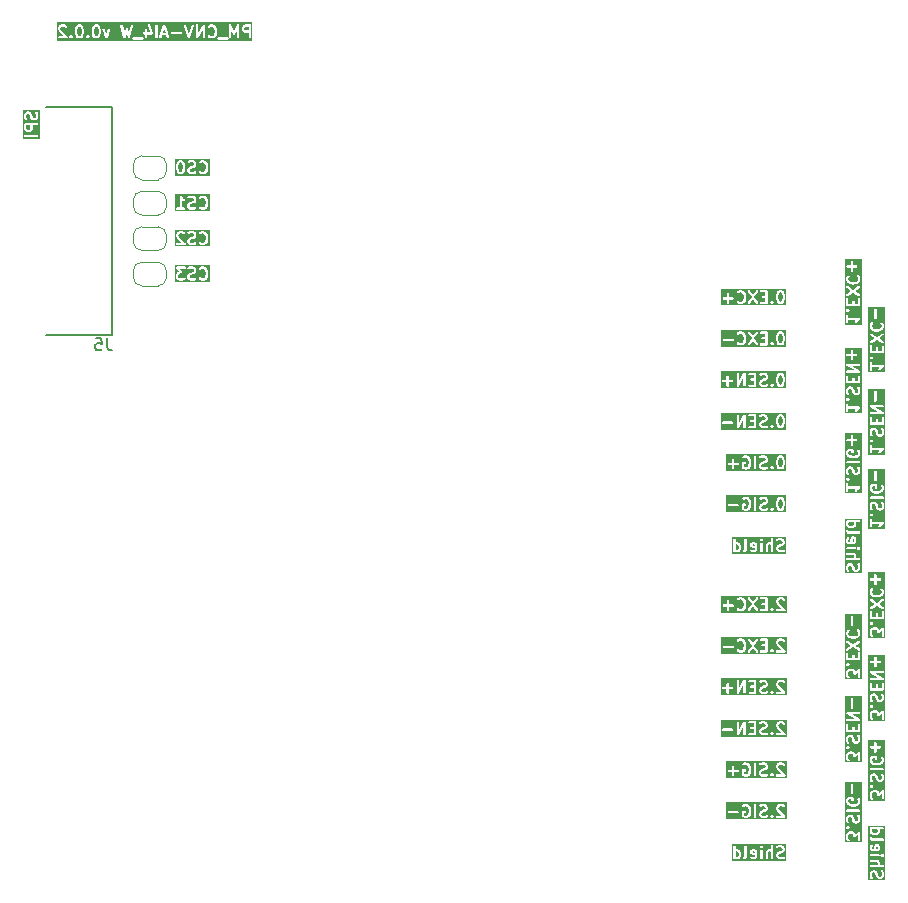
<source format=gbr>
%TF.GenerationSoftware,KiCad,Pcbnew,9.0.1*%
%TF.CreationDate,2025-04-28T13:09:30+03:00*%
%TF.ProjectId,PM_CNV-AI4_W,504d5f43-4e56-42d4-9149-345f572e6b69,rev?*%
%TF.SameCoordinates,Original*%
%TF.FileFunction,Legend,Bot*%
%TF.FilePolarity,Positive*%
%FSLAX46Y46*%
G04 Gerber Fmt 4.6, Leading zero omitted, Abs format (unit mm)*
G04 Created by KiCad (PCBNEW 9.0.1) date 2025-04-28 13:09:30*
%MOMM*%
%LPD*%
G01*
G04 APERTURE LIST*
%ADD10C,0.200000*%
%ADD11C,0.150000*%
%ADD12C,0.120000*%
%ADD13C,0.152400*%
G04 APERTURE END LIST*
D10*
G36*
X38258891Y3932533D02*
G01*
X36836669Y3932533D01*
X36836669Y4714287D01*
X36947780Y4714287D01*
X36947780Y4142859D01*
X36949701Y4123350D01*
X36964633Y4087302D01*
X36992223Y4059712D01*
X37028271Y4044780D01*
X37067289Y4044780D01*
X37103337Y4059712D01*
X37130927Y4087302D01*
X37145859Y4123350D01*
X37147780Y4142859D01*
X37147780Y4328573D01*
X37758739Y4328573D01*
X37738974Y4308808D01*
X37732679Y4301138D01*
X37730685Y4299408D01*
X37728791Y4296401D01*
X37726538Y4293654D01*
X37725527Y4291215D01*
X37720242Y4282818D01*
X37672623Y4187580D01*
X37665617Y4169272D01*
X37662851Y4130352D01*
X37675190Y4093336D01*
X37700754Y4063859D01*
X37735653Y4046410D01*
X37774573Y4043644D01*
X37811589Y4055983D01*
X37841066Y4081547D01*
X37851509Y4098138D01*
X37891870Y4178861D01*
X37968634Y4255624D01*
X38103250Y4345368D01*
X38103304Y4345413D01*
X38103337Y4345426D01*
X38103410Y4345500D01*
X38118417Y4357788D01*
X38123927Y4366017D01*
X38130927Y4373016D01*
X38134676Y4382068D01*
X38140128Y4390208D01*
X38142069Y4399916D01*
X38145859Y4409064D01*
X38145859Y4418864D01*
X38147780Y4428469D01*
X38145859Y4438181D01*
X38145859Y4448082D01*
X38142110Y4457132D01*
X38140209Y4466745D01*
X38134714Y4474987D01*
X38130927Y4484130D01*
X38124001Y4491056D01*
X38118565Y4499210D01*
X38110336Y4504721D01*
X38103337Y4511720D01*
X38094285Y4515470D01*
X38086145Y4520921D01*
X38076437Y4522863D01*
X38067289Y4526652D01*
X38047986Y4528553D01*
X38047885Y4528573D01*
X38047850Y4528567D01*
X38047780Y4528573D01*
X37147780Y4528573D01*
X37147780Y4714287D01*
X37145859Y4733796D01*
X37130927Y4769844D01*
X37103337Y4797434D01*
X37067289Y4812366D01*
X37028271Y4812366D01*
X36992223Y4797434D01*
X36964633Y4769844D01*
X36949701Y4733796D01*
X36947780Y4714287D01*
X36836669Y4714287D01*
X36836669Y5162368D01*
X36949701Y5162368D01*
X36949701Y5123350D01*
X36951185Y5119767D01*
X36964632Y5087302D01*
X36964633Y5087301D01*
X36977070Y5072148D01*
X37024690Y5024529D01*
X37039843Y5012092D01*
X37065333Y5001535D01*
X37075891Y4997161D01*
X37075892Y4997161D01*
X37114909Y4997161D01*
X37136026Y5005909D01*
X37150958Y5012093D01*
X37150962Y5012098D01*
X37166111Y5024529D01*
X37213729Y5072148D01*
X37226166Y5087301D01*
X37237535Y5114749D01*
X37241098Y5123350D01*
X37241098Y5162368D01*
X37226166Y5198416D01*
X37226166Y5198417D01*
X37213729Y5213570D01*
X37166111Y5261189D01*
X37150962Y5273621D01*
X37150958Y5273625D01*
X37136026Y5279810D01*
X37114909Y5288557D01*
X37075891Y5288557D01*
X37065333Y5284184D01*
X37039843Y5273626D01*
X37024690Y5261189D01*
X36977070Y5213570D01*
X36964633Y5198417D01*
X36964632Y5198416D01*
X36954074Y5172926D01*
X36949701Y5162368D01*
X36836669Y5162368D01*
X36836669Y5952382D01*
X36947780Y5952382D01*
X36947780Y5714287D01*
X36948752Y5704414D01*
X36948565Y5701779D01*
X36949352Y5698316D01*
X36949701Y5694778D01*
X36950712Y5692337D01*
X36952912Y5682664D01*
X37000532Y5539806D01*
X37008524Y5521906D01*
X37034089Y5492430D01*
X37068988Y5474981D01*
X37107908Y5472215D01*
X37144924Y5484554D01*
X37174400Y5510119D01*
X37191849Y5545018D01*
X37194615Y5583938D01*
X37190268Y5603053D01*
X37147780Y5730515D01*
X37147780Y5928776D01*
X37177583Y5988383D01*
X37202254Y6013054D01*
X37261864Y6042858D01*
X37309888Y6042858D01*
X37369497Y6013053D01*
X37394166Y5988385D01*
X37429619Y5917478D01*
X37474576Y5737653D01*
X37475089Y5736216D01*
X37475141Y5735493D01*
X37478249Y5727369D01*
X37481171Y5719192D01*
X37481601Y5718612D01*
X37482147Y5717185D01*
X37529766Y5621947D01*
X37535051Y5613551D01*
X37536062Y5611111D01*
X37538315Y5608365D01*
X37540209Y5605357D01*
X37542203Y5603628D01*
X37548498Y5595957D01*
X37596117Y5548339D01*
X37603783Y5542047D01*
X37605516Y5540049D01*
X37608524Y5538156D01*
X37611270Y5535902D01*
X37613710Y5534892D01*
X37622107Y5529606D01*
X37717344Y5481987D01*
X37735653Y5474981D01*
X37739236Y5474727D01*
X37742557Y5473351D01*
X37762066Y5471430D01*
X37857304Y5471430D01*
X37876813Y5473351D01*
X37880133Y5474727D01*
X37883717Y5474981D01*
X37902025Y5481987D01*
X37997263Y5529606D01*
X38005659Y5534892D01*
X38008099Y5535902D01*
X38010845Y5538156D01*
X38013853Y5540049D01*
X38015582Y5542044D01*
X38023253Y5548338D01*
X38070871Y5595957D01*
X38077163Y5603624D01*
X38079161Y5605356D01*
X38081054Y5608365D01*
X38083308Y5611110D01*
X38084318Y5613551D01*
X38089604Y5621947D01*
X38137223Y5717184D01*
X38144229Y5735493D01*
X38144483Y5739077D01*
X38145859Y5742397D01*
X38147780Y5761906D01*
X38147780Y6000001D01*
X38146807Y6009875D01*
X38146995Y6012509D01*
X38146207Y6015973D01*
X38145859Y6019510D01*
X38144847Y6021952D01*
X38142648Y6031624D01*
X38095029Y6174481D01*
X38087038Y6192381D01*
X38061473Y6221857D01*
X38026574Y6239307D01*
X37987654Y6242073D01*
X37950638Y6229735D01*
X37921162Y6204170D01*
X37903712Y6169271D01*
X37900946Y6130351D01*
X37905293Y6111235D01*
X37947780Y5983775D01*
X37947780Y5785513D01*
X37917975Y5725904D01*
X37893306Y5701236D01*
X37833697Y5671430D01*
X37785673Y5671430D01*
X37726063Y5701235D01*
X37701395Y5725904D01*
X37665941Y5796811D01*
X37620985Y5976636D01*
X37620471Y5978075D01*
X37620420Y5978795D01*
X37617311Y5986920D01*
X37614390Y5995096D01*
X37613960Y5995676D01*
X37613414Y5997104D01*
X37565795Y6092341D01*
X37560509Y6100738D01*
X37559499Y6103178D01*
X37557245Y6105924D01*
X37555352Y6108932D01*
X37553354Y6110665D01*
X37547062Y6118331D01*
X37499444Y6165950D01*
X37491773Y6172245D01*
X37490044Y6174239D01*
X37487036Y6176133D01*
X37484290Y6178386D01*
X37481850Y6179397D01*
X37473454Y6184682D01*
X37378216Y6232301D01*
X37359908Y6239307D01*
X37356324Y6239562D01*
X37353004Y6240937D01*
X37333495Y6242858D01*
X37238257Y6242858D01*
X37218748Y6240937D01*
X37215427Y6239562D01*
X37211844Y6239307D01*
X37193535Y6232301D01*
X37098298Y6184682D01*
X37089901Y6179397D01*
X37087461Y6178386D01*
X37084715Y6176133D01*
X37081707Y6174239D01*
X37079974Y6172242D01*
X37072308Y6165949D01*
X37024689Y6118331D01*
X37018397Y6110665D01*
X37016401Y6108933D01*
X37014506Y6105923D01*
X37012253Y6103177D01*
X37011242Y6100738D01*
X37005958Y6092342D01*
X36958338Y5997104D01*
X36951331Y5978796D01*
X36951076Y5975211D01*
X36949701Y5971891D01*
X36947780Y5952382D01*
X36836669Y5952382D01*
X36836669Y6590939D01*
X36949701Y6590939D01*
X36949701Y6551921D01*
X36964633Y6515873D01*
X36992223Y6488283D01*
X37028271Y6473351D01*
X37047780Y6471430D01*
X38047780Y6471430D01*
X38067289Y6473351D01*
X38103337Y6488283D01*
X38130927Y6515873D01*
X38145859Y6551921D01*
X38145859Y6590939D01*
X38130927Y6626987D01*
X38103337Y6654577D01*
X38067289Y6669509D01*
X38047780Y6671430D01*
X37047780Y6671430D01*
X37028271Y6669509D01*
X36992223Y6654577D01*
X36964633Y6626987D01*
X36949701Y6590939D01*
X36836669Y6590939D01*
X36836669Y7428572D01*
X36947780Y7428572D01*
X36947780Y7333334D01*
X36948752Y7323461D01*
X36948565Y7320826D01*
X36949352Y7317363D01*
X36949701Y7313825D01*
X36950712Y7311384D01*
X36952912Y7301711D01*
X37000532Y7158853D01*
X37008524Y7140953D01*
X37010878Y7138239D01*
X37012253Y7134920D01*
X37024689Y7119766D01*
X37119927Y7024528D01*
X37127593Y7018237D01*
X37129326Y7016239D01*
X37132337Y7014344D01*
X37135081Y7012092D01*
X37137518Y7011083D01*
X37145917Y7005796D01*
X37241154Y6958177D01*
X37242582Y6957631D01*
X37243162Y6957201D01*
X37251338Y6954280D01*
X37259463Y6951171D01*
X37260183Y6951120D01*
X37261622Y6950606D01*
X37452098Y6902987D01*
X37455479Y6902487D01*
X37456843Y6901922D01*
X37464193Y6901199D01*
X37471491Y6900119D01*
X37472949Y6900337D01*
X37476352Y6900001D01*
X37619209Y6900001D01*
X37622611Y6900337D01*
X37624070Y6900119D01*
X37631367Y6901199D01*
X37638718Y6901922D01*
X37640081Y6902487D01*
X37643463Y6902987D01*
X37833938Y6950606D01*
X37835375Y6951120D01*
X37836098Y6951171D01*
X37844222Y6954280D01*
X37852399Y6957201D01*
X37852979Y6957632D01*
X37854406Y6958177D01*
X37949644Y7005796D01*
X37958040Y7011082D01*
X37960480Y7012092D01*
X37963226Y7014346D01*
X37966234Y7016239D01*
X37967963Y7018234D01*
X37975634Y7024528D01*
X38070872Y7119766D01*
X38083308Y7134920D01*
X38084682Y7138239D01*
X38087038Y7140954D01*
X38095029Y7158854D01*
X38142648Y7301711D01*
X38144847Y7311384D01*
X38145859Y7313825D01*
X38146207Y7317363D01*
X38146995Y7320826D01*
X38146807Y7323461D01*
X38147780Y7333334D01*
X38147780Y7476191D01*
X38145859Y7495700D01*
X38144483Y7499021D01*
X38144229Y7502604D01*
X38137223Y7520913D01*
X38089604Y7616150D01*
X38079161Y7632741D01*
X38049684Y7658305D01*
X38012668Y7670644D01*
X37973748Y7667878D01*
X37938849Y7650429D01*
X37913285Y7620952D01*
X37900946Y7583936D01*
X37903712Y7545016D01*
X37910718Y7526708D01*
X37947780Y7452584D01*
X37947780Y7349561D01*
X37912758Y7244497D01*
X37845686Y7177425D01*
X37774780Y7141972D01*
X37606899Y7100001D01*
X37488661Y7100001D01*
X37320780Y7141972D01*
X37249875Y7177424D01*
X37182802Y7244497D01*
X37147780Y7349562D01*
X37147780Y7412345D01*
X37182802Y7517410D01*
X37184441Y7519048D01*
X37376352Y7519048D01*
X37376352Y7428572D01*
X37378273Y7409063D01*
X37393205Y7373015D01*
X37420795Y7345425D01*
X37456843Y7330493D01*
X37495861Y7330493D01*
X37531909Y7345425D01*
X37559499Y7373015D01*
X37574431Y7409063D01*
X37576352Y7428572D01*
X37576352Y7619048D01*
X37574431Y7638557D01*
X37559499Y7674605D01*
X37531909Y7702195D01*
X37495861Y7717127D01*
X37476352Y7719048D01*
X37143019Y7719048D01*
X37123510Y7717127D01*
X37098019Y7706569D01*
X37087461Y7702195D01*
X37072308Y7689758D01*
X37024689Y7642140D01*
X37012253Y7626986D01*
X37010878Y7623668D01*
X37008524Y7620953D01*
X37000532Y7603053D01*
X36952912Y7460195D01*
X36950712Y7450523D01*
X36949701Y7448081D01*
X36949352Y7444544D01*
X36948565Y7441080D01*
X36948752Y7438446D01*
X36947780Y7428572D01*
X36836669Y7428572D01*
X36836669Y8809524D01*
X37328733Y8809524D01*
X37328733Y8047620D01*
X37330654Y8028111D01*
X37345586Y7992063D01*
X37373176Y7964473D01*
X37409224Y7949541D01*
X37448242Y7949541D01*
X37484290Y7964473D01*
X37511880Y7992063D01*
X37526812Y8028111D01*
X37528733Y8047620D01*
X37528733Y8809524D01*
X37526812Y8829033D01*
X37511880Y8865081D01*
X37484290Y8892671D01*
X37448242Y8907603D01*
X37409224Y8907603D01*
X37373176Y8892671D01*
X37345586Y8865081D01*
X37330654Y8829033D01*
X37328733Y8809524D01*
X36836669Y8809524D01*
X36836669Y9018714D01*
X38258891Y9018714D01*
X38258891Y3932533D01*
G37*
G36*
X36258891Y-15852046D02*
G01*
X34836669Y-15852046D01*
X34836669Y-15214285D01*
X34947780Y-15214285D01*
X34947780Y-15499999D01*
X34949701Y-15519508D01*
X34951076Y-15522827D01*
X34951331Y-15526413D01*
X34958338Y-15544721D01*
X35005958Y-15639959D01*
X35011242Y-15648354D01*
X35012253Y-15650794D01*
X35014506Y-15653539D01*
X35016401Y-15656550D01*
X35018397Y-15658281D01*
X35024689Y-15665948D01*
X35072308Y-15713566D01*
X35087461Y-15726003D01*
X35123510Y-15740934D01*
X35162528Y-15740934D01*
X35198576Y-15726003D01*
X35226166Y-15698413D01*
X35241097Y-15662365D01*
X35241097Y-15623347D01*
X35226166Y-15587298D01*
X35213729Y-15572145D01*
X35177583Y-15535999D01*
X35147780Y-15476392D01*
X35147780Y-15237891D01*
X35177583Y-15178284D01*
X35202254Y-15153613D01*
X35261864Y-15123809D01*
X35452745Y-15123809D01*
X35512354Y-15153614D01*
X35537023Y-15178282D01*
X35566828Y-15237892D01*
X35566828Y-15357142D01*
X35567843Y-15367459D01*
X35567669Y-15370084D01*
X35568280Y-15371891D01*
X35568749Y-15376651D01*
X35574964Y-15391656D01*
X35580169Y-15407045D01*
X35582390Y-15409584D01*
X35583681Y-15412699D01*
X35595165Y-15424183D01*
X35605863Y-15436409D01*
X35608886Y-15437904D01*
X35611271Y-15440289D01*
X35626277Y-15446505D01*
X35640838Y-15453706D01*
X35644203Y-15453930D01*
X35647319Y-15455221D01*
X35663567Y-15455221D01*
X35679770Y-15456301D01*
X35682963Y-15455221D01*
X35686337Y-15455221D01*
X35701342Y-15449005D01*
X35716731Y-15443801D01*
X35720621Y-15441019D01*
X35722385Y-15440289D01*
X35724244Y-15438429D01*
X35732678Y-15432400D01*
X35947780Y-15244186D01*
X35947780Y-15642856D01*
X35949701Y-15662365D01*
X35964633Y-15698413D01*
X35992223Y-15726003D01*
X36028271Y-15740935D01*
X36067289Y-15740935D01*
X36103337Y-15726003D01*
X36130927Y-15698413D01*
X36145859Y-15662365D01*
X36147780Y-15642856D01*
X36147780Y-15023809D01*
X36146764Y-15013491D01*
X36146939Y-15010867D01*
X36146327Y-15009059D01*
X36145859Y-15004300D01*
X36139644Y-14989296D01*
X36134439Y-14973905D01*
X36132216Y-14971365D01*
X36130927Y-14968252D01*
X36119449Y-14956774D01*
X36108745Y-14944541D01*
X36105720Y-14943045D01*
X36103337Y-14940662D01*
X36088335Y-14934447D01*
X36073770Y-14927245D01*
X36070404Y-14927020D01*
X36067289Y-14925730D01*
X36051041Y-14925730D01*
X36034838Y-14924650D01*
X36031645Y-14925730D01*
X36028271Y-14925730D01*
X36013265Y-14931945D01*
X35997877Y-14937150D01*
X35993986Y-14939931D01*
X35992223Y-14940662D01*
X35990363Y-14942521D01*
X35981930Y-14948551D01*
X35748076Y-15153173D01*
X35708652Y-15074326D01*
X35703366Y-15065929D01*
X35702356Y-15063489D01*
X35700102Y-15060743D01*
X35698209Y-15057735D01*
X35696211Y-15056002D01*
X35689919Y-15048336D01*
X35642301Y-15000717D01*
X35634630Y-14994422D01*
X35632901Y-14992428D01*
X35629893Y-14990534D01*
X35627147Y-14988281D01*
X35624707Y-14987270D01*
X35616311Y-14981985D01*
X35521073Y-14934366D01*
X35502765Y-14927360D01*
X35499181Y-14927105D01*
X35495861Y-14925730D01*
X35476352Y-14923809D01*
X35238257Y-14923809D01*
X35218748Y-14925730D01*
X35215427Y-14927105D01*
X35211844Y-14927360D01*
X35193535Y-14934366D01*
X35098298Y-14981985D01*
X35089901Y-14987270D01*
X35087461Y-14988281D01*
X35084715Y-14990534D01*
X35081707Y-14992428D01*
X35079974Y-14994425D01*
X35072308Y-15000718D01*
X35024689Y-15048336D01*
X35018397Y-15056002D01*
X35016401Y-15057734D01*
X35014506Y-15060744D01*
X35012253Y-15063490D01*
X35011242Y-15065929D01*
X35005958Y-15074325D01*
X34958338Y-15169563D01*
X34951331Y-15187871D01*
X34951076Y-15191456D01*
X34949701Y-15194776D01*
X34947780Y-15214285D01*
X34836669Y-15214285D01*
X34836669Y-14575728D01*
X34949701Y-14575728D01*
X34949701Y-14614746D01*
X34951185Y-14618329D01*
X34964632Y-14650794D01*
X34964633Y-14650795D01*
X34977070Y-14665948D01*
X35024690Y-14713567D01*
X35039843Y-14726004D01*
X35065333Y-14736561D01*
X35075891Y-14740935D01*
X35075892Y-14740935D01*
X35114909Y-14740935D01*
X35136026Y-14732187D01*
X35150958Y-14726003D01*
X35150962Y-14725998D01*
X35166111Y-14713567D01*
X35213729Y-14665948D01*
X35226166Y-14650795D01*
X35237535Y-14623347D01*
X35241098Y-14614746D01*
X35241098Y-14575728D01*
X35226166Y-14539680D01*
X35226166Y-14539679D01*
X35213729Y-14524526D01*
X35166111Y-14476907D01*
X35150962Y-14464475D01*
X35150958Y-14464471D01*
X35136026Y-14458286D01*
X35114909Y-14449539D01*
X35075891Y-14449539D01*
X35065333Y-14453912D01*
X35039843Y-14464470D01*
X35024690Y-14476907D01*
X34977070Y-14524526D01*
X34964633Y-14539679D01*
X34964632Y-14539680D01*
X34954074Y-14565170D01*
X34949701Y-14575728D01*
X34836669Y-14575728D01*
X34836669Y-13785714D01*
X34947780Y-13785714D01*
X34947780Y-14023809D01*
X34948752Y-14033682D01*
X34948565Y-14036317D01*
X34949352Y-14039780D01*
X34949701Y-14043318D01*
X34950712Y-14045759D01*
X34952912Y-14055432D01*
X35000532Y-14198290D01*
X35008524Y-14216190D01*
X35034089Y-14245666D01*
X35068988Y-14263115D01*
X35107908Y-14265881D01*
X35144924Y-14253542D01*
X35174400Y-14227977D01*
X35191849Y-14193078D01*
X35194615Y-14154158D01*
X35190268Y-14135043D01*
X35147780Y-14007581D01*
X35147780Y-13809320D01*
X35177583Y-13749713D01*
X35202254Y-13725042D01*
X35261864Y-13695238D01*
X35309888Y-13695238D01*
X35369497Y-13725043D01*
X35394166Y-13749711D01*
X35429619Y-13820618D01*
X35474576Y-14000443D01*
X35475089Y-14001880D01*
X35475141Y-14002603D01*
X35478249Y-14010727D01*
X35481171Y-14018904D01*
X35481601Y-14019484D01*
X35482147Y-14020911D01*
X35529766Y-14116149D01*
X35535051Y-14124545D01*
X35536062Y-14126985D01*
X35538315Y-14129731D01*
X35540209Y-14132739D01*
X35542203Y-14134468D01*
X35548498Y-14142139D01*
X35596117Y-14189757D01*
X35603783Y-14196049D01*
X35605516Y-14198047D01*
X35608524Y-14199940D01*
X35611270Y-14202194D01*
X35613710Y-14203204D01*
X35622107Y-14208490D01*
X35717344Y-14256109D01*
X35735653Y-14263115D01*
X35739236Y-14263369D01*
X35742557Y-14264745D01*
X35762066Y-14266666D01*
X35857304Y-14266666D01*
X35876813Y-14264745D01*
X35880133Y-14263369D01*
X35883717Y-14263115D01*
X35902025Y-14256109D01*
X35997263Y-14208490D01*
X36005659Y-14203204D01*
X36008099Y-14202194D01*
X36010845Y-14199940D01*
X36013853Y-14198047D01*
X36015582Y-14196052D01*
X36023253Y-14189758D01*
X36070871Y-14142139D01*
X36077163Y-14134472D01*
X36079161Y-14132740D01*
X36081054Y-14129731D01*
X36083308Y-14126986D01*
X36084318Y-14124545D01*
X36089604Y-14116149D01*
X36137223Y-14020912D01*
X36144229Y-14002603D01*
X36144483Y-13999019D01*
X36145859Y-13995699D01*
X36147780Y-13976190D01*
X36147780Y-13738095D01*
X36146807Y-13728221D01*
X36146995Y-13725587D01*
X36146207Y-13722123D01*
X36145859Y-13718586D01*
X36144847Y-13716144D01*
X36142648Y-13706472D01*
X36095029Y-13563615D01*
X36087038Y-13545715D01*
X36061473Y-13516239D01*
X36026574Y-13498789D01*
X35987654Y-13496023D01*
X35950638Y-13508361D01*
X35921162Y-13533926D01*
X35903712Y-13568825D01*
X35900946Y-13607745D01*
X35905293Y-13626861D01*
X35947780Y-13754321D01*
X35947780Y-13952583D01*
X35917975Y-14012192D01*
X35893306Y-14036860D01*
X35833697Y-14066666D01*
X35785673Y-14066666D01*
X35726063Y-14036861D01*
X35701395Y-14012192D01*
X35665941Y-13941285D01*
X35620985Y-13761460D01*
X35620471Y-13760021D01*
X35620420Y-13759301D01*
X35617311Y-13751176D01*
X35614390Y-13743000D01*
X35613960Y-13742420D01*
X35613414Y-13740992D01*
X35565795Y-13645755D01*
X35560509Y-13637358D01*
X35559499Y-13634918D01*
X35557245Y-13632172D01*
X35555352Y-13629164D01*
X35553354Y-13627431D01*
X35547062Y-13619765D01*
X35499444Y-13572146D01*
X35491773Y-13565851D01*
X35490044Y-13563857D01*
X35487036Y-13561963D01*
X35484290Y-13559710D01*
X35481850Y-13558699D01*
X35473454Y-13553414D01*
X35378216Y-13505795D01*
X35359908Y-13498789D01*
X35356324Y-13498534D01*
X35353004Y-13497159D01*
X35333495Y-13495238D01*
X35238257Y-13495238D01*
X35218748Y-13497159D01*
X35215427Y-13498534D01*
X35211844Y-13498789D01*
X35193535Y-13505795D01*
X35098298Y-13553414D01*
X35089901Y-13558699D01*
X35087461Y-13559710D01*
X35084715Y-13561963D01*
X35081707Y-13563857D01*
X35079974Y-13565854D01*
X35072308Y-13572147D01*
X35024689Y-13619765D01*
X35018397Y-13627431D01*
X35016401Y-13629163D01*
X35014506Y-13632173D01*
X35012253Y-13634919D01*
X35011242Y-13637358D01*
X35005958Y-13645754D01*
X34958338Y-13740992D01*
X34951331Y-13759300D01*
X34951076Y-13762885D01*
X34949701Y-13766205D01*
X34947780Y-13785714D01*
X34836669Y-13785714D01*
X34836669Y-12690476D01*
X34947780Y-12690476D01*
X34947780Y-13166666D01*
X34949701Y-13186175D01*
X34964633Y-13222223D01*
X34992223Y-13249813D01*
X35028271Y-13264745D01*
X35047780Y-13266666D01*
X36047780Y-13266666D01*
X36067289Y-13264745D01*
X36103337Y-13249813D01*
X36130927Y-13222223D01*
X36145859Y-13186175D01*
X36147780Y-13166666D01*
X36147780Y-12690476D01*
X36145859Y-12670967D01*
X36130927Y-12634919D01*
X36103337Y-12607329D01*
X36067289Y-12592397D01*
X36028271Y-12592397D01*
X35992223Y-12607329D01*
X35964633Y-12634919D01*
X35949701Y-12670967D01*
X35947780Y-12690476D01*
X35947780Y-13066666D01*
X35671590Y-13066666D01*
X35671590Y-12833333D01*
X35669669Y-12813824D01*
X35654737Y-12777776D01*
X35627147Y-12750186D01*
X35591099Y-12735254D01*
X35552081Y-12735254D01*
X35516033Y-12750186D01*
X35488443Y-12777776D01*
X35473511Y-12813824D01*
X35471590Y-12833333D01*
X35471590Y-13066666D01*
X35147780Y-13066666D01*
X35147780Y-12690476D01*
X35145859Y-12670967D01*
X35130927Y-12634919D01*
X35103337Y-12607329D01*
X35067289Y-12592397D01*
X35028271Y-12592397D01*
X34992223Y-12607329D01*
X34964633Y-12634919D01*
X34949701Y-12670967D01*
X34947780Y-12690476D01*
X34836669Y-12690476D01*
X34836669Y-11697461D01*
X34948024Y-11697461D01*
X34949701Y-11703609D01*
X34949701Y-11709985D01*
X34954792Y-11722275D01*
X34958291Y-11735104D01*
X34962193Y-11740142D01*
X34964633Y-11746033D01*
X34974038Y-11755438D01*
X34982181Y-11765953D01*
X34990356Y-11771756D01*
X34992223Y-11773623D01*
X34994055Y-11774381D01*
X34998166Y-11777300D01*
X35671224Y-12161904D01*
X35047780Y-12161904D01*
X35028271Y-12163825D01*
X34992223Y-12178757D01*
X34964633Y-12206347D01*
X34949701Y-12242395D01*
X34949701Y-12281413D01*
X34964633Y-12317461D01*
X34992223Y-12345051D01*
X35028271Y-12359983D01*
X35047780Y-12361904D01*
X36047780Y-12361904D01*
X36052797Y-12361409D01*
X36054765Y-12361660D01*
X36057311Y-12360965D01*
X36067289Y-12359983D01*
X36079575Y-12354893D01*
X36092408Y-12351394D01*
X36097449Y-12347489D01*
X36103337Y-12345051D01*
X36112740Y-12335647D01*
X36123257Y-12327503D01*
X36126419Y-12321968D01*
X36130927Y-12317461D01*
X36136015Y-12305175D01*
X36142616Y-12293626D01*
X36143419Y-12287301D01*
X36145859Y-12281413D01*
X36145859Y-12268113D01*
X36147536Y-12254920D01*
X36145859Y-12248770D01*
X36145859Y-12242395D01*
X36140769Y-12230108D01*
X36137270Y-12217276D01*
X36133365Y-12212234D01*
X36130927Y-12206347D01*
X36121523Y-12196943D01*
X36113379Y-12186427D01*
X36105203Y-12180623D01*
X36103337Y-12178757D01*
X36101504Y-12177998D01*
X36097394Y-12175080D01*
X35424336Y-11790476D01*
X36047780Y-11790476D01*
X36067289Y-11788555D01*
X36103337Y-11773623D01*
X36130927Y-11746033D01*
X36145859Y-11709985D01*
X36145859Y-11670967D01*
X36130927Y-11634919D01*
X36103337Y-11607329D01*
X36067289Y-11592397D01*
X36047780Y-11590476D01*
X35047780Y-11590476D01*
X35042762Y-11590970D01*
X35040795Y-11590720D01*
X35038248Y-11591414D01*
X35028271Y-11592397D01*
X35015980Y-11597488D01*
X35003152Y-11600987D01*
X34998113Y-11604889D01*
X34992223Y-11607329D01*
X34982817Y-11616734D01*
X34972303Y-11624877D01*
X34969140Y-11630411D01*
X34964633Y-11634919D01*
X34959544Y-11647204D01*
X34952944Y-11658754D01*
X34952140Y-11665078D01*
X34949701Y-11670967D01*
X34949701Y-11684267D01*
X34948024Y-11697461D01*
X34836669Y-11697461D01*
X34836669Y-10452381D01*
X35328733Y-10452381D01*
X35328733Y-11214285D01*
X35330654Y-11233794D01*
X35345586Y-11269842D01*
X35373176Y-11297432D01*
X35409224Y-11312364D01*
X35448242Y-11312364D01*
X35484290Y-11297432D01*
X35511880Y-11269842D01*
X35526812Y-11233794D01*
X35528733Y-11214285D01*
X35528733Y-10452381D01*
X35526812Y-10432872D01*
X35511880Y-10396824D01*
X35484290Y-10369234D01*
X35448242Y-10354302D01*
X35409224Y-10354302D01*
X35373176Y-10369234D01*
X35345586Y-10396824D01*
X35330654Y-10432872D01*
X35328733Y-10452381D01*
X34836669Y-10452381D01*
X34836669Y-10243191D01*
X36258891Y-10243191D01*
X36258891Y-15852046D01*
G37*
G36*
X37592292Y-22931679D02*
G01*
X37614447Y-22975988D01*
X37614447Y-23119250D01*
X37592292Y-23163558D01*
X37547983Y-23185714D01*
X37503094Y-23185714D01*
X37557391Y-22914228D01*
X37592292Y-22931679D01*
G37*
G36*
X37614447Y-21547416D02*
G01*
X37614447Y-21690678D01*
X37584642Y-21750287D01*
X37559973Y-21774955D01*
X37500364Y-21804761D01*
X37261864Y-21804761D01*
X37202254Y-21774956D01*
X37177583Y-21750285D01*
X37147780Y-21690678D01*
X37147780Y-21547415D01*
X37157202Y-21528571D01*
X37605024Y-21528571D01*
X37614447Y-21547416D01*
G37*
G36*
X38258891Y-25830158D02*
G01*
X36836669Y-25830158D01*
X36836669Y-25238095D01*
X36947780Y-25238095D01*
X36947780Y-25476190D01*
X36948752Y-25486063D01*
X36948565Y-25488698D01*
X36949352Y-25492161D01*
X36949701Y-25495699D01*
X36950712Y-25498140D01*
X36952912Y-25507813D01*
X37000532Y-25650671D01*
X37008524Y-25668571D01*
X37034089Y-25698047D01*
X37068988Y-25715496D01*
X37107908Y-25718262D01*
X37144924Y-25705923D01*
X37174400Y-25680358D01*
X37191849Y-25645459D01*
X37194615Y-25606539D01*
X37190268Y-25587424D01*
X37147780Y-25459962D01*
X37147780Y-25261701D01*
X37177583Y-25202094D01*
X37202254Y-25177423D01*
X37261864Y-25147619D01*
X37309888Y-25147619D01*
X37369497Y-25177424D01*
X37394166Y-25202092D01*
X37429619Y-25272999D01*
X37474576Y-25452824D01*
X37475089Y-25454261D01*
X37475141Y-25454984D01*
X37478249Y-25463108D01*
X37481171Y-25471285D01*
X37481601Y-25471865D01*
X37482147Y-25473292D01*
X37529766Y-25568530D01*
X37535051Y-25576926D01*
X37536062Y-25579366D01*
X37538315Y-25582112D01*
X37540209Y-25585120D01*
X37542203Y-25586849D01*
X37548498Y-25594520D01*
X37596117Y-25642138D01*
X37603783Y-25648430D01*
X37605516Y-25650428D01*
X37608524Y-25652321D01*
X37611270Y-25654575D01*
X37613710Y-25655585D01*
X37622107Y-25660871D01*
X37717344Y-25708490D01*
X37735653Y-25715496D01*
X37739236Y-25715750D01*
X37742557Y-25717126D01*
X37762066Y-25719047D01*
X37857304Y-25719047D01*
X37876813Y-25717126D01*
X37880133Y-25715750D01*
X37883717Y-25715496D01*
X37902025Y-25708490D01*
X37997263Y-25660871D01*
X38005659Y-25655585D01*
X38008099Y-25654575D01*
X38010845Y-25652321D01*
X38013853Y-25650428D01*
X38015582Y-25648433D01*
X38023253Y-25642139D01*
X38070871Y-25594520D01*
X38077163Y-25586853D01*
X38079161Y-25585121D01*
X38081054Y-25582112D01*
X38083308Y-25579367D01*
X38084318Y-25576926D01*
X38089604Y-25568530D01*
X38137223Y-25473293D01*
X38144229Y-25454984D01*
X38144483Y-25451400D01*
X38145859Y-25448080D01*
X38147780Y-25428571D01*
X38147780Y-25190476D01*
X38146807Y-25180602D01*
X38146995Y-25177968D01*
X38146207Y-25174504D01*
X38145859Y-25170967D01*
X38144847Y-25168525D01*
X38142648Y-25158853D01*
X38095029Y-25015996D01*
X38087038Y-24998096D01*
X38061473Y-24968620D01*
X38026574Y-24951170D01*
X37987654Y-24948404D01*
X37950638Y-24960742D01*
X37921162Y-24986307D01*
X37903712Y-25021206D01*
X37900946Y-25060126D01*
X37905293Y-25079242D01*
X37947780Y-25206702D01*
X37947780Y-25404964D01*
X37917975Y-25464573D01*
X37893306Y-25489241D01*
X37833697Y-25519047D01*
X37785673Y-25519047D01*
X37726063Y-25489242D01*
X37701395Y-25464573D01*
X37665941Y-25393666D01*
X37620985Y-25213841D01*
X37620471Y-25212402D01*
X37620420Y-25211682D01*
X37617311Y-25203557D01*
X37614390Y-25195381D01*
X37613960Y-25194801D01*
X37613414Y-25193373D01*
X37565795Y-25098136D01*
X37560509Y-25089739D01*
X37559499Y-25087299D01*
X37557245Y-25084553D01*
X37555352Y-25081545D01*
X37553354Y-25079812D01*
X37547062Y-25072146D01*
X37499444Y-25024527D01*
X37491773Y-25018232D01*
X37490044Y-25016238D01*
X37487036Y-25014344D01*
X37484290Y-25012091D01*
X37481850Y-25011080D01*
X37473454Y-25005795D01*
X37378216Y-24958176D01*
X37359908Y-24951170D01*
X37356324Y-24950915D01*
X37353004Y-24949540D01*
X37333495Y-24947619D01*
X37238257Y-24947619D01*
X37218748Y-24949540D01*
X37215427Y-24950915D01*
X37211844Y-24951170D01*
X37193535Y-24958176D01*
X37098298Y-25005795D01*
X37089901Y-25011080D01*
X37087461Y-25012091D01*
X37084715Y-25014344D01*
X37081707Y-25016238D01*
X37079974Y-25018235D01*
X37072308Y-25024528D01*
X37024689Y-25072146D01*
X37018397Y-25079812D01*
X37016401Y-25081544D01*
X37014506Y-25084554D01*
X37012253Y-25087300D01*
X37011242Y-25089739D01*
X37005958Y-25098135D01*
X36958338Y-25193373D01*
X36951331Y-25211681D01*
X36951076Y-25215266D01*
X36949701Y-25218586D01*
X36947780Y-25238095D01*
X36836669Y-25238095D01*
X36836669Y-24170967D01*
X36949701Y-24170967D01*
X36949701Y-24209985D01*
X36964633Y-24246033D01*
X36992223Y-24273623D01*
X37028271Y-24288555D01*
X37047780Y-24290476D01*
X37547983Y-24290476D01*
X37592292Y-24312631D01*
X37614447Y-24356940D01*
X37614447Y-24452583D01*
X37584642Y-24512192D01*
X37577788Y-24519047D01*
X37047780Y-24519047D01*
X37028271Y-24520968D01*
X36992223Y-24535900D01*
X36964633Y-24563490D01*
X36949701Y-24599538D01*
X36949701Y-24638556D01*
X36964633Y-24674604D01*
X36992223Y-24702194D01*
X37028271Y-24717126D01*
X37047780Y-24719047D01*
X38047780Y-24719047D01*
X38067289Y-24717126D01*
X38103337Y-24702194D01*
X38130927Y-24674604D01*
X38145859Y-24638556D01*
X38145859Y-24599538D01*
X38130927Y-24563490D01*
X38103337Y-24535900D01*
X38067289Y-24520968D01*
X38047780Y-24519047D01*
X37804604Y-24519047D01*
X37810896Y-24502603D01*
X37811150Y-24499019D01*
X37812526Y-24495699D01*
X37814447Y-24476190D01*
X37814447Y-24333333D01*
X37812526Y-24313824D01*
X37811150Y-24310503D01*
X37810896Y-24306920D01*
X37803890Y-24288611D01*
X37756271Y-24193374D01*
X37754216Y-24190110D01*
X37753704Y-24188572D01*
X37752042Y-24186656D01*
X37745828Y-24176783D01*
X37736352Y-24168565D01*
X37728139Y-24159095D01*
X37718267Y-24152881D01*
X37716351Y-24151219D01*
X37714812Y-24150705D01*
X37711549Y-24148652D01*
X37616311Y-24101033D01*
X37598003Y-24094027D01*
X37594419Y-24093772D01*
X37591099Y-24092397D01*
X37571590Y-24090476D01*
X37047780Y-24090476D01*
X37028271Y-24092397D01*
X36992223Y-24107329D01*
X36964633Y-24134919D01*
X36949701Y-24170967D01*
X36836669Y-24170967D01*
X36836669Y-23694776D01*
X36949701Y-23694776D01*
X36949701Y-23733794D01*
X36964633Y-23769842D01*
X36992223Y-23797432D01*
X37028271Y-23812364D01*
X37047780Y-23814285D01*
X37714447Y-23814285D01*
X37733956Y-23812364D01*
X37770004Y-23797432D01*
X37797594Y-23769842D01*
X37812526Y-23733794D01*
X37812526Y-23694776D01*
X37854463Y-23694776D01*
X37854463Y-23733794D01*
X37869395Y-23769842D01*
X37881831Y-23784996D01*
X37929450Y-23832614D01*
X37944603Y-23845051D01*
X37955161Y-23849424D01*
X37980652Y-23859983D01*
X38019670Y-23859983D01*
X38055718Y-23845051D01*
X38070872Y-23832615D01*
X38118490Y-23784996D01*
X38130927Y-23769843D01*
X38142296Y-23742395D01*
X38145859Y-23733794D01*
X38145859Y-23694776D01*
X38130927Y-23658728D01*
X38130927Y-23658727D01*
X38118490Y-23643574D01*
X38070872Y-23595955D01*
X38055718Y-23583519D01*
X38019670Y-23568587D01*
X37980652Y-23568587D01*
X37955161Y-23579145D01*
X37944603Y-23583519D01*
X37929450Y-23595956D01*
X37881831Y-23643574D01*
X37869396Y-23658727D01*
X37869395Y-23658728D01*
X37854463Y-23694776D01*
X37812526Y-23694776D01*
X37797594Y-23658728D01*
X37770004Y-23631138D01*
X37733956Y-23616206D01*
X37714447Y-23614285D01*
X37047780Y-23614285D01*
X37028271Y-23616206D01*
X36992223Y-23631138D01*
X36964633Y-23658728D01*
X36949701Y-23694776D01*
X36836669Y-23694776D01*
X36836669Y-22952381D01*
X36947780Y-22952381D01*
X36947780Y-23142857D01*
X36949701Y-23162366D01*
X36951076Y-23165685D01*
X36951331Y-23169271D01*
X36958338Y-23187579D01*
X37005958Y-23282817D01*
X37008010Y-23286078D01*
X37008524Y-23287618D01*
X37010186Y-23289535D01*
X37016401Y-23299408D01*
X37025873Y-23307622D01*
X37034088Y-23317095D01*
X37043960Y-23323309D01*
X37045878Y-23324972D01*
X37047417Y-23325485D01*
X37050679Y-23327538D01*
X37145916Y-23375157D01*
X37164225Y-23382163D01*
X37167808Y-23382417D01*
X37171129Y-23383793D01*
X37190638Y-23385714D01*
X37381009Y-23385714D01*
X37571590Y-23385714D01*
X37591099Y-23383793D01*
X37594419Y-23382417D01*
X37598003Y-23382163D01*
X37616311Y-23375157D01*
X37711549Y-23327538D01*
X37714812Y-23325484D01*
X37716351Y-23324971D01*
X37718267Y-23323308D01*
X37728139Y-23317095D01*
X37736352Y-23307624D01*
X37745828Y-23299407D01*
X37752042Y-23289533D01*
X37753704Y-23287618D01*
X37754216Y-23286079D01*
X37756271Y-23282816D01*
X37803890Y-23187579D01*
X37810896Y-23169270D01*
X37811150Y-23165686D01*
X37812526Y-23162366D01*
X37814447Y-23142857D01*
X37814447Y-22952381D01*
X37812526Y-22932872D01*
X37811150Y-22929551D01*
X37810896Y-22925968D01*
X37803890Y-22907659D01*
X37756271Y-22812422D01*
X37754216Y-22809158D01*
X37753704Y-22807620D01*
X37752042Y-22805704D01*
X37745828Y-22795831D01*
X37736352Y-22787613D01*
X37728139Y-22778143D01*
X37718267Y-22771929D01*
X37716351Y-22770267D01*
X37714812Y-22769753D01*
X37711549Y-22767700D01*
X37616311Y-22720081D01*
X37598003Y-22713075D01*
X37594419Y-22712820D01*
X37591099Y-22711445D01*
X37571590Y-22709524D01*
X37476352Y-22709524D01*
X37456843Y-22711445D01*
X37447790Y-22715194D01*
X37438180Y-22717096D01*
X37429942Y-22722587D01*
X37420795Y-22726377D01*
X37413866Y-22733305D01*
X37405715Y-22738740D01*
X37400206Y-22746965D01*
X37393205Y-22753967D01*
X37389455Y-22763018D01*
X37384004Y-22771159D01*
X37378294Y-22789913D01*
X37378274Y-22790012D01*
X37378273Y-22790015D01*
X37378273Y-22790017D01*
X37299134Y-23185714D01*
X37214245Y-23185714D01*
X37169934Y-23163558D01*
X37147780Y-23119250D01*
X37147780Y-22975987D01*
X37184842Y-22901865D01*
X37191849Y-22883556D01*
X37194615Y-22844636D01*
X37182277Y-22807620D01*
X37156712Y-22778143D01*
X37121814Y-22760694D01*
X37082894Y-22757928D01*
X37045878Y-22770266D01*
X37016401Y-22795830D01*
X37005958Y-22812421D01*
X36958338Y-22907659D01*
X36951331Y-22925967D01*
X36951076Y-22929552D01*
X36949701Y-22932872D01*
X36947780Y-22952381D01*
X36836669Y-22952381D01*
X36836669Y-22225589D01*
X36948565Y-22225589D01*
X36951331Y-22264509D01*
X36958338Y-22282817D01*
X37005958Y-22378055D01*
X37008010Y-22381316D01*
X37008524Y-22382856D01*
X37010186Y-22384773D01*
X37016401Y-22394646D01*
X37025873Y-22402860D01*
X37034088Y-22412333D01*
X37043960Y-22418547D01*
X37045878Y-22420210D01*
X37047417Y-22420723D01*
X37050679Y-22422776D01*
X37145916Y-22470395D01*
X37164225Y-22477401D01*
X37167808Y-22477655D01*
X37171129Y-22479031D01*
X37190638Y-22480952D01*
X38047780Y-22480952D01*
X38067289Y-22479031D01*
X38103337Y-22464099D01*
X38130927Y-22436509D01*
X38145859Y-22400461D01*
X38145859Y-22361443D01*
X38130927Y-22325395D01*
X38103337Y-22297805D01*
X38067289Y-22282873D01*
X38047780Y-22280952D01*
X37214245Y-22280952D01*
X37169934Y-22258796D01*
X37137222Y-22193373D01*
X37126779Y-22176783D01*
X37097302Y-22151218D01*
X37060286Y-22138880D01*
X37021366Y-22141646D01*
X36986468Y-22159096D01*
X36960903Y-22188573D01*
X36948565Y-22225589D01*
X36836669Y-22225589D01*
X36836669Y-21523809D01*
X36947780Y-21523809D01*
X36947780Y-21714285D01*
X36949701Y-21733794D01*
X36951076Y-21737113D01*
X36951331Y-21740699D01*
X36958338Y-21759007D01*
X37005958Y-21854245D01*
X37011242Y-21862640D01*
X37012253Y-21865080D01*
X37014506Y-21867825D01*
X37016401Y-21870836D01*
X37018397Y-21872567D01*
X37024689Y-21880234D01*
X37072308Y-21927852D01*
X37079974Y-21934144D01*
X37081707Y-21936142D01*
X37084715Y-21938035D01*
X37087461Y-21940289D01*
X37089901Y-21941299D01*
X37098298Y-21946585D01*
X37193535Y-21994204D01*
X37211844Y-22001210D01*
X37215427Y-22001464D01*
X37218748Y-22002840D01*
X37238257Y-22004761D01*
X37523971Y-22004761D01*
X37543480Y-22002840D01*
X37546800Y-22001464D01*
X37550384Y-22001210D01*
X37568692Y-21994204D01*
X37663930Y-21946585D01*
X37672326Y-21941299D01*
X37674766Y-21940289D01*
X37677512Y-21938035D01*
X37680520Y-21936142D01*
X37682249Y-21934147D01*
X37689920Y-21927853D01*
X37737538Y-21880234D01*
X37743830Y-21872567D01*
X37745828Y-21870835D01*
X37747721Y-21867826D01*
X37749975Y-21865081D01*
X37750985Y-21862640D01*
X37756271Y-21854244D01*
X37803890Y-21759007D01*
X37810896Y-21740698D01*
X37811150Y-21737114D01*
X37812526Y-21733794D01*
X37814447Y-21714285D01*
X37814447Y-21528571D01*
X38047780Y-21528571D01*
X38067289Y-21526650D01*
X38103337Y-21511718D01*
X38130927Y-21484128D01*
X38145859Y-21448080D01*
X38145859Y-21409062D01*
X38130927Y-21373014D01*
X38103337Y-21345424D01*
X38067289Y-21330492D01*
X38047780Y-21328571D01*
X37047780Y-21328571D01*
X37028271Y-21330492D01*
X36992223Y-21345424D01*
X36964633Y-21373014D01*
X36949701Y-21409062D01*
X36949701Y-21448080D01*
X36960638Y-21474485D01*
X36958338Y-21479087D01*
X36951331Y-21497395D01*
X36951076Y-21500980D01*
X36949701Y-21504300D01*
X36947780Y-21523809D01*
X36836669Y-21523809D01*
X36836669Y-21217460D01*
X38258891Y-21217460D01*
X38258891Y-25830158D01*
G37*
G36*
X29475852Y23917976D02*
G01*
X29500521Y23893308D01*
X29535974Y23822401D01*
X29577945Y23654520D01*
X29577945Y23441044D01*
X29535974Y23273163D01*
X29500521Y23202257D01*
X29475852Y23177587D01*
X29416243Y23147781D01*
X29368219Y23147781D01*
X29308609Y23177586D01*
X29283942Y23202254D01*
X29248487Y23273163D01*
X29206517Y23441044D01*
X29206517Y23654519D01*
X29248487Y23822401D01*
X29283941Y23893308D01*
X29308609Y23917977D01*
X29368219Y23947781D01*
X29416243Y23947781D01*
X29475852Y23917976D01*
G37*
G36*
X29889056Y22836670D02*
G01*
X24373518Y22836670D01*
X24373518Y23448243D01*
X24484629Y23448243D01*
X24484629Y23409225D01*
X24499561Y23373177D01*
X24527151Y23345587D01*
X24563199Y23330655D01*
X24582708Y23328734D01*
X24863660Y23328734D01*
X24863660Y23047781D01*
X24865581Y23028272D01*
X24880513Y22992224D01*
X24908103Y22964634D01*
X24944151Y22949702D01*
X24983169Y22949702D01*
X25019217Y22964634D01*
X25046807Y22992224D01*
X25061739Y23028272D01*
X25063660Y23047781D01*
X25063660Y23328734D01*
X25344612Y23328734D01*
X25364121Y23330655D01*
X25400169Y23345587D01*
X25427759Y23373177D01*
X25442691Y23409225D01*
X25442691Y23448243D01*
X25427759Y23484291D01*
X25400169Y23511881D01*
X25364121Y23526813D01*
X25344612Y23528734D01*
X25063660Y23528734D01*
X25063660Y23809686D01*
X25061739Y23829195D01*
X25046807Y23865243D01*
X25019217Y23892833D01*
X24983169Y23907765D01*
X24944151Y23907765D01*
X24908103Y23892833D01*
X24880513Y23865243D01*
X24865581Y23829195D01*
X24863660Y23809686D01*
X24863660Y23528734D01*
X24582708Y23528734D01*
X24563199Y23526813D01*
X24527151Y23511881D01*
X24499561Y23484291D01*
X24484629Y23448243D01*
X24373518Y23448243D01*
X24373518Y23972052D01*
X25675105Y23972052D01*
X25675105Y23933034D01*
X25690037Y23896986D01*
X25717627Y23869396D01*
X25753675Y23854464D01*
X25792693Y23854464D01*
X25828741Y23869396D01*
X25843895Y23881832D01*
X25874821Y23912760D01*
X25979886Y23947781D01*
X26042671Y23947781D01*
X26147735Y23912760D01*
X26214808Y23845687D01*
X26250260Y23774782D01*
X26292231Y23606901D01*
X26292231Y23488663D01*
X26250260Y23320782D01*
X26214807Y23249876D01*
X26147736Y23182803D01*
X26042671Y23147781D01*
X25979886Y23147781D01*
X25874821Y23182803D01*
X25843895Y23213730D01*
X25828742Y23226167D01*
X25792694Y23241098D01*
X25753676Y23241099D01*
X25717627Y23226168D01*
X25690037Y23198578D01*
X25675106Y23162530D01*
X25675105Y23123512D01*
X25690036Y23087463D01*
X25702473Y23072310D01*
X25750091Y23024690D01*
X25765245Y23012253D01*
X25768564Y23010878D01*
X25771280Y23008523D01*
X25789180Y23000532D01*
X25932037Y22952913D01*
X25941709Y22950714D01*
X25944151Y22949702D01*
X25947688Y22949354D01*
X25951152Y22948566D01*
X25953786Y22948754D01*
X25963660Y22947781D01*
X26058898Y22947781D01*
X26068771Y22948754D01*
X26071405Y22948566D01*
X26074868Y22949354D01*
X26078407Y22949702D01*
X26080849Y22950714D01*
X26090521Y22952913D01*
X26233377Y23000532D01*
X26251278Y23008523D01*
X26253993Y23010878D01*
X26257313Y23012253D01*
X26272466Y23024690D01*
X26367704Y23119929D01*
X26373996Y23127596D01*
X26375993Y23129327D01*
X26377886Y23132335D01*
X26380141Y23135082D01*
X26381152Y23137524D01*
X26386436Y23145918D01*
X26434055Y23241155D01*
X26434601Y23242584D01*
X26435031Y23243163D01*
X26437952Y23251340D01*
X26441061Y23259464D01*
X26441112Y23260185D01*
X26441626Y23261623D01*
X26489245Y23452099D01*
X26489745Y23455481D01*
X26490310Y23456844D01*
X26491033Y23464195D01*
X26492113Y23471492D01*
X26491895Y23472951D01*
X26492231Y23476353D01*
X26492231Y23619210D01*
X26491895Y23622613D01*
X26492113Y23624071D01*
X26491033Y23631369D01*
X26490310Y23638719D01*
X26489745Y23640083D01*
X26489245Y23643464D01*
X26441626Y23833940D01*
X26441112Y23835379D01*
X26441061Y23836099D01*
X26437952Y23844224D01*
X26435031Y23852400D01*
X26434601Y23852980D01*
X26434055Y23854408D01*
X26386436Y23949645D01*
X26381149Y23958044D01*
X26380140Y23960481D01*
X26377888Y23963225D01*
X26375993Y23966236D01*
X26373995Y23967969D01*
X26367704Y23975635D01*
X26295453Y24047886D01*
X26625565Y24047886D01*
X26633137Y24009609D01*
X26642360Y23992311D01*
X26938713Y23547781D01*
X26642360Y23103251D01*
X26633137Y23085953D01*
X26625565Y23047676D01*
X26633217Y23009416D01*
X26654928Y22976996D01*
X26687393Y22955353D01*
X26725670Y22947781D01*
X26763930Y22955433D01*
X26796350Y22977144D01*
X26808770Y22992311D01*
X27058898Y23367504D01*
X27309026Y22992311D01*
X27321446Y22977144D01*
X27353866Y22955433D01*
X27392126Y22947781D01*
X27430403Y22955353D01*
X27462868Y22976996D01*
X27484579Y23009416D01*
X27492231Y23047676D01*
X27484659Y23085953D01*
X27475436Y23103251D01*
X27179082Y23547781D01*
X27475436Y23992311D01*
X27484659Y24009609D01*
X27492231Y24047886D01*
X27488350Y24067290D01*
X27627486Y24067290D01*
X27627486Y24028272D01*
X27642418Y23992224D01*
X27670008Y23964634D01*
X27706056Y23949702D01*
X27725565Y23947781D01*
X28101755Y23947781D01*
X28101755Y23671591D01*
X27868422Y23671591D01*
X27848913Y23669670D01*
X27812865Y23654738D01*
X27785275Y23627148D01*
X27770343Y23591100D01*
X27770343Y23552082D01*
X27785275Y23516034D01*
X27812865Y23488444D01*
X27848913Y23473512D01*
X27868422Y23471591D01*
X28101755Y23471591D01*
X28101755Y23147781D01*
X27725565Y23147781D01*
X27706056Y23145860D01*
X27670008Y23130928D01*
X27642418Y23103338D01*
X27627486Y23067290D01*
X27627486Y23028272D01*
X27642418Y22992224D01*
X27670008Y22964634D01*
X27706056Y22949702D01*
X27725565Y22947781D01*
X28201755Y22947781D01*
X28221264Y22949702D01*
X28257312Y22964634D01*
X28284902Y22992224D01*
X28299834Y23028272D01*
X28301755Y23047781D01*
X28301755Y23114909D01*
X28532247Y23114909D01*
X28532247Y23075891D01*
X28538710Y23060288D01*
X28547179Y23039842D01*
X28547183Y23039838D01*
X28559615Y23024689D01*
X28607234Y22977071D01*
X28622387Y22964634D01*
X28631390Y22960905D01*
X28658436Y22949702D01*
X28697454Y22949702D01*
X28733502Y22964634D01*
X28748656Y22977070D01*
X28796274Y23024689D01*
X28808711Y23039842D01*
X28815463Y23056144D01*
X28823642Y23075890D01*
X28823643Y23114908D01*
X28808712Y23150957D01*
X28796275Y23166110D01*
X28748656Y23213730D01*
X28733503Y23226167D01*
X28711309Y23235360D01*
X28697454Y23241099D01*
X28658436Y23241099D01*
X28647878Y23236726D01*
X28622388Y23226168D01*
X28622387Y23226167D01*
X28607233Y23213730D01*
X28559615Y23166110D01*
X28547178Y23150957D01*
X28538219Y23129327D01*
X28532247Y23114909D01*
X28301755Y23114909D01*
X28301755Y23666829D01*
X29006517Y23666829D01*
X29006517Y23428734D01*
X29006852Y23425332D01*
X29006635Y23423873D01*
X29007714Y23416576D01*
X29008438Y23409225D01*
X29009002Y23407862D01*
X29009503Y23404480D01*
X29057122Y23214005D01*
X29057635Y23212568D01*
X29057687Y23211845D01*
X29060795Y23203721D01*
X29063717Y23195544D01*
X29064147Y23194964D01*
X29064693Y23193537D01*
X29112312Y23098299D01*
X29117595Y23089907D01*
X29118607Y23087463D01*
X29120863Y23084714D01*
X29122755Y23081709D01*
X29124749Y23079980D01*
X29131044Y23072310D01*
X29178662Y23024690D01*
X29186330Y23018397D01*
X29188062Y23016400D01*
X29191070Y23014507D01*
X29193816Y23012253D01*
X29196256Y23011243D01*
X29204653Y23005957D01*
X29299890Y22958338D01*
X29318199Y22951332D01*
X29321782Y22951078D01*
X29325103Y22949702D01*
X29344612Y22947781D01*
X29439850Y22947781D01*
X29459359Y22949702D01*
X29462679Y22951078D01*
X29466263Y22951332D01*
X29484571Y22958338D01*
X29579809Y23005957D01*
X29588204Y23011242D01*
X29590646Y23012253D01*
X29593393Y23014509D01*
X29596399Y23016400D01*
X29598129Y23018395D01*
X29605799Y23024690D01*
X29653418Y23072310D01*
X29659710Y23079977D01*
X29661707Y23081708D01*
X29663600Y23084716D01*
X29665855Y23087463D01*
X29666866Y23089905D01*
X29672150Y23098299D01*
X29719769Y23193536D01*
X29720315Y23194965D01*
X29720745Y23195544D01*
X29723666Y23203721D01*
X29726775Y23211845D01*
X29726826Y23212566D01*
X29727340Y23214004D01*
X29774959Y23404480D01*
X29775459Y23407862D01*
X29776024Y23409225D01*
X29776747Y23416576D01*
X29777827Y23423873D01*
X29777609Y23425332D01*
X29777945Y23428734D01*
X29777945Y23666829D01*
X29777609Y23670232D01*
X29777827Y23671690D01*
X29776747Y23678988D01*
X29776024Y23686338D01*
X29775459Y23687702D01*
X29774959Y23691083D01*
X29727340Y23881559D01*
X29726826Y23882998D01*
X29726775Y23883718D01*
X29723666Y23891843D01*
X29720745Y23900019D01*
X29720315Y23900599D01*
X29719769Y23902027D01*
X29672150Y23997264D01*
X29666864Y24005661D01*
X29665854Y24008101D01*
X29663600Y24010847D01*
X29661707Y24013855D01*
X29659709Y24015588D01*
X29653417Y24023254D01*
X29605799Y24070873D01*
X29598128Y24077168D01*
X29596399Y24079162D01*
X29593391Y24081056D01*
X29590645Y24083309D01*
X29588205Y24084320D01*
X29579809Y24089605D01*
X29484571Y24137224D01*
X29466263Y24144230D01*
X29462679Y24144485D01*
X29459359Y24145860D01*
X29439850Y24147781D01*
X29344612Y24147781D01*
X29325103Y24145860D01*
X29321782Y24144485D01*
X29318199Y24144230D01*
X29299890Y24137224D01*
X29204653Y24089605D01*
X29196256Y24084320D01*
X29193816Y24083309D01*
X29191070Y24081056D01*
X29188062Y24079162D01*
X29186329Y24077165D01*
X29178663Y24070872D01*
X29131044Y24023254D01*
X29124749Y24015584D01*
X29122755Y24013854D01*
X29120861Y24010847D01*
X29118608Y24008100D01*
X29117597Y24005661D01*
X29112312Y23997264D01*
X29064693Y23902026D01*
X29064147Y23900600D01*
X29063717Y23900019D01*
X29060795Y23891843D01*
X29057687Y23883718D01*
X29057635Y23882996D01*
X29057122Y23881558D01*
X29009503Y23691083D01*
X29009002Y23687702D01*
X29008438Y23686338D01*
X29007714Y23678988D01*
X29006635Y23671690D01*
X29006852Y23670232D01*
X29006517Y23666829D01*
X28301755Y23666829D01*
X28301755Y24047781D01*
X28299834Y24067290D01*
X28284902Y24103338D01*
X28257312Y24130928D01*
X28221264Y24145860D01*
X28201755Y24147781D01*
X27725565Y24147781D01*
X27706056Y24145860D01*
X27670008Y24130928D01*
X27642418Y24103338D01*
X27627486Y24067290D01*
X27488350Y24067290D01*
X27484579Y24086146D01*
X27462868Y24118566D01*
X27430403Y24140209D01*
X27392126Y24147781D01*
X27353866Y24140129D01*
X27321446Y24118418D01*
X27309026Y24103251D01*
X27058898Y23728059D01*
X26808770Y24103251D01*
X26796350Y24118418D01*
X26763930Y24140129D01*
X26725670Y24147781D01*
X26687393Y24140209D01*
X26654928Y24118566D01*
X26633217Y24086146D01*
X26625565Y24047886D01*
X26295453Y24047886D01*
X26272466Y24070873D01*
X26257312Y24083309D01*
X26253993Y24084684D01*
X26251278Y24087039D01*
X26233377Y24095030D01*
X26090521Y24142649D01*
X26080849Y24144849D01*
X26078407Y24145860D01*
X26074868Y24146209D01*
X26071405Y24146996D01*
X26068771Y24146809D01*
X26058898Y24147781D01*
X25963660Y24147781D01*
X25953786Y24146809D01*
X25951152Y24146996D01*
X25947688Y24146209D01*
X25944151Y24145860D01*
X25941709Y24144849D01*
X25932037Y24142649D01*
X25789180Y24095030D01*
X25771280Y24087039D01*
X25768564Y24084684D01*
X25765245Y24083309D01*
X25750092Y24070872D01*
X25702473Y24023254D01*
X25690037Y24008100D01*
X25675105Y23972052D01*
X24373518Y23972052D01*
X24373518Y24258892D01*
X29889056Y24258892D01*
X29889056Y22836670D01*
G37*
G36*
X25809185Y2584643D02*
G01*
X25833854Y2559975D01*
X25863659Y2500365D01*
X25863659Y2261865D01*
X25833854Y2202257D01*
X25809185Y2177587D01*
X25749576Y2147781D01*
X25606314Y2147781D01*
X25587469Y2157204D01*
X25587469Y2605026D01*
X25606314Y2614448D01*
X25749576Y2614448D01*
X25809185Y2584643D01*
G37*
G36*
X27222457Y2592293D02*
G01*
X27244612Y2547984D01*
X27244612Y2503096D01*
X26973126Y2557393D01*
X26990577Y2592294D01*
X27034886Y2614448D01*
X27178148Y2614448D01*
X27222457Y2592293D01*
G37*
G36*
X29889056Y1836670D02*
G01*
X25276358Y1836670D01*
X25276358Y3047781D01*
X25387469Y3047781D01*
X25387469Y2047781D01*
X25389390Y2028272D01*
X25404322Y1992224D01*
X25431912Y1964634D01*
X25467960Y1949702D01*
X25506978Y1949702D01*
X25533382Y1960640D01*
X25537985Y1958338D01*
X25556294Y1951332D01*
X25559877Y1951078D01*
X25563198Y1949702D01*
X25582707Y1947781D01*
X25773183Y1947781D01*
X25792692Y1949702D01*
X25796012Y1951078D01*
X25799596Y1951332D01*
X25817904Y1958338D01*
X25913142Y2005957D01*
X25921537Y2011242D01*
X25923979Y2012253D01*
X25926726Y2014509D01*
X25929732Y2016400D01*
X25931462Y2018395D01*
X25939132Y2024690D01*
X25974729Y2060288D01*
X26197778Y2060288D01*
X26200544Y2021368D01*
X26217993Y1986469D01*
X26247470Y1960905D01*
X26284486Y1948566D01*
X26323406Y1951332D01*
X26341714Y1958338D01*
X26436952Y2005957D01*
X26440214Y2008011D01*
X26441754Y2008524D01*
X26443670Y2010187D01*
X26453542Y2016400D01*
X26461757Y2025874D01*
X26471231Y2034089D01*
X26477444Y2043961D01*
X26479107Y2045877D01*
X26479619Y2047416D01*
X26481674Y2050679D01*
X26529293Y2145918D01*
X26536299Y2164226D01*
X26536553Y2167810D01*
X26537929Y2171130D01*
X26539850Y2190639D01*
X26539850Y2571591D01*
X26768422Y2571591D01*
X26768422Y2476353D01*
X26770343Y2456844D01*
X26774092Y2447792D01*
X26775994Y2438181D01*
X26781486Y2429943D01*
X26785275Y2420796D01*
X26792201Y2413870D01*
X26797637Y2405716D01*
X26805865Y2400206D01*
X26812865Y2393206D01*
X26821916Y2389457D01*
X26830057Y2384005D01*
X26848810Y2378295D01*
X26848911Y2378275D01*
X26848913Y2378274D01*
X26848915Y2378274D01*
X27244612Y2299135D01*
X27244612Y2214246D01*
X27222457Y2169937D01*
X27178148Y2147781D01*
X27034886Y2147781D01*
X26960762Y2184843D01*
X26942454Y2191849D01*
X26903534Y2194615D01*
X26866518Y2182276D01*
X26837041Y2156712D01*
X26819592Y2121813D01*
X26816826Y2082893D01*
X26829165Y2045877D01*
X26854729Y2016400D01*
X26871320Y2005957D01*
X26966557Y1958338D01*
X26984866Y1951332D01*
X26988449Y1951078D01*
X26991770Y1949702D01*
X27011279Y1947781D01*
X27201755Y1947781D01*
X27221264Y1949702D01*
X27224584Y1951078D01*
X27228168Y1951332D01*
X27246476Y1958338D01*
X27341714Y2005957D01*
X27344976Y2008011D01*
X27346516Y2008524D01*
X27348432Y2010187D01*
X27358304Y2016400D01*
X27366519Y2025874D01*
X27375993Y2034089D01*
X27382206Y2043961D01*
X27383869Y2045877D01*
X27384381Y2047416D01*
X27386436Y2050679D01*
X27434055Y2145918D01*
X27441061Y2164226D01*
X27441315Y2167810D01*
X27442691Y2171130D01*
X27444612Y2190639D01*
X27444612Y2571591D01*
X27442691Y2591100D01*
X27441315Y2594421D01*
X27441061Y2598004D01*
X27434055Y2616313D01*
X27386436Y2711550D01*
X27384611Y2714448D01*
X27673183Y2714448D01*
X27673183Y2047781D01*
X27675104Y2028272D01*
X27690036Y1992224D01*
X27717626Y1964634D01*
X27753674Y1949702D01*
X27792692Y1949702D01*
X27828740Y1964634D01*
X27856330Y1992224D01*
X27871262Y2028272D01*
X27873183Y2047781D01*
X27873183Y2571591D01*
X28149374Y2571591D01*
X28149374Y2047781D01*
X28151295Y2028272D01*
X28166227Y1992224D01*
X28193817Y1964634D01*
X28229865Y1949702D01*
X28268883Y1949702D01*
X28304931Y1964634D01*
X28332521Y1992224D01*
X28347453Y2028272D01*
X28349374Y2047781D01*
X28349374Y2547984D01*
X28371529Y2592294D01*
X28415838Y2614448D01*
X28511481Y2614448D01*
X28571090Y2584643D01*
X28577945Y2577789D01*
X28577945Y2047781D01*
X28579866Y2028272D01*
X28594798Y1992224D01*
X28622388Y1964634D01*
X28658436Y1949702D01*
X28697454Y1949702D01*
X28733502Y1964634D01*
X28761092Y1992224D01*
X28776024Y2028272D01*
X28777945Y2047781D01*
X28777945Y2333496D01*
X29006517Y2333496D01*
X29006517Y2238258D01*
X29008438Y2218749D01*
X29009813Y2215429D01*
X29010068Y2211845D01*
X29017074Y2193537D01*
X29064693Y2098299D01*
X29069976Y2089907D01*
X29070988Y2087463D01*
X29073244Y2084714D01*
X29075136Y2081709D01*
X29077130Y2079980D01*
X29083425Y2072310D01*
X29131043Y2024690D01*
X29138711Y2018397D01*
X29140443Y2016400D01*
X29143451Y2014507D01*
X29146197Y2012253D01*
X29148637Y2011243D01*
X29157034Y2005957D01*
X29252271Y1958338D01*
X29270580Y1951332D01*
X29274163Y1951078D01*
X29277484Y1949702D01*
X29296993Y1947781D01*
X29535088Y1947781D01*
X29544961Y1948754D01*
X29547595Y1948566D01*
X29551058Y1949354D01*
X29554597Y1949702D01*
X29557039Y1950714D01*
X29566711Y1952913D01*
X29709567Y2000532D01*
X29727468Y2008523D01*
X29756944Y2034088D01*
X29774393Y2068987D01*
X29777160Y2107907D01*
X29764821Y2144923D01*
X29739256Y2174399D01*
X29704357Y2191849D01*
X29665437Y2194615D01*
X29646322Y2190268D01*
X29518861Y2147781D01*
X29320600Y2147781D01*
X29260990Y2177586D01*
X29236323Y2202254D01*
X29206517Y2261866D01*
X29206517Y2309889D01*
X29236322Y2369499D01*
X29260990Y2394168D01*
X29331897Y2429621D01*
X29511722Y2474577D01*
X29513159Y2475091D01*
X29513882Y2475142D01*
X29522006Y2478251D01*
X29530183Y2481172D01*
X29530763Y2481603D01*
X29532190Y2482148D01*
X29627428Y2529767D01*
X29635824Y2535053D01*
X29638264Y2536063D01*
X29641010Y2538317D01*
X29644018Y2540210D01*
X29645747Y2542205D01*
X29653418Y2548499D01*
X29701036Y2596118D01*
X29707328Y2603785D01*
X29709326Y2605517D01*
X29711219Y2608526D01*
X29713473Y2611271D01*
X29714483Y2613712D01*
X29719769Y2622108D01*
X29767388Y2717345D01*
X29774394Y2735654D01*
X29774648Y2739238D01*
X29776024Y2742558D01*
X29777945Y2762067D01*
X29777945Y2857305D01*
X29776024Y2876814D01*
X29774648Y2880135D01*
X29774394Y2883718D01*
X29767388Y2902027D01*
X29719769Y2997264D01*
X29714483Y3005661D01*
X29713473Y3008101D01*
X29711219Y3010847D01*
X29709326Y3013855D01*
X29707328Y3015588D01*
X29701036Y3023254D01*
X29653418Y3070873D01*
X29645747Y3077168D01*
X29644018Y3079162D01*
X29641010Y3081056D01*
X29638264Y3083309D01*
X29635824Y3084320D01*
X29627428Y3089605D01*
X29532190Y3137224D01*
X29513882Y3144230D01*
X29510298Y3144485D01*
X29506978Y3145860D01*
X29487469Y3147781D01*
X29249374Y3147781D01*
X29239500Y3146809D01*
X29236866Y3146996D01*
X29233402Y3146209D01*
X29229865Y3145860D01*
X29227423Y3144849D01*
X29217751Y3142649D01*
X29074894Y3095030D01*
X29056994Y3087039D01*
X29027518Y3061474D01*
X29010068Y3026575D01*
X29007302Y2987655D01*
X29019640Y2950639D01*
X29045205Y2921163D01*
X29080104Y2903713D01*
X29119024Y2900947D01*
X29138140Y2905294D01*
X29265600Y2947781D01*
X29463862Y2947781D01*
X29523471Y2917976D01*
X29548140Y2893308D01*
X29577945Y2833698D01*
X29577945Y2785674D01*
X29548140Y2726065D01*
X29523471Y2701397D01*
X29452564Y2665943D01*
X29272739Y2620986D01*
X29271300Y2620473D01*
X29270580Y2620421D01*
X29262455Y2617313D01*
X29254279Y2614391D01*
X29253699Y2613962D01*
X29252271Y2613415D01*
X29157034Y2565796D01*
X29148637Y2560511D01*
X29146197Y2559500D01*
X29143451Y2557247D01*
X29140443Y2555353D01*
X29138710Y2553356D01*
X29131044Y2547063D01*
X29083425Y2499445D01*
X29077130Y2491775D01*
X29075136Y2490045D01*
X29073242Y2487038D01*
X29070989Y2484291D01*
X29069978Y2481852D01*
X29064693Y2473455D01*
X29017074Y2378217D01*
X29010068Y2359909D01*
X29009813Y2356326D01*
X29008438Y2353005D01*
X29006517Y2333496D01*
X28777945Y2333496D01*
X28777945Y3047781D01*
X28776024Y3067290D01*
X28761092Y3103338D01*
X28733502Y3130928D01*
X28697454Y3145860D01*
X28658436Y3145860D01*
X28622388Y3130928D01*
X28594798Y3103338D01*
X28579866Y3067290D01*
X28577945Y3047781D01*
X28577945Y2804605D01*
X28561501Y2810897D01*
X28557917Y2811152D01*
X28554597Y2812527D01*
X28535088Y2814448D01*
X28392231Y2814448D01*
X28372722Y2812527D01*
X28369401Y2811152D01*
X28365818Y2810897D01*
X28347509Y2803891D01*
X28252272Y2756272D01*
X28249008Y2754218D01*
X28247470Y2753705D01*
X28245554Y2752044D01*
X28235681Y2745829D01*
X28227463Y2736354D01*
X28217993Y2728140D01*
X28211779Y2718269D01*
X28210117Y2716352D01*
X28209603Y2714814D01*
X28207550Y2711550D01*
X28159931Y2616312D01*
X28152925Y2598004D01*
X28152670Y2594421D01*
X28151295Y2591100D01*
X28149374Y2571591D01*
X27873183Y2571591D01*
X27873183Y2714448D01*
X27871262Y2733957D01*
X27856330Y2770005D01*
X27828740Y2797595D01*
X27792692Y2812527D01*
X27753674Y2812527D01*
X27717626Y2797595D01*
X27690036Y2770005D01*
X27675104Y2733957D01*
X27673183Y2714448D01*
X27384611Y2714448D01*
X27384381Y2714814D01*
X27383869Y2716352D01*
X27382207Y2718268D01*
X27375993Y2728141D01*
X27366517Y2736359D01*
X27358304Y2745829D01*
X27348432Y2752043D01*
X27346516Y2753705D01*
X27344977Y2754219D01*
X27341714Y2756272D01*
X27246476Y2803891D01*
X27228168Y2810897D01*
X27224584Y2811152D01*
X27221264Y2812527D01*
X27201755Y2814448D01*
X27011279Y2814448D01*
X26991770Y2812527D01*
X26988449Y2811152D01*
X26984866Y2810897D01*
X26966557Y2803891D01*
X26871320Y2756272D01*
X26868056Y2754218D01*
X26866518Y2753705D01*
X26864602Y2752044D01*
X26854729Y2745829D01*
X26846511Y2736354D01*
X26837041Y2728140D01*
X26830827Y2718269D01*
X26829165Y2716352D01*
X26828651Y2714814D01*
X26826598Y2711550D01*
X26778979Y2616312D01*
X26771973Y2598004D01*
X26771718Y2594421D01*
X26770343Y2591100D01*
X26768422Y2571591D01*
X26539850Y2571591D01*
X26539850Y3019671D01*
X27627485Y3019671D01*
X27627485Y2980653D01*
X27642417Y2944605D01*
X27654853Y2929451D01*
X27702472Y2881833D01*
X27717625Y2869396D01*
X27728183Y2865023D01*
X27753674Y2854464D01*
X27792692Y2854464D01*
X27828740Y2869396D01*
X27843894Y2881832D01*
X27891512Y2929451D01*
X27903949Y2944604D01*
X27918880Y2980653D01*
X27918880Y3019671D01*
X27916020Y3026575D01*
X27903949Y3055720D01*
X27891512Y3070873D01*
X27843894Y3118492D01*
X27828740Y3130928D01*
X27792692Y3145860D01*
X27753674Y3145860D01*
X27728183Y3135302D01*
X27717625Y3130928D01*
X27702472Y3118491D01*
X27654853Y3070873D01*
X27642418Y3055720D01*
X27642417Y3055719D01*
X27627485Y3019671D01*
X26539850Y3019671D01*
X26539850Y3047781D01*
X26537929Y3067290D01*
X26522997Y3103338D01*
X26495407Y3130928D01*
X26459359Y3145860D01*
X26420341Y3145860D01*
X26384293Y3130928D01*
X26356703Y3103338D01*
X26341771Y3067290D01*
X26339850Y3047781D01*
X26339850Y2214246D01*
X26317695Y2169937D01*
X26252272Y2137224D01*
X26235681Y2126781D01*
X26210117Y2097304D01*
X26197778Y2060288D01*
X25974729Y2060288D01*
X25986751Y2072310D01*
X25993043Y2079977D01*
X25995040Y2081708D01*
X25996933Y2084716D01*
X25999188Y2087463D01*
X26000199Y2089905D01*
X26005483Y2098299D01*
X26053102Y2193536D01*
X26060108Y2211845D01*
X26060362Y2215429D01*
X26061738Y2218749D01*
X26063659Y2238258D01*
X26063659Y2523972D01*
X26061738Y2543481D01*
X26060362Y2546802D01*
X26060108Y2550385D01*
X26053102Y2568694D01*
X26005483Y2663931D01*
X26000197Y2672328D01*
X25999187Y2674768D01*
X25996933Y2677514D01*
X25995040Y2680522D01*
X25993042Y2682255D01*
X25986750Y2689921D01*
X25939132Y2737540D01*
X25931461Y2743835D01*
X25929732Y2745829D01*
X25926724Y2747723D01*
X25923978Y2749976D01*
X25921538Y2750987D01*
X25913142Y2756272D01*
X25817904Y2803891D01*
X25799596Y2810897D01*
X25796012Y2811152D01*
X25792692Y2812527D01*
X25773183Y2814448D01*
X25587469Y2814448D01*
X25587469Y3047781D01*
X25585548Y3067290D01*
X25570616Y3103338D01*
X25543026Y3130928D01*
X25506978Y3145860D01*
X25467960Y3145860D01*
X25431912Y3130928D01*
X25404322Y3103338D01*
X25389390Y3067290D01*
X25387469Y3047781D01*
X25276358Y3047781D01*
X25276358Y3258892D01*
X29889056Y3258892D01*
X29889056Y1836670D01*
G37*
G36*
X29934754Y-10163330D02*
G01*
X24325899Y-10163330D01*
X24325899Y-9551757D01*
X24437010Y-9551757D01*
X24437010Y-9590775D01*
X24451942Y-9626823D01*
X24479532Y-9654413D01*
X24515580Y-9669345D01*
X24535089Y-9671266D01*
X24816041Y-9671266D01*
X24816041Y-9952219D01*
X24817962Y-9971728D01*
X24832894Y-10007776D01*
X24860484Y-10035366D01*
X24896532Y-10050298D01*
X24935550Y-10050298D01*
X24971598Y-10035366D01*
X24999188Y-10007776D01*
X25014120Y-9971728D01*
X25016041Y-9952219D01*
X25016041Y-9671266D01*
X25296993Y-9671266D01*
X25316502Y-9669345D01*
X25352550Y-9654413D01*
X25380140Y-9626823D01*
X25395072Y-9590775D01*
X25395072Y-9551757D01*
X25380140Y-9515709D01*
X25352550Y-9488119D01*
X25316502Y-9473187D01*
X25296993Y-9471266D01*
X25016041Y-9471266D01*
X25016041Y-9190314D01*
X25014120Y-9170805D01*
X24999188Y-9134757D01*
X24971598Y-9107167D01*
X24935550Y-9092235D01*
X24896532Y-9092235D01*
X24860484Y-9107167D01*
X24832894Y-9134757D01*
X24817962Y-9170805D01*
X24816041Y-9190314D01*
X24816041Y-9471266D01*
X24535089Y-9471266D01*
X24515580Y-9473187D01*
X24479532Y-9488119D01*
X24451942Y-9515709D01*
X24437010Y-9551757D01*
X24325899Y-9551757D01*
X24325899Y-8952219D01*
X25673184Y-8952219D01*
X25673184Y-9952219D01*
X25673678Y-9957236D01*
X25673428Y-9959204D01*
X25674122Y-9961750D01*
X25675105Y-9971728D01*
X25680196Y-9984018D01*
X25683695Y-9996847D01*
X25687597Y-10001885D01*
X25690037Y-10007776D01*
X25699442Y-10017181D01*
X25707585Y-10027696D01*
X25713119Y-10030858D01*
X25717627Y-10035366D01*
X25729912Y-10040454D01*
X25741462Y-10047055D01*
X25747786Y-10047858D01*
X25753675Y-10050298D01*
X25766976Y-10050298D01*
X25780169Y-10051975D01*
X25786318Y-10050298D01*
X25792693Y-10050298D01*
X25804983Y-10045206D01*
X25817812Y-10041708D01*
X25822850Y-10037805D01*
X25828741Y-10035366D01*
X25838146Y-10025960D01*
X25848661Y-10017818D01*
X25854464Y-10009642D01*
X25856331Y-10007776D01*
X25857089Y-10005943D01*
X25860008Y-10001833D01*
X26244612Y-9328775D01*
X26244612Y-9952219D01*
X26246533Y-9971728D01*
X26261465Y-10007776D01*
X26289055Y-10035366D01*
X26325103Y-10050298D01*
X26364121Y-10050298D01*
X26400169Y-10035366D01*
X26427759Y-10007776D01*
X26442691Y-9971728D01*
X26444612Y-9952219D01*
X26444612Y-8952219D01*
X26444117Y-8947201D01*
X26444368Y-8945234D01*
X26443673Y-8942687D01*
X26442691Y-8932710D01*
X26675105Y-8932710D01*
X26675105Y-8971728D01*
X26690037Y-9007776D01*
X26717627Y-9035366D01*
X26753675Y-9050298D01*
X26773184Y-9052219D01*
X27149374Y-9052219D01*
X27149374Y-9328409D01*
X26916041Y-9328409D01*
X26896532Y-9330330D01*
X26860484Y-9345262D01*
X26832894Y-9372852D01*
X26817962Y-9408900D01*
X26817962Y-9447918D01*
X26832894Y-9483966D01*
X26860484Y-9511556D01*
X26896532Y-9526488D01*
X26916041Y-9528409D01*
X27149374Y-9528409D01*
X27149374Y-9852219D01*
X26773184Y-9852219D01*
X26753675Y-9854140D01*
X26717627Y-9869072D01*
X26690037Y-9896662D01*
X26675105Y-9932710D01*
X26675105Y-9971728D01*
X26690037Y-10007776D01*
X26717627Y-10035366D01*
X26753675Y-10050298D01*
X26773184Y-10052219D01*
X27249374Y-10052219D01*
X27268883Y-10050298D01*
X27304931Y-10035366D01*
X27332521Y-10007776D01*
X27347453Y-9971728D01*
X27349374Y-9952219D01*
X27349374Y-9666504D01*
X27577946Y-9666504D01*
X27577946Y-9761742D01*
X27579867Y-9781251D01*
X27581242Y-9784571D01*
X27581497Y-9788155D01*
X27588503Y-9806463D01*
X27636122Y-9901701D01*
X27641405Y-9910093D01*
X27642417Y-9912537D01*
X27644673Y-9915286D01*
X27646565Y-9918291D01*
X27648559Y-9920020D01*
X27654854Y-9927690D01*
X27702472Y-9975310D01*
X27710140Y-9981603D01*
X27711872Y-9983600D01*
X27714880Y-9985493D01*
X27717626Y-9987747D01*
X27720066Y-9988757D01*
X27728463Y-9994043D01*
X27823700Y-10041662D01*
X27842009Y-10048668D01*
X27845592Y-10048922D01*
X27848913Y-10050298D01*
X27868422Y-10052219D01*
X28106517Y-10052219D01*
X28116390Y-10051246D01*
X28119024Y-10051434D01*
X28122487Y-10050646D01*
X28126026Y-10050298D01*
X28128468Y-10049286D01*
X28138140Y-10047087D01*
X28280996Y-9999468D01*
X28298897Y-9991477D01*
X28328373Y-9965912D01*
X28345822Y-9931013D01*
X28348589Y-9892093D01*
X28346255Y-9885091D01*
X28532247Y-9885091D01*
X28532247Y-9924109D01*
X28538710Y-9939712D01*
X28547179Y-9960158D01*
X28547183Y-9960162D01*
X28559615Y-9975311D01*
X28607234Y-10022929D01*
X28622387Y-10035366D01*
X28631390Y-10039095D01*
X28658436Y-10050298D01*
X28697454Y-10050298D01*
X28733502Y-10035366D01*
X28748656Y-10022930D01*
X28796274Y-9975311D01*
X28808711Y-9960158D01*
X28815463Y-9943856D01*
X28823642Y-9924110D01*
X28823643Y-9885092D01*
X28808712Y-9849043D01*
X28796275Y-9833890D01*
X28748656Y-9786270D01*
X28733503Y-9773833D01*
X28713914Y-9765719D01*
X28707236Y-9762953D01*
X28697454Y-9758901D01*
X28658436Y-9758901D01*
X28648654Y-9762953D01*
X28622388Y-9773832D01*
X28622387Y-9773833D01*
X28607233Y-9786270D01*
X28559615Y-9833890D01*
X28547178Y-9849043D01*
X28537165Y-9873219D01*
X28532247Y-9885091D01*
X28346255Y-9885091D01*
X28336250Y-9855077D01*
X28310685Y-9825601D01*
X28275786Y-9808151D01*
X28236866Y-9805385D01*
X28217751Y-9809732D01*
X28090290Y-9852219D01*
X27892029Y-9852219D01*
X27832419Y-9822414D01*
X27807752Y-9797746D01*
X27777946Y-9738134D01*
X27777946Y-9690111D01*
X27807751Y-9630501D01*
X27832419Y-9605832D01*
X27903326Y-9570379D01*
X28083151Y-9525423D01*
X28084588Y-9524909D01*
X28085311Y-9524858D01*
X28093435Y-9521749D01*
X28101612Y-9518828D01*
X28102192Y-9518397D01*
X28103619Y-9517852D01*
X28198857Y-9470233D01*
X28207253Y-9464947D01*
X28209693Y-9463937D01*
X28212439Y-9461683D01*
X28215447Y-9459790D01*
X28217176Y-9457795D01*
X28224847Y-9451501D01*
X28272465Y-9403882D01*
X28278757Y-9396215D01*
X28280755Y-9394483D01*
X28282648Y-9391474D01*
X28284902Y-9388729D01*
X28285912Y-9386288D01*
X28291198Y-9377892D01*
X28338817Y-9282655D01*
X28345823Y-9264346D01*
X28346077Y-9260762D01*
X28347453Y-9257442D01*
X28349374Y-9237933D01*
X28349374Y-9142695D01*
X29006517Y-9142695D01*
X29006517Y-9237933D01*
X29007489Y-9247806D01*
X29007302Y-9250440D01*
X29008089Y-9253903D01*
X29008438Y-9257442D01*
X29009449Y-9259884D01*
X29011649Y-9269556D01*
X29059268Y-9412412D01*
X29067259Y-9430313D01*
X29069614Y-9433028D01*
X29070989Y-9436347D01*
X29083425Y-9451501D01*
X29484142Y-9852219D01*
X29106517Y-9852219D01*
X29087008Y-9854140D01*
X29050960Y-9869072D01*
X29023370Y-9896662D01*
X29008438Y-9932710D01*
X29008438Y-9971728D01*
X29023370Y-10007776D01*
X29050960Y-10035366D01*
X29087008Y-10050298D01*
X29106517Y-10052219D01*
X29725564Y-10052219D01*
X29745073Y-10050298D01*
X29781121Y-10035366D01*
X29808711Y-10007776D01*
X29823643Y-9971728D01*
X29823643Y-9932710D01*
X29808711Y-9896662D01*
X29808710Y-9896661D01*
X29796275Y-9881508D01*
X29241538Y-9326770D01*
X29206517Y-9221706D01*
X29206517Y-9166302D01*
X29236322Y-9106692D01*
X29260990Y-9082023D01*
X29320600Y-9052219D01*
X29511481Y-9052219D01*
X29571090Y-9082024D01*
X29607234Y-9118167D01*
X29622387Y-9130604D01*
X29658436Y-9145535D01*
X29697454Y-9145535D01*
X29733502Y-9130604D01*
X29761092Y-9103014D01*
X29776023Y-9066966D01*
X29776023Y-9027948D01*
X29761092Y-8991899D01*
X29748655Y-8976746D01*
X29701037Y-8929127D01*
X29693366Y-8922832D01*
X29691637Y-8920838D01*
X29688629Y-8918944D01*
X29685883Y-8916691D01*
X29683443Y-8915680D01*
X29675047Y-8910395D01*
X29579809Y-8862776D01*
X29561501Y-8855770D01*
X29557917Y-8855515D01*
X29554597Y-8854140D01*
X29535088Y-8852219D01*
X29296993Y-8852219D01*
X29277484Y-8854140D01*
X29274163Y-8855515D01*
X29270580Y-8855770D01*
X29252271Y-8862776D01*
X29157034Y-8910395D01*
X29148637Y-8915680D01*
X29146197Y-8916691D01*
X29143451Y-8918944D01*
X29140443Y-8920838D01*
X29138710Y-8922835D01*
X29131044Y-8929128D01*
X29083425Y-8976746D01*
X29077130Y-8984416D01*
X29075136Y-8986146D01*
X29073242Y-8989153D01*
X29070989Y-8991900D01*
X29069978Y-8994339D01*
X29064693Y-9002736D01*
X29017074Y-9097974D01*
X29010068Y-9116282D01*
X29009813Y-9119865D01*
X29008438Y-9123186D01*
X29006517Y-9142695D01*
X28349374Y-9142695D01*
X28347453Y-9123186D01*
X28346077Y-9119865D01*
X28345823Y-9116282D01*
X28338817Y-9097973D01*
X28291198Y-9002736D01*
X28285912Y-8994339D01*
X28284902Y-8991899D01*
X28282648Y-8989153D01*
X28280755Y-8986145D01*
X28278757Y-8984412D01*
X28272465Y-8976746D01*
X28224847Y-8929127D01*
X28217176Y-8922832D01*
X28215447Y-8920838D01*
X28212439Y-8918944D01*
X28209693Y-8916691D01*
X28207253Y-8915680D01*
X28198857Y-8910395D01*
X28103619Y-8862776D01*
X28085311Y-8855770D01*
X28081727Y-8855515D01*
X28078407Y-8854140D01*
X28058898Y-8852219D01*
X27820803Y-8852219D01*
X27810929Y-8853191D01*
X27808295Y-8853004D01*
X27804831Y-8853791D01*
X27801294Y-8854140D01*
X27798852Y-8855151D01*
X27789180Y-8857351D01*
X27646323Y-8904970D01*
X27628423Y-8912961D01*
X27598947Y-8938526D01*
X27581497Y-8973425D01*
X27578731Y-9012345D01*
X27591069Y-9049361D01*
X27616634Y-9078837D01*
X27651533Y-9096287D01*
X27690453Y-9099053D01*
X27709569Y-9094706D01*
X27837029Y-9052219D01*
X28035291Y-9052219D01*
X28094900Y-9082024D01*
X28119569Y-9106692D01*
X28149374Y-9166302D01*
X28149374Y-9214326D01*
X28119569Y-9273935D01*
X28094900Y-9298603D01*
X28023993Y-9334057D01*
X27844168Y-9379014D01*
X27842729Y-9379527D01*
X27842009Y-9379579D01*
X27833884Y-9382687D01*
X27825708Y-9385609D01*
X27825128Y-9386038D01*
X27823700Y-9386585D01*
X27728463Y-9434204D01*
X27720066Y-9439489D01*
X27717626Y-9440500D01*
X27714880Y-9442753D01*
X27711872Y-9444647D01*
X27710139Y-9446644D01*
X27702473Y-9452937D01*
X27654854Y-9500555D01*
X27648559Y-9508225D01*
X27646565Y-9509955D01*
X27644671Y-9512962D01*
X27642418Y-9515709D01*
X27641407Y-9518148D01*
X27636122Y-9526545D01*
X27588503Y-9621783D01*
X27581497Y-9640091D01*
X27581242Y-9643674D01*
X27579867Y-9646995D01*
X27577946Y-9666504D01*
X27349374Y-9666504D01*
X27349374Y-8952219D01*
X27347453Y-8932710D01*
X27332521Y-8896662D01*
X27304931Y-8869072D01*
X27268883Y-8854140D01*
X27249374Y-8852219D01*
X26773184Y-8852219D01*
X26753675Y-8854140D01*
X26717627Y-8869072D01*
X26690037Y-8896662D01*
X26675105Y-8932710D01*
X26442691Y-8932710D01*
X26437601Y-8920423D01*
X26434102Y-8907591D01*
X26430197Y-8902549D01*
X26427759Y-8896662D01*
X26418355Y-8887258D01*
X26410211Y-8876742D01*
X26404676Y-8873579D01*
X26400169Y-8869072D01*
X26387883Y-8863983D01*
X26376334Y-8857383D01*
X26370009Y-8856579D01*
X26364121Y-8854140D01*
X26350821Y-8854140D01*
X26337628Y-8852463D01*
X26331479Y-8854140D01*
X26325103Y-8854140D01*
X26312816Y-8859229D01*
X26299984Y-8862729D01*
X26294942Y-8866633D01*
X26289055Y-8869072D01*
X26279651Y-8878475D01*
X26269135Y-8886620D01*
X26263331Y-8894795D01*
X26261465Y-8896662D01*
X26260706Y-8898494D01*
X26257788Y-8902605D01*
X25873184Y-9575662D01*
X25873184Y-8952219D01*
X25871263Y-8932710D01*
X25856331Y-8896662D01*
X25828741Y-8869072D01*
X25792693Y-8854140D01*
X25753675Y-8854140D01*
X25717627Y-8869072D01*
X25690037Y-8896662D01*
X25675105Y-8932710D01*
X25673184Y-8952219D01*
X24325899Y-8952219D01*
X24325899Y-8741108D01*
X29934754Y-8741108D01*
X29934754Y-10163330D01*
G37*
G36*
X29934754Y-3163330D02*
G01*
X24373518Y-3163330D01*
X24373518Y-2551757D01*
X24484629Y-2551757D01*
X24484629Y-2590775D01*
X24499561Y-2626823D01*
X24527151Y-2654413D01*
X24563199Y-2669345D01*
X24582708Y-2671266D01*
X24863660Y-2671266D01*
X24863660Y-2952219D01*
X24865581Y-2971728D01*
X24880513Y-3007776D01*
X24908103Y-3035366D01*
X24944151Y-3050298D01*
X24983169Y-3050298D01*
X25019217Y-3035366D01*
X25046807Y-3007776D01*
X25061739Y-2971728D01*
X25063660Y-2952219D01*
X25063660Y-2671266D01*
X25344612Y-2671266D01*
X25364121Y-2669345D01*
X25400169Y-2654413D01*
X25427759Y-2626823D01*
X25442691Y-2590775D01*
X25442691Y-2551757D01*
X25427759Y-2515709D01*
X25400169Y-2488119D01*
X25364121Y-2473187D01*
X25344612Y-2471266D01*
X25063660Y-2471266D01*
X25063660Y-2190314D01*
X25061739Y-2170805D01*
X25046807Y-2134757D01*
X25019217Y-2107167D01*
X24983169Y-2092235D01*
X24944151Y-2092235D01*
X24908103Y-2107167D01*
X24880513Y-2134757D01*
X24865581Y-2170805D01*
X24863660Y-2190314D01*
X24863660Y-2471266D01*
X24582708Y-2471266D01*
X24563199Y-2473187D01*
X24527151Y-2488119D01*
X24499561Y-2515709D01*
X24484629Y-2551757D01*
X24373518Y-2551757D01*
X24373518Y-2027948D01*
X25675105Y-2027948D01*
X25675105Y-2066966D01*
X25690037Y-2103014D01*
X25717627Y-2130604D01*
X25753675Y-2145536D01*
X25792693Y-2145536D01*
X25828741Y-2130604D01*
X25843895Y-2118168D01*
X25874821Y-2087240D01*
X25979886Y-2052219D01*
X26042671Y-2052219D01*
X26147735Y-2087240D01*
X26214808Y-2154313D01*
X26250260Y-2225218D01*
X26292231Y-2393099D01*
X26292231Y-2511337D01*
X26250260Y-2679218D01*
X26214807Y-2750124D01*
X26147736Y-2817197D01*
X26042671Y-2852219D01*
X25979886Y-2852219D01*
X25874821Y-2817197D01*
X25843895Y-2786270D01*
X25828742Y-2773833D01*
X25792694Y-2758902D01*
X25753676Y-2758901D01*
X25717627Y-2773832D01*
X25690037Y-2801422D01*
X25675106Y-2837470D01*
X25675105Y-2876488D01*
X25690036Y-2912537D01*
X25702473Y-2927690D01*
X25750091Y-2975310D01*
X25765245Y-2987747D01*
X25768564Y-2989122D01*
X25771280Y-2991477D01*
X25789180Y-2999468D01*
X25932037Y-3047087D01*
X25941709Y-3049286D01*
X25944151Y-3050298D01*
X25947688Y-3050646D01*
X25951152Y-3051434D01*
X25953786Y-3051246D01*
X25963660Y-3052219D01*
X26058898Y-3052219D01*
X26068771Y-3051246D01*
X26071405Y-3051434D01*
X26074868Y-3050646D01*
X26078407Y-3050298D01*
X26080849Y-3049286D01*
X26090521Y-3047087D01*
X26233377Y-2999468D01*
X26251278Y-2991477D01*
X26253993Y-2989122D01*
X26257313Y-2987747D01*
X26272466Y-2975310D01*
X26367704Y-2880071D01*
X26373996Y-2872404D01*
X26375993Y-2870673D01*
X26377886Y-2867665D01*
X26380141Y-2864918D01*
X26381152Y-2862476D01*
X26386436Y-2854082D01*
X26434055Y-2758845D01*
X26434601Y-2757416D01*
X26435031Y-2756837D01*
X26437952Y-2748660D01*
X26441061Y-2740536D01*
X26441112Y-2739815D01*
X26441626Y-2738377D01*
X26489245Y-2547901D01*
X26489745Y-2544519D01*
X26490310Y-2543156D01*
X26491033Y-2535805D01*
X26492113Y-2528508D01*
X26491895Y-2527049D01*
X26492231Y-2523647D01*
X26492231Y-2380790D01*
X26491895Y-2377387D01*
X26492113Y-2375929D01*
X26491033Y-2368631D01*
X26490310Y-2361281D01*
X26489745Y-2359917D01*
X26489245Y-2356536D01*
X26441626Y-2166060D01*
X26441112Y-2164621D01*
X26441061Y-2163901D01*
X26437952Y-2155776D01*
X26435031Y-2147600D01*
X26434601Y-2147020D01*
X26434055Y-2145592D01*
X26386436Y-2050355D01*
X26381149Y-2041956D01*
X26380140Y-2039519D01*
X26377888Y-2036775D01*
X26375993Y-2033764D01*
X26373995Y-2032031D01*
X26367704Y-2024365D01*
X26295453Y-1952114D01*
X26625565Y-1952114D01*
X26633137Y-1990391D01*
X26642360Y-2007689D01*
X26938713Y-2452219D01*
X26642360Y-2896749D01*
X26633137Y-2914047D01*
X26625565Y-2952324D01*
X26633217Y-2990584D01*
X26654928Y-3023004D01*
X26687393Y-3044647D01*
X26725670Y-3052219D01*
X26763930Y-3044567D01*
X26796350Y-3022856D01*
X26808770Y-3007689D01*
X27058898Y-2632496D01*
X27309026Y-3007689D01*
X27321446Y-3022856D01*
X27353866Y-3044567D01*
X27392126Y-3052219D01*
X27430403Y-3044647D01*
X27462868Y-3023004D01*
X27484579Y-2990584D01*
X27492231Y-2952324D01*
X27484659Y-2914047D01*
X27475436Y-2896749D01*
X27179082Y-2452219D01*
X27475436Y-2007689D01*
X27484659Y-1990391D01*
X27492231Y-1952114D01*
X27488350Y-1932710D01*
X27627486Y-1932710D01*
X27627486Y-1971728D01*
X27642418Y-2007776D01*
X27670008Y-2035366D01*
X27706056Y-2050298D01*
X27725565Y-2052219D01*
X28101755Y-2052219D01*
X28101755Y-2328409D01*
X27868422Y-2328409D01*
X27848913Y-2330330D01*
X27812865Y-2345262D01*
X27785275Y-2372852D01*
X27770343Y-2408900D01*
X27770343Y-2447918D01*
X27785275Y-2483966D01*
X27812865Y-2511556D01*
X27848913Y-2526488D01*
X27868422Y-2528409D01*
X28101755Y-2528409D01*
X28101755Y-2852219D01*
X27725565Y-2852219D01*
X27706056Y-2854140D01*
X27670008Y-2869072D01*
X27642418Y-2896662D01*
X27627486Y-2932710D01*
X27627486Y-2971728D01*
X27642418Y-3007776D01*
X27670008Y-3035366D01*
X27706056Y-3050298D01*
X27725565Y-3052219D01*
X28201755Y-3052219D01*
X28221264Y-3050298D01*
X28257312Y-3035366D01*
X28284902Y-3007776D01*
X28299834Y-2971728D01*
X28301755Y-2952219D01*
X28301755Y-2885091D01*
X28532247Y-2885091D01*
X28532247Y-2924109D01*
X28535107Y-2931013D01*
X28547179Y-2960158D01*
X28547183Y-2960162D01*
X28559615Y-2975311D01*
X28607234Y-3022929D01*
X28622387Y-3035366D01*
X28632945Y-3039739D01*
X28658436Y-3050298D01*
X28697454Y-3050298D01*
X28733502Y-3035366D01*
X28748656Y-3022930D01*
X28796274Y-2975311D01*
X28808711Y-2960158D01*
X28820080Y-2932710D01*
X28823642Y-2924110D01*
X28823643Y-2885092D01*
X28808712Y-2849043D01*
X28796275Y-2833890D01*
X28748656Y-2786270D01*
X28733503Y-2773833D01*
X28711309Y-2764640D01*
X28697454Y-2758901D01*
X28658436Y-2758901D01*
X28647878Y-2763274D01*
X28622388Y-2773832D01*
X28622387Y-2773833D01*
X28607233Y-2786270D01*
X28559615Y-2833890D01*
X28547178Y-2849043D01*
X28538882Y-2869072D01*
X28532247Y-2885091D01*
X28301755Y-2885091D01*
X28301755Y-2142695D01*
X29006517Y-2142695D01*
X29006517Y-2237933D01*
X29007489Y-2247806D01*
X29007302Y-2250440D01*
X29008089Y-2253903D01*
X29008438Y-2257442D01*
X29009449Y-2259884D01*
X29011649Y-2269556D01*
X29059268Y-2412412D01*
X29067259Y-2430313D01*
X29069614Y-2433028D01*
X29070989Y-2436347D01*
X29083425Y-2451501D01*
X29484142Y-2852219D01*
X29106517Y-2852219D01*
X29087008Y-2854140D01*
X29050960Y-2869072D01*
X29023370Y-2896662D01*
X29008438Y-2932710D01*
X29008438Y-2971728D01*
X29023370Y-3007776D01*
X29050960Y-3035366D01*
X29087008Y-3050298D01*
X29106517Y-3052219D01*
X29725564Y-3052219D01*
X29745073Y-3050298D01*
X29781121Y-3035366D01*
X29808711Y-3007776D01*
X29823643Y-2971728D01*
X29823643Y-2932710D01*
X29808711Y-2896662D01*
X29808710Y-2896661D01*
X29796275Y-2881508D01*
X29241538Y-2326770D01*
X29206517Y-2221706D01*
X29206517Y-2166302D01*
X29236322Y-2106692D01*
X29260990Y-2082023D01*
X29320600Y-2052219D01*
X29511481Y-2052219D01*
X29571090Y-2082024D01*
X29607234Y-2118167D01*
X29622387Y-2130604D01*
X29658436Y-2145535D01*
X29697454Y-2145535D01*
X29733502Y-2130604D01*
X29761092Y-2103014D01*
X29776023Y-2066966D01*
X29776023Y-2027948D01*
X29761092Y-1991899D01*
X29748655Y-1976746D01*
X29701037Y-1929127D01*
X29693366Y-1922832D01*
X29691637Y-1920838D01*
X29688629Y-1918944D01*
X29685883Y-1916691D01*
X29683443Y-1915680D01*
X29675047Y-1910395D01*
X29579809Y-1862776D01*
X29561501Y-1855770D01*
X29557917Y-1855515D01*
X29554597Y-1854140D01*
X29535088Y-1852219D01*
X29296993Y-1852219D01*
X29277484Y-1854140D01*
X29274163Y-1855515D01*
X29270580Y-1855770D01*
X29252271Y-1862776D01*
X29157034Y-1910395D01*
X29148637Y-1915680D01*
X29146197Y-1916691D01*
X29143451Y-1918944D01*
X29140443Y-1920838D01*
X29138710Y-1922835D01*
X29131044Y-1929128D01*
X29083425Y-1976746D01*
X29077130Y-1984416D01*
X29075136Y-1986146D01*
X29073242Y-1989153D01*
X29070989Y-1991900D01*
X29069978Y-1994339D01*
X29064693Y-2002736D01*
X29017074Y-2097974D01*
X29010068Y-2116282D01*
X29009813Y-2119865D01*
X29008438Y-2123186D01*
X29006517Y-2142695D01*
X28301755Y-2142695D01*
X28301755Y-1952219D01*
X28299834Y-1932710D01*
X28284902Y-1896662D01*
X28257312Y-1869072D01*
X28221264Y-1854140D01*
X28201755Y-1852219D01*
X27725565Y-1852219D01*
X27706056Y-1854140D01*
X27670008Y-1869072D01*
X27642418Y-1896662D01*
X27627486Y-1932710D01*
X27488350Y-1932710D01*
X27484579Y-1913854D01*
X27462868Y-1881434D01*
X27430403Y-1859791D01*
X27392126Y-1852219D01*
X27353866Y-1859871D01*
X27321446Y-1881582D01*
X27309026Y-1896749D01*
X27058898Y-2271941D01*
X26808770Y-1896749D01*
X26796350Y-1881582D01*
X26763930Y-1859871D01*
X26725670Y-1852219D01*
X26687393Y-1859791D01*
X26654928Y-1881434D01*
X26633217Y-1913854D01*
X26625565Y-1952114D01*
X26295453Y-1952114D01*
X26272466Y-1929127D01*
X26257312Y-1916691D01*
X26253993Y-1915316D01*
X26251278Y-1912961D01*
X26233377Y-1904970D01*
X26090521Y-1857351D01*
X26080849Y-1855151D01*
X26078407Y-1854140D01*
X26074868Y-1853791D01*
X26071405Y-1853004D01*
X26068771Y-1853191D01*
X26058898Y-1852219D01*
X25963660Y-1852219D01*
X25953786Y-1853191D01*
X25951152Y-1853004D01*
X25947688Y-1853791D01*
X25944151Y-1854140D01*
X25941709Y-1855151D01*
X25932037Y-1857351D01*
X25789180Y-1904970D01*
X25771280Y-1912961D01*
X25768564Y-1915316D01*
X25765245Y-1916691D01*
X25750092Y-1929128D01*
X25702473Y-1976746D01*
X25690037Y-1991900D01*
X25675105Y-2027948D01*
X24373518Y-2027948D01*
X24373518Y-1741108D01*
X29934754Y-1741108D01*
X29934754Y-3163330D01*
G37*
G36*
X38258891Y-5328236D02*
G01*
X36836669Y-5328236D01*
X36836669Y-4690475D01*
X36947780Y-4690475D01*
X36947780Y-4976189D01*
X36949701Y-4995698D01*
X36951076Y-4999017D01*
X36951331Y-5002603D01*
X36958338Y-5020911D01*
X37005958Y-5116149D01*
X37011242Y-5124544D01*
X37012253Y-5126984D01*
X37014506Y-5129729D01*
X37016401Y-5132740D01*
X37018397Y-5134471D01*
X37024689Y-5142138D01*
X37072308Y-5189756D01*
X37087461Y-5202193D01*
X37123510Y-5217124D01*
X37162528Y-5217124D01*
X37198576Y-5202193D01*
X37226166Y-5174603D01*
X37241097Y-5138555D01*
X37241097Y-5099537D01*
X37226166Y-5063488D01*
X37213729Y-5048335D01*
X37177583Y-5012189D01*
X37147780Y-4952582D01*
X37147780Y-4714081D01*
X37177583Y-4654474D01*
X37202254Y-4629803D01*
X37261864Y-4599999D01*
X37452745Y-4599999D01*
X37512354Y-4629804D01*
X37537023Y-4654472D01*
X37566828Y-4714082D01*
X37566828Y-4833332D01*
X37567843Y-4843649D01*
X37567669Y-4846274D01*
X37568280Y-4848081D01*
X37568749Y-4852841D01*
X37574964Y-4867846D01*
X37580169Y-4883235D01*
X37582390Y-4885774D01*
X37583681Y-4888889D01*
X37595165Y-4900373D01*
X37605863Y-4912599D01*
X37608886Y-4914094D01*
X37611271Y-4916479D01*
X37626277Y-4922695D01*
X37640838Y-4929896D01*
X37644203Y-4930120D01*
X37647319Y-4931411D01*
X37663567Y-4931411D01*
X37679770Y-4932491D01*
X37682963Y-4931411D01*
X37686337Y-4931411D01*
X37701342Y-4925195D01*
X37716731Y-4919991D01*
X37720621Y-4917209D01*
X37722385Y-4916479D01*
X37724244Y-4914619D01*
X37732678Y-4908590D01*
X37947780Y-4720376D01*
X37947780Y-5119046D01*
X37949701Y-5138555D01*
X37964633Y-5174603D01*
X37992223Y-5202193D01*
X38028271Y-5217125D01*
X38067289Y-5217125D01*
X38103337Y-5202193D01*
X38130927Y-5174603D01*
X38145859Y-5138555D01*
X38147780Y-5119046D01*
X38147780Y-4499999D01*
X38146764Y-4489681D01*
X38146939Y-4487057D01*
X38146327Y-4485249D01*
X38145859Y-4480490D01*
X38139644Y-4465486D01*
X38134439Y-4450095D01*
X38132216Y-4447555D01*
X38130927Y-4444442D01*
X38119449Y-4432964D01*
X38108745Y-4420731D01*
X38105720Y-4419235D01*
X38103337Y-4416852D01*
X38088335Y-4410637D01*
X38073770Y-4403435D01*
X38070404Y-4403210D01*
X38067289Y-4401920D01*
X38051041Y-4401920D01*
X38034838Y-4400840D01*
X38031645Y-4401920D01*
X38028271Y-4401920D01*
X38013265Y-4408135D01*
X37997877Y-4413340D01*
X37993986Y-4416121D01*
X37992223Y-4416852D01*
X37990363Y-4418711D01*
X37981930Y-4424741D01*
X37748076Y-4629363D01*
X37708652Y-4550516D01*
X37703366Y-4542119D01*
X37702356Y-4539679D01*
X37700102Y-4536933D01*
X37698209Y-4533925D01*
X37696211Y-4532192D01*
X37689919Y-4524526D01*
X37642301Y-4476907D01*
X37634630Y-4470612D01*
X37632901Y-4468618D01*
X37629893Y-4466724D01*
X37627147Y-4464471D01*
X37624707Y-4463460D01*
X37616311Y-4458175D01*
X37521073Y-4410556D01*
X37502765Y-4403550D01*
X37499181Y-4403295D01*
X37495861Y-4401920D01*
X37476352Y-4399999D01*
X37238257Y-4399999D01*
X37218748Y-4401920D01*
X37215427Y-4403295D01*
X37211844Y-4403550D01*
X37193535Y-4410556D01*
X37098298Y-4458175D01*
X37089901Y-4463460D01*
X37087461Y-4464471D01*
X37084715Y-4466724D01*
X37081707Y-4468618D01*
X37079974Y-4470615D01*
X37072308Y-4476908D01*
X37024689Y-4524526D01*
X37018397Y-4532192D01*
X37016401Y-4533924D01*
X37014506Y-4536934D01*
X37012253Y-4539680D01*
X37011242Y-4542119D01*
X37005958Y-4550515D01*
X36958338Y-4645753D01*
X36951331Y-4664061D01*
X36951076Y-4667646D01*
X36949701Y-4670966D01*
X36947780Y-4690475D01*
X36836669Y-4690475D01*
X36836669Y-4051918D01*
X36949701Y-4051918D01*
X36949701Y-4090936D01*
X36951185Y-4094519D01*
X36964632Y-4126984D01*
X36964633Y-4126985D01*
X36977070Y-4142138D01*
X37024690Y-4189757D01*
X37039843Y-4202194D01*
X37065333Y-4212751D01*
X37075891Y-4217125D01*
X37075892Y-4217125D01*
X37114909Y-4217125D01*
X37136026Y-4208377D01*
X37150958Y-4202193D01*
X37150962Y-4202188D01*
X37166111Y-4189757D01*
X37213729Y-4142138D01*
X37226166Y-4126985D01*
X37237535Y-4099537D01*
X37241098Y-4090936D01*
X37241098Y-4051918D01*
X37226166Y-4015870D01*
X37226166Y-4015869D01*
X37213729Y-4000716D01*
X37166111Y-3953097D01*
X37150962Y-3940665D01*
X37150958Y-3940661D01*
X37136026Y-3934476D01*
X37114909Y-3925729D01*
X37075891Y-3925729D01*
X37065333Y-3930102D01*
X37039843Y-3940660D01*
X37024690Y-3953097D01*
X36977070Y-4000716D01*
X36964633Y-4015869D01*
X36964632Y-4015870D01*
X36954074Y-4041360D01*
X36949701Y-4051918D01*
X36836669Y-4051918D01*
X36836669Y-3119047D01*
X36947780Y-3119047D01*
X36947780Y-3595237D01*
X36949701Y-3614746D01*
X36964633Y-3650794D01*
X36992223Y-3678384D01*
X37028271Y-3693316D01*
X37047780Y-3695237D01*
X38047780Y-3695237D01*
X38067289Y-3693316D01*
X38103337Y-3678384D01*
X38130927Y-3650794D01*
X38145859Y-3614746D01*
X38147780Y-3595237D01*
X38147780Y-3119047D01*
X38145859Y-3099538D01*
X38130927Y-3063490D01*
X38103337Y-3035900D01*
X38067289Y-3020968D01*
X38028271Y-3020968D01*
X37992223Y-3035900D01*
X37964633Y-3063490D01*
X37949701Y-3099538D01*
X37947780Y-3119047D01*
X37947780Y-3495237D01*
X37671590Y-3495237D01*
X37671590Y-3261904D01*
X37669669Y-3242395D01*
X37654737Y-3206347D01*
X37627147Y-3178757D01*
X37591099Y-3163825D01*
X37552081Y-3163825D01*
X37516033Y-3178757D01*
X37488443Y-3206347D01*
X37473511Y-3242395D01*
X37471590Y-3261904D01*
X37471590Y-3495237D01*
X37147780Y-3495237D01*
X37147780Y-3119047D01*
X37145859Y-3099538D01*
X37130927Y-3063490D01*
X37103337Y-3035900D01*
X37067289Y-3020968D01*
X37028271Y-3020968D01*
X36992223Y-3035900D01*
X36964633Y-3063490D01*
X36949701Y-3099538D01*
X36947780Y-3119047D01*
X36836669Y-3119047D01*
X36836669Y-2119152D01*
X36947780Y-2119152D01*
X36955432Y-2157412D01*
X36977143Y-2189832D01*
X36992310Y-2202252D01*
X37367502Y-2452380D01*
X36992310Y-2702508D01*
X36977143Y-2714928D01*
X36955432Y-2747348D01*
X36947780Y-2785608D01*
X36955352Y-2823885D01*
X36976995Y-2856350D01*
X37009415Y-2878061D01*
X37047675Y-2885713D01*
X37085952Y-2878141D01*
X37103250Y-2868918D01*
X37547780Y-2572564D01*
X37992310Y-2868918D01*
X38009608Y-2878141D01*
X38047885Y-2885713D01*
X38086145Y-2878061D01*
X38118565Y-2856350D01*
X38140208Y-2823885D01*
X38147780Y-2785608D01*
X38140128Y-2747348D01*
X38118417Y-2714928D01*
X38103250Y-2702508D01*
X37728057Y-2452380D01*
X38103250Y-2202252D01*
X38118417Y-2189832D01*
X38140128Y-2157412D01*
X38147780Y-2119152D01*
X38140208Y-2080875D01*
X38118565Y-2048410D01*
X38086145Y-2026699D01*
X38047885Y-2019047D01*
X38009608Y-2026619D01*
X37992310Y-2035842D01*
X37547780Y-2332195D01*
X37103250Y-2035842D01*
X37085952Y-2026619D01*
X37047675Y-2019047D01*
X37009415Y-2026699D01*
X36976995Y-2048410D01*
X36955352Y-2080875D01*
X36947780Y-2119152D01*
X36836669Y-2119152D01*
X36836669Y-1357142D01*
X36947780Y-1357142D01*
X36947780Y-1452380D01*
X36948752Y-1462253D01*
X36948565Y-1464888D01*
X36949352Y-1468351D01*
X36949701Y-1471889D01*
X36950712Y-1474330D01*
X36952912Y-1484003D01*
X37000532Y-1626861D01*
X37008524Y-1644761D01*
X37010878Y-1647475D01*
X37012253Y-1650794D01*
X37024689Y-1665948D01*
X37119927Y-1761186D01*
X37127593Y-1767477D01*
X37129326Y-1769475D01*
X37132337Y-1771370D01*
X37135081Y-1773622D01*
X37137518Y-1774631D01*
X37145917Y-1779918D01*
X37241154Y-1827537D01*
X37242582Y-1828083D01*
X37243162Y-1828513D01*
X37251338Y-1831434D01*
X37259463Y-1834543D01*
X37260183Y-1834594D01*
X37261622Y-1835108D01*
X37452098Y-1882727D01*
X37455479Y-1883227D01*
X37456843Y-1883792D01*
X37464193Y-1884515D01*
X37471491Y-1885595D01*
X37472949Y-1885377D01*
X37476352Y-1885713D01*
X37619209Y-1885713D01*
X37622611Y-1885377D01*
X37624070Y-1885595D01*
X37631367Y-1884515D01*
X37638718Y-1883792D01*
X37640081Y-1883227D01*
X37643463Y-1882727D01*
X37833938Y-1835108D01*
X37835375Y-1834594D01*
X37836098Y-1834543D01*
X37844222Y-1831434D01*
X37852399Y-1828513D01*
X37852979Y-1828082D01*
X37854406Y-1827537D01*
X37949644Y-1779918D01*
X37958040Y-1774632D01*
X37960480Y-1773622D01*
X37963226Y-1771368D01*
X37966234Y-1769475D01*
X37967963Y-1767480D01*
X37975634Y-1761186D01*
X38070872Y-1665948D01*
X38083308Y-1650794D01*
X38084682Y-1647475D01*
X38087038Y-1644760D01*
X38095029Y-1626860D01*
X38142648Y-1484003D01*
X38144847Y-1474330D01*
X38145859Y-1471889D01*
X38146207Y-1468351D01*
X38146995Y-1464888D01*
X38146807Y-1462253D01*
X38147780Y-1452380D01*
X38147780Y-1357142D01*
X38146807Y-1347268D01*
X38146995Y-1344634D01*
X38146207Y-1341170D01*
X38145859Y-1337633D01*
X38144847Y-1335191D01*
X38142648Y-1325519D01*
X38095029Y-1182662D01*
X38087038Y-1164762D01*
X38084682Y-1162046D01*
X38083308Y-1158727D01*
X38070871Y-1143574D01*
X38023253Y-1095955D01*
X38008099Y-1083519D01*
X37972051Y-1068587D01*
X37933033Y-1068587D01*
X37896985Y-1083519D01*
X37869395Y-1111109D01*
X37854463Y-1147157D01*
X37854463Y-1186175D01*
X37869395Y-1222223D01*
X37881831Y-1237377D01*
X37912758Y-1268303D01*
X37947780Y-1373368D01*
X37947780Y-1436153D01*
X37912758Y-1541217D01*
X37845686Y-1608289D01*
X37774780Y-1643742D01*
X37606899Y-1685713D01*
X37488661Y-1685713D01*
X37320780Y-1643742D01*
X37249875Y-1608290D01*
X37182802Y-1541217D01*
X37147780Y-1436152D01*
X37147780Y-1373369D01*
X37182802Y-1268304D01*
X37213729Y-1237377D01*
X37226166Y-1222224D01*
X37241097Y-1186175D01*
X37241097Y-1147157D01*
X37226166Y-1111109D01*
X37198576Y-1083519D01*
X37162528Y-1068588D01*
X37123510Y-1068588D01*
X37087461Y-1083519D01*
X37072308Y-1095956D01*
X37024689Y-1143574D01*
X37012253Y-1158728D01*
X37010878Y-1162046D01*
X37008524Y-1164761D01*
X37000532Y-1182661D01*
X36952912Y-1325519D01*
X36950712Y-1335191D01*
X36949701Y-1337633D01*
X36949352Y-1341170D01*
X36948565Y-1344634D01*
X36948752Y-1347268D01*
X36947780Y-1357142D01*
X36836669Y-1357142D01*
X36836669Y-337633D01*
X36949701Y-337633D01*
X36949701Y-376651D01*
X36964633Y-412699D01*
X36992223Y-440289D01*
X37028271Y-455221D01*
X37047780Y-457142D01*
X37328733Y-457142D01*
X37328733Y-738094D01*
X37330654Y-757603D01*
X37345586Y-793651D01*
X37373176Y-821241D01*
X37409224Y-836173D01*
X37448242Y-836173D01*
X37484290Y-821241D01*
X37511880Y-793651D01*
X37526812Y-757603D01*
X37528733Y-738094D01*
X37528733Y-457142D01*
X37809685Y-457142D01*
X37829194Y-455221D01*
X37865242Y-440289D01*
X37892832Y-412699D01*
X37907764Y-376651D01*
X37907764Y-337633D01*
X37892832Y-301585D01*
X37865242Y-273995D01*
X37829194Y-259063D01*
X37809685Y-257142D01*
X37528733Y-257142D01*
X37528733Y23810D01*
X37526812Y43319D01*
X37511880Y79367D01*
X37484290Y106957D01*
X37448242Y121889D01*
X37409224Y121889D01*
X37373176Y106957D01*
X37345586Y79367D01*
X37330654Y43319D01*
X37328733Y23810D01*
X37328733Y-257142D01*
X37047780Y-257142D01*
X37028271Y-259063D01*
X36992223Y-273995D01*
X36964633Y-301585D01*
X36949701Y-337633D01*
X36836669Y-337633D01*
X36836669Y233000D01*
X38258891Y233000D01*
X38258891Y-5328236D01*
G37*
G36*
X29934754Y-13663330D02*
G01*
X24325899Y-13663330D01*
X24325899Y-13051757D01*
X24437010Y-13051757D01*
X24437010Y-13090775D01*
X24451942Y-13126823D01*
X24479532Y-13154413D01*
X24515580Y-13169345D01*
X24535089Y-13171266D01*
X25296993Y-13171266D01*
X25316502Y-13169345D01*
X25352550Y-13154413D01*
X25380140Y-13126823D01*
X25395072Y-13090775D01*
X25395072Y-13051757D01*
X25380140Y-13015709D01*
X25352550Y-12988119D01*
X25316502Y-12973187D01*
X25296993Y-12971266D01*
X24535089Y-12971266D01*
X24515580Y-12973187D01*
X24479532Y-12988119D01*
X24451942Y-13015709D01*
X24437010Y-13051757D01*
X24325899Y-13051757D01*
X24325899Y-12452219D01*
X25673184Y-12452219D01*
X25673184Y-13452219D01*
X25673678Y-13457236D01*
X25673428Y-13459204D01*
X25674122Y-13461750D01*
X25675105Y-13471728D01*
X25680196Y-13484018D01*
X25683695Y-13496847D01*
X25687597Y-13501885D01*
X25690037Y-13507776D01*
X25699442Y-13517181D01*
X25707585Y-13527696D01*
X25713119Y-13530858D01*
X25717627Y-13535366D01*
X25729912Y-13540454D01*
X25741462Y-13547055D01*
X25747786Y-13547858D01*
X25753675Y-13550298D01*
X25766976Y-13550298D01*
X25780169Y-13551975D01*
X25786318Y-13550298D01*
X25792693Y-13550298D01*
X25804983Y-13545206D01*
X25817812Y-13541708D01*
X25822850Y-13537805D01*
X25828741Y-13535366D01*
X25838146Y-13525960D01*
X25848661Y-13517818D01*
X25854464Y-13509642D01*
X25856331Y-13507776D01*
X25857089Y-13505943D01*
X25860008Y-13501833D01*
X26244612Y-12828775D01*
X26244612Y-13452219D01*
X26246533Y-13471728D01*
X26261465Y-13507776D01*
X26289055Y-13535366D01*
X26325103Y-13550298D01*
X26364121Y-13550298D01*
X26400169Y-13535366D01*
X26427759Y-13507776D01*
X26442691Y-13471728D01*
X26444612Y-13452219D01*
X26444612Y-12452219D01*
X26444117Y-12447201D01*
X26444368Y-12445234D01*
X26443673Y-12442687D01*
X26442691Y-12432710D01*
X26675105Y-12432710D01*
X26675105Y-12471728D01*
X26690037Y-12507776D01*
X26717627Y-12535366D01*
X26753675Y-12550298D01*
X26773184Y-12552219D01*
X27149374Y-12552219D01*
X27149374Y-12828409D01*
X26916041Y-12828409D01*
X26896532Y-12830330D01*
X26860484Y-12845262D01*
X26832894Y-12872852D01*
X26817962Y-12908900D01*
X26817962Y-12947918D01*
X26832894Y-12983966D01*
X26860484Y-13011556D01*
X26896532Y-13026488D01*
X26916041Y-13028409D01*
X27149374Y-13028409D01*
X27149374Y-13352219D01*
X26773184Y-13352219D01*
X26753675Y-13354140D01*
X26717627Y-13369072D01*
X26690037Y-13396662D01*
X26675105Y-13432710D01*
X26675105Y-13471728D01*
X26690037Y-13507776D01*
X26717627Y-13535366D01*
X26753675Y-13550298D01*
X26773184Y-13552219D01*
X27249374Y-13552219D01*
X27268883Y-13550298D01*
X27304931Y-13535366D01*
X27332521Y-13507776D01*
X27347453Y-13471728D01*
X27349374Y-13452219D01*
X27349374Y-13166504D01*
X27577946Y-13166504D01*
X27577946Y-13261742D01*
X27579867Y-13281251D01*
X27581242Y-13284571D01*
X27581497Y-13288155D01*
X27588503Y-13306463D01*
X27636122Y-13401701D01*
X27641405Y-13410093D01*
X27642417Y-13412537D01*
X27644673Y-13415286D01*
X27646565Y-13418291D01*
X27648559Y-13420020D01*
X27654854Y-13427690D01*
X27702472Y-13475310D01*
X27710140Y-13481603D01*
X27711872Y-13483600D01*
X27714880Y-13485493D01*
X27717626Y-13487747D01*
X27720066Y-13488757D01*
X27728463Y-13494043D01*
X27823700Y-13541662D01*
X27842009Y-13548668D01*
X27845592Y-13548922D01*
X27848913Y-13550298D01*
X27868422Y-13552219D01*
X28106517Y-13552219D01*
X28116390Y-13551246D01*
X28119024Y-13551434D01*
X28122487Y-13550646D01*
X28126026Y-13550298D01*
X28128468Y-13549286D01*
X28138140Y-13547087D01*
X28280996Y-13499468D01*
X28298897Y-13491477D01*
X28328373Y-13465912D01*
X28345822Y-13431013D01*
X28348589Y-13392093D01*
X28346255Y-13385091D01*
X28532247Y-13385091D01*
X28532247Y-13424109D01*
X28538710Y-13439712D01*
X28547179Y-13460158D01*
X28547183Y-13460162D01*
X28559615Y-13475311D01*
X28607234Y-13522929D01*
X28622387Y-13535366D01*
X28631390Y-13539095D01*
X28658436Y-13550298D01*
X28697454Y-13550298D01*
X28733502Y-13535366D01*
X28748656Y-13522930D01*
X28796274Y-13475311D01*
X28808711Y-13460158D01*
X28815463Y-13443856D01*
X28823642Y-13424110D01*
X28823643Y-13385092D01*
X28808712Y-13349043D01*
X28796275Y-13333890D01*
X28748656Y-13286270D01*
X28733503Y-13273833D01*
X28713914Y-13265719D01*
X28707236Y-13262953D01*
X28697454Y-13258901D01*
X28658436Y-13258901D01*
X28648654Y-13262953D01*
X28622388Y-13273832D01*
X28622387Y-13273833D01*
X28607233Y-13286270D01*
X28559615Y-13333890D01*
X28547178Y-13349043D01*
X28537165Y-13373219D01*
X28532247Y-13385091D01*
X28346255Y-13385091D01*
X28336250Y-13355077D01*
X28310685Y-13325601D01*
X28275786Y-13308151D01*
X28236866Y-13305385D01*
X28217751Y-13309732D01*
X28090290Y-13352219D01*
X27892029Y-13352219D01*
X27832419Y-13322414D01*
X27807752Y-13297746D01*
X27777946Y-13238134D01*
X27777946Y-13190111D01*
X27807751Y-13130501D01*
X27832419Y-13105832D01*
X27903326Y-13070379D01*
X28083151Y-13025423D01*
X28084588Y-13024909D01*
X28085311Y-13024858D01*
X28093435Y-13021749D01*
X28101612Y-13018828D01*
X28102192Y-13018397D01*
X28103619Y-13017852D01*
X28198857Y-12970233D01*
X28207253Y-12964947D01*
X28209693Y-12963937D01*
X28212439Y-12961683D01*
X28215447Y-12959790D01*
X28217176Y-12957795D01*
X28224847Y-12951501D01*
X28272465Y-12903882D01*
X28278757Y-12896215D01*
X28280755Y-12894483D01*
X28282648Y-12891474D01*
X28284902Y-12888729D01*
X28285912Y-12886288D01*
X28291198Y-12877892D01*
X28338817Y-12782655D01*
X28345823Y-12764346D01*
X28346077Y-12760762D01*
X28347453Y-12757442D01*
X28349374Y-12737933D01*
X28349374Y-12642695D01*
X29006517Y-12642695D01*
X29006517Y-12737933D01*
X29007489Y-12747806D01*
X29007302Y-12750440D01*
X29008089Y-12753903D01*
X29008438Y-12757442D01*
X29009449Y-12759884D01*
X29011649Y-12769556D01*
X29059268Y-12912412D01*
X29067259Y-12930313D01*
X29069614Y-12933028D01*
X29070989Y-12936347D01*
X29083425Y-12951501D01*
X29484142Y-13352219D01*
X29106517Y-13352219D01*
X29087008Y-13354140D01*
X29050960Y-13369072D01*
X29023370Y-13396662D01*
X29008438Y-13432710D01*
X29008438Y-13471728D01*
X29023370Y-13507776D01*
X29050960Y-13535366D01*
X29087008Y-13550298D01*
X29106517Y-13552219D01*
X29725564Y-13552219D01*
X29745073Y-13550298D01*
X29781121Y-13535366D01*
X29808711Y-13507776D01*
X29823643Y-13471728D01*
X29823643Y-13432710D01*
X29808711Y-13396662D01*
X29808710Y-13396661D01*
X29796275Y-13381508D01*
X29241538Y-12826770D01*
X29206517Y-12721706D01*
X29206517Y-12666302D01*
X29236322Y-12606692D01*
X29260990Y-12582023D01*
X29320600Y-12552219D01*
X29511481Y-12552219D01*
X29571090Y-12582024D01*
X29607234Y-12618167D01*
X29622387Y-12630604D01*
X29658436Y-12645535D01*
X29697454Y-12645535D01*
X29733502Y-12630604D01*
X29761092Y-12603014D01*
X29776023Y-12566966D01*
X29776023Y-12527948D01*
X29761092Y-12491899D01*
X29748655Y-12476746D01*
X29701037Y-12429127D01*
X29693366Y-12422832D01*
X29691637Y-12420838D01*
X29688629Y-12418944D01*
X29685883Y-12416691D01*
X29683443Y-12415680D01*
X29675047Y-12410395D01*
X29579809Y-12362776D01*
X29561501Y-12355770D01*
X29557917Y-12355515D01*
X29554597Y-12354140D01*
X29535088Y-12352219D01*
X29296993Y-12352219D01*
X29277484Y-12354140D01*
X29274163Y-12355515D01*
X29270580Y-12355770D01*
X29252271Y-12362776D01*
X29157034Y-12410395D01*
X29148637Y-12415680D01*
X29146197Y-12416691D01*
X29143451Y-12418944D01*
X29140443Y-12420838D01*
X29138710Y-12422835D01*
X29131044Y-12429128D01*
X29083425Y-12476746D01*
X29077130Y-12484416D01*
X29075136Y-12486146D01*
X29073242Y-12489153D01*
X29070989Y-12491900D01*
X29069978Y-12494339D01*
X29064693Y-12502736D01*
X29017074Y-12597974D01*
X29010068Y-12616282D01*
X29009813Y-12619865D01*
X29008438Y-12623186D01*
X29006517Y-12642695D01*
X28349374Y-12642695D01*
X28347453Y-12623186D01*
X28346077Y-12619865D01*
X28345823Y-12616282D01*
X28338817Y-12597973D01*
X28291198Y-12502736D01*
X28285912Y-12494339D01*
X28284902Y-12491899D01*
X28282648Y-12489153D01*
X28280755Y-12486145D01*
X28278757Y-12484412D01*
X28272465Y-12476746D01*
X28224847Y-12429127D01*
X28217176Y-12422832D01*
X28215447Y-12420838D01*
X28212439Y-12418944D01*
X28209693Y-12416691D01*
X28207253Y-12415680D01*
X28198857Y-12410395D01*
X28103619Y-12362776D01*
X28085311Y-12355770D01*
X28081727Y-12355515D01*
X28078407Y-12354140D01*
X28058898Y-12352219D01*
X27820803Y-12352219D01*
X27810929Y-12353191D01*
X27808295Y-12353004D01*
X27804831Y-12353791D01*
X27801294Y-12354140D01*
X27798852Y-12355151D01*
X27789180Y-12357351D01*
X27646323Y-12404970D01*
X27628423Y-12412961D01*
X27598947Y-12438526D01*
X27581497Y-12473425D01*
X27578731Y-12512345D01*
X27591069Y-12549361D01*
X27616634Y-12578837D01*
X27651533Y-12596287D01*
X27690453Y-12599053D01*
X27709569Y-12594706D01*
X27837029Y-12552219D01*
X28035291Y-12552219D01*
X28094900Y-12582024D01*
X28119569Y-12606692D01*
X28149374Y-12666302D01*
X28149374Y-12714326D01*
X28119569Y-12773935D01*
X28094900Y-12798603D01*
X28023993Y-12834057D01*
X27844168Y-12879014D01*
X27842729Y-12879527D01*
X27842009Y-12879579D01*
X27833884Y-12882687D01*
X27825708Y-12885609D01*
X27825128Y-12886038D01*
X27823700Y-12886585D01*
X27728463Y-12934204D01*
X27720066Y-12939489D01*
X27717626Y-12940500D01*
X27714880Y-12942753D01*
X27711872Y-12944647D01*
X27710139Y-12946644D01*
X27702473Y-12952937D01*
X27654854Y-13000555D01*
X27648559Y-13008225D01*
X27646565Y-13009955D01*
X27644671Y-13012962D01*
X27642418Y-13015709D01*
X27641407Y-13018148D01*
X27636122Y-13026545D01*
X27588503Y-13121783D01*
X27581497Y-13140091D01*
X27581242Y-13143674D01*
X27579867Y-13146995D01*
X27577946Y-13166504D01*
X27349374Y-13166504D01*
X27349374Y-12452219D01*
X27347453Y-12432710D01*
X27332521Y-12396662D01*
X27304931Y-12369072D01*
X27268883Y-12354140D01*
X27249374Y-12352219D01*
X26773184Y-12352219D01*
X26753675Y-12354140D01*
X26717627Y-12369072D01*
X26690037Y-12396662D01*
X26675105Y-12432710D01*
X26442691Y-12432710D01*
X26437601Y-12420423D01*
X26434102Y-12407591D01*
X26430197Y-12402549D01*
X26427759Y-12396662D01*
X26418355Y-12387258D01*
X26410211Y-12376742D01*
X26404676Y-12373579D01*
X26400169Y-12369072D01*
X26387883Y-12363983D01*
X26376334Y-12357383D01*
X26370009Y-12356579D01*
X26364121Y-12354140D01*
X26350821Y-12354140D01*
X26337628Y-12352463D01*
X26331479Y-12354140D01*
X26325103Y-12354140D01*
X26312816Y-12359229D01*
X26299984Y-12362729D01*
X26294942Y-12366633D01*
X26289055Y-12369072D01*
X26279651Y-12378475D01*
X26269135Y-12386620D01*
X26263331Y-12394795D01*
X26261465Y-12396662D01*
X26260706Y-12398494D01*
X26257788Y-12402605D01*
X25873184Y-13075662D01*
X25873184Y-12452219D01*
X25871263Y-12432710D01*
X25856331Y-12396662D01*
X25828741Y-12369072D01*
X25792693Y-12354140D01*
X25753675Y-12354140D01*
X25717627Y-12369072D01*
X25690037Y-12396662D01*
X25675105Y-12432710D01*
X25673184Y-12452219D01*
X24325899Y-12452219D01*
X24325899Y-12241108D01*
X29934754Y-12241108D01*
X29934754Y-13663330D01*
G37*
G36*
X38258891Y-12352046D02*
G01*
X36836669Y-12352046D01*
X36836669Y-11714285D01*
X36947780Y-11714285D01*
X36947780Y-11999999D01*
X36949701Y-12019508D01*
X36951076Y-12022827D01*
X36951331Y-12026413D01*
X36958338Y-12044721D01*
X37005958Y-12139959D01*
X37011242Y-12148354D01*
X37012253Y-12150794D01*
X37014506Y-12153539D01*
X37016401Y-12156550D01*
X37018397Y-12158281D01*
X37024689Y-12165948D01*
X37072308Y-12213566D01*
X37087461Y-12226003D01*
X37123510Y-12240934D01*
X37162528Y-12240934D01*
X37198576Y-12226003D01*
X37226166Y-12198413D01*
X37241097Y-12162365D01*
X37241097Y-12123347D01*
X37226166Y-12087298D01*
X37213729Y-12072145D01*
X37177583Y-12035999D01*
X37147780Y-11976392D01*
X37147780Y-11737891D01*
X37177583Y-11678284D01*
X37202254Y-11653613D01*
X37261864Y-11623809D01*
X37452745Y-11623809D01*
X37512354Y-11653614D01*
X37537023Y-11678282D01*
X37566828Y-11737892D01*
X37566828Y-11857142D01*
X37567843Y-11867459D01*
X37567669Y-11870084D01*
X37568280Y-11871891D01*
X37568749Y-11876651D01*
X37574964Y-11891656D01*
X37580169Y-11907045D01*
X37582390Y-11909584D01*
X37583681Y-11912699D01*
X37595165Y-11924183D01*
X37605863Y-11936409D01*
X37608886Y-11937904D01*
X37611271Y-11940289D01*
X37626277Y-11946505D01*
X37640838Y-11953706D01*
X37644203Y-11953930D01*
X37647319Y-11955221D01*
X37663567Y-11955221D01*
X37679770Y-11956301D01*
X37682963Y-11955221D01*
X37686337Y-11955221D01*
X37701342Y-11949005D01*
X37716731Y-11943801D01*
X37720621Y-11941019D01*
X37722385Y-11940289D01*
X37724244Y-11938429D01*
X37732678Y-11932400D01*
X37947780Y-11744186D01*
X37947780Y-12142856D01*
X37949701Y-12162365D01*
X37964633Y-12198413D01*
X37992223Y-12226003D01*
X38028271Y-12240935D01*
X38067289Y-12240935D01*
X38103337Y-12226003D01*
X38130927Y-12198413D01*
X38145859Y-12162365D01*
X38147780Y-12142856D01*
X38147780Y-11523809D01*
X38146764Y-11513491D01*
X38146939Y-11510867D01*
X38146327Y-11509059D01*
X38145859Y-11504300D01*
X38139644Y-11489296D01*
X38134439Y-11473905D01*
X38132216Y-11471365D01*
X38130927Y-11468252D01*
X38119449Y-11456774D01*
X38108745Y-11444541D01*
X38105720Y-11443045D01*
X38103337Y-11440662D01*
X38088335Y-11434447D01*
X38073770Y-11427245D01*
X38070404Y-11427020D01*
X38067289Y-11425730D01*
X38051041Y-11425730D01*
X38034838Y-11424650D01*
X38031645Y-11425730D01*
X38028271Y-11425730D01*
X38013265Y-11431945D01*
X37997877Y-11437150D01*
X37993986Y-11439931D01*
X37992223Y-11440662D01*
X37990363Y-11442521D01*
X37981930Y-11448551D01*
X37748076Y-11653173D01*
X37708652Y-11574326D01*
X37703366Y-11565929D01*
X37702356Y-11563489D01*
X37700102Y-11560743D01*
X37698209Y-11557735D01*
X37696211Y-11556002D01*
X37689919Y-11548336D01*
X37642301Y-11500717D01*
X37634630Y-11494422D01*
X37632901Y-11492428D01*
X37629893Y-11490534D01*
X37627147Y-11488281D01*
X37624707Y-11487270D01*
X37616311Y-11481985D01*
X37521073Y-11434366D01*
X37502765Y-11427360D01*
X37499181Y-11427105D01*
X37495861Y-11425730D01*
X37476352Y-11423809D01*
X37238257Y-11423809D01*
X37218748Y-11425730D01*
X37215427Y-11427105D01*
X37211844Y-11427360D01*
X37193535Y-11434366D01*
X37098298Y-11481985D01*
X37089901Y-11487270D01*
X37087461Y-11488281D01*
X37084715Y-11490534D01*
X37081707Y-11492428D01*
X37079974Y-11494425D01*
X37072308Y-11500718D01*
X37024689Y-11548336D01*
X37018397Y-11556002D01*
X37016401Y-11557734D01*
X37014506Y-11560744D01*
X37012253Y-11563490D01*
X37011242Y-11565929D01*
X37005958Y-11574325D01*
X36958338Y-11669563D01*
X36951331Y-11687871D01*
X36951076Y-11691456D01*
X36949701Y-11694776D01*
X36947780Y-11714285D01*
X36836669Y-11714285D01*
X36836669Y-11075728D01*
X36949701Y-11075728D01*
X36949701Y-11114746D01*
X36951185Y-11118329D01*
X36964632Y-11150794D01*
X36964633Y-11150795D01*
X36977070Y-11165948D01*
X37024690Y-11213567D01*
X37039843Y-11226004D01*
X37065333Y-11236561D01*
X37075891Y-11240935D01*
X37075892Y-11240935D01*
X37114909Y-11240935D01*
X37136026Y-11232187D01*
X37150958Y-11226003D01*
X37150962Y-11225998D01*
X37166111Y-11213567D01*
X37213729Y-11165948D01*
X37226166Y-11150795D01*
X37237535Y-11123347D01*
X37241098Y-11114746D01*
X37241098Y-11075728D01*
X37226166Y-11039680D01*
X37226166Y-11039679D01*
X37213729Y-11024526D01*
X37166111Y-10976907D01*
X37150962Y-10964475D01*
X37150958Y-10964471D01*
X37136026Y-10958286D01*
X37114909Y-10949539D01*
X37075891Y-10949539D01*
X37065333Y-10953912D01*
X37039843Y-10964470D01*
X37024690Y-10976907D01*
X36977070Y-11024526D01*
X36964633Y-11039679D01*
X36964632Y-11039680D01*
X36954074Y-11065170D01*
X36949701Y-11075728D01*
X36836669Y-11075728D01*
X36836669Y-10285714D01*
X36947780Y-10285714D01*
X36947780Y-10523809D01*
X36948752Y-10533682D01*
X36948565Y-10536317D01*
X36949352Y-10539780D01*
X36949701Y-10543318D01*
X36950712Y-10545759D01*
X36952912Y-10555432D01*
X37000532Y-10698290D01*
X37008524Y-10716190D01*
X37034089Y-10745666D01*
X37068988Y-10763115D01*
X37107908Y-10765881D01*
X37144924Y-10753542D01*
X37174400Y-10727977D01*
X37191849Y-10693078D01*
X37194615Y-10654158D01*
X37190268Y-10635043D01*
X37147780Y-10507581D01*
X37147780Y-10309320D01*
X37177583Y-10249713D01*
X37202254Y-10225042D01*
X37261864Y-10195238D01*
X37309888Y-10195238D01*
X37369497Y-10225043D01*
X37394166Y-10249711D01*
X37429619Y-10320618D01*
X37474576Y-10500443D01*
X37475089Y-10501880D01*
X37475141Y-10502603D01*
X37478249Y-10510727D01*
X37481171Y-10518904D01*
X37481601Y-10519484D01*
X37482147Y-10520911D01*
X37529766Y-10616149D01*
X37535051Y-10624545D01*
X37536062Y-10626985D01*
X37538315Y-10629731D01*
X37540209Y-10632739D01*
X37542203Y-10634468D01*
X37548498Y-10642139D01*
X37596117Y-10689757D01*
X37603783Y-10696049D01*
X37605516Y-10698047D01*
X37608524Y-10699940D01*
X37611270Y-10702194D01*
X37613710Y-10703204D01*
X37622107Y-10708490D01*
X37717344Y-10756109D01*
X37735653Y-10763115D01*
X37739236Y-10763369D01*
X37742557Y-10764745D01*
X37762066Y-10766666D01*
X37857304Y-10766666D01*
X37876813Y-10764745D01*
X37880133Y-10763369D01*
X37883717Y-10763115D01*
X37902025Y-10756109D01*
X37997263Y-10708490D01*
X38005659Y-10703204D01*
X38008099Y-10702194D01*
X38010845Y-10699940D01*
X38013853Y-10698047D01*
X38015582Y-10696052D01*
X38023253Y-10689758D01*
X38070871Y-10642139D01*
X38077163Y-10634472D01*
X38079161Y-10632740D01*
X38081054Y-10629731D01*
X38083308Y-10626986D01*
X38084318Y-10624545D01*
X38089604Y-10616149D01*
X38137223Y-10520912D01*
X38144229Y-10502603D01*
X38144483Y-10499019D01*
X38145859Y-10495699D01*
X38147780Y-10476190D01*
X38147780Y-10238095D01*
X38146807Y-10228221D01*
X38146995Y-10225587D01*
X38146207Y-10222123D01*
X38145859Y-10218586D01*
X38144847Y-10216144D01*
X38142648Y-10206472D01*
X38095029Y-10063615D01*
X38087038Y-10045715D01*
X38061473Y-10016239D01*
X38026574Y-9998789D01*
X37987654Y-9996023D01*
X37950638Y-10008361D01*
X37921162Y-10033926D01*
X37903712Y-10068825D01*
X37900946Y-10107745D01*
X37905293Y-10126861D01*
X37947780Y-10254321D01*
X37947780Y-10452583D01*
X37917975Y-10512192D01*
X37893306Y-10536860D01*
X37833697Y-10566666D01*
X37785673Y-10566666D01*
X37726063Y-10536861D01*
X37701395Y-10512192D01*
X37665941Y-10441285D01*
X37620985Y-10261460D01*
X37620471Y-10260021D01*
X37620420Y-10259301D01*
X37617311Y-10251176D01*
X37614390Y-10243000D01*
X37613960Y-10242420D01*
X37613414Y-10240992D01*
X37565795Y-10145755D01*
X37560509Y-10137358D01*
X37559499Y-10134918D01*
X37557245Y-10132172D01*
X37555352Y-10129164D01*
X37553354Y-10127431D01*
X37547062Y-10119765D01*
X37499444Y-10072146D01*
X37491773Y-10065851D01*
X37490044Y-10063857D01*
X37487036Y-10061963D01*
X37484290Y-10059710D01*
X37481850Y-10058699D01*
X37473454Y-10053414D01*
X37378216Y-10005795D01*
X37359908Y-9998789D01*
X37356324Y-9998534D01*
X37353004Y-9997159D01*
X37333495Y-9995238D01*
X37238257Y-9995238D01*
X37218748Y-9997159D01*
X37215427Y-9998534D01*
X37211844Y-9998789D01*
X37193535Y-10005795D01*
X37098298Y-10053414D01*
X37089901Y-10058699D01*
X37087461Y-10059710D01*
X37084715Y-10061963D01*
X37081707Y-10063857D01*
X37079974Y-10065854D01*
X37072308Y-10072147D01*
X37024689Y-10119765D01*
X37018397Y-10127431D01*
X37016401Y-10129163D01*
X37014506Y-10132173D01*
X37012253Y-10134919D01*
X37011242Y-10137358D01*
X37005958Y-10145754D01*
X36958338Y-10240992D01*
X36951331Y-10259300D01*
X36951076Y-10262885D01*
X36949701Y-10266205D01*
X36947780Y-10285714D01*
X36836669Y-10285714D01*
X36836669Y-9190476D01*
X36947780Y-9190476D01*
X36947780Y-9666666D01*
X36949701Y-9686175D01*
X36964633Y-9722223D01*
X36992223Y-9749813D01*
X37028271Y-9764745D01*
X37047780Y-9766666D01*
X38047780Y-9766666D01*
X38067289Y-9764745D01*
X38103337Y-9749813D01*
X38130927Y-9722223D01*
X38145859Y-9686175D01*
X38147780Y-9666666D01*
X38147780Y-9190476D01*
X38145859Y-9170967D01*
X38130927Y-9134919D01*
X38103337Y-9107329D01*
X38067289Y-9092397D01*
X38028271Y-9092397D01*
X37992223Y-9107329D01*
X37964633Y-9134919D01*
X37949701Y-9170967D01*
X37947780Y-9190476D01*
X37947780Y-9566666D01*
X37671590Y-9566666D01*
X37671590Y-9333333D01*
X37669669Y-9313824D01*
X37654737Y-9277776D01*
X37627147Y-9250186D01*
X37591099Y-9235254D01*
X37552081Y-9235254D01*
X37516033Y-9250186D01*
X37488443Y-9277776D01*
X37473511Y-9313824D01*
X37471590Y-9333333D01*
X37471590Y-9566666D01*
X37147780Y-9566666D01*
X37147780Y-9190476D01*
X37145859Y-9170967D01*
X37130927Y-9134919D01*
X37103337Y-9107329D01*
X37067289Y-9092397D01*
X37028271Y-9092397D01*
X36992223Y-9107329D01*
X36964633Y-9134919D01*
X36949701Y-9170967D01*
X36947780Y-9190476D01*
X36836669Y-9190476D01*
X36836669Y-8197461D01*
X36948024Y-8197461D01*
X36949701Y-8203609D01*
X36949701Y-8209985D01*
X36954792Y-8222275D01*
X36958291Y-8235104D01*
X36962193Y-8240142D01*
X36964633Y-8246033D01*
X36974038Y-8255438D01*
X36982181Y-8265953D01*
X36990356Y-8271756D01*
X36992223Y-8273623D01*
X36994055Y-8274381D01*
X36998166Y-8277300D01*
X37671224Y-8661904D01*
X37047780Y-8661904D01*
X37028271Y-8663825D01*
X36992223Y-8678757D01*
X36964633Y-8706347D01*
X36949701Y-8742395D01*
X36949701Y-8781413D01*
X36964633Y-8817461D01*
X36992223Y-8845051D01*
X37028271Y-8859983D01*
X37047780Y-8861904D01*
X38047780Y-8861904D01*
X38052797Y-8861409D01*
X38054765Y-8861660D01*
X38057311Y-8860965D01*
X38067289Y-8859983D01*
X38079575Y-8854893D01*
X38092408Y-8851394D01*
X38097449Y-8847489D01*
X38103337Y-8845051D01*
X38112740Y-8835647D01*
X38123257Y-8827503D01*
X38126419Y-8821968D01*
X38130927Y-8817461D01*
X38136015Y-8805175D01*
X38142616Y-8793626D01*
X38143419Y-8787301D01*
X38145859Y-8781413D01*
X38145859Y-8768113D01*
X38147536Y-8754920D01*
X38145859Y-8748770D01*
X38145859Y-8742395D01*
X38140769Y-8730108D01*
X38137270Y-8717276D01*
X38133365Y-8712234D01*
X38130927Y-8706347D01*
X38121523Y-8696943D01*
X38113379Y-8686427D01*
X38105203Y-8680623D01*
X38103337Y-8678757D01*
X38101504Y-8677998D01*
X38097394Y-8675080D01*
X37424336Y-8290476D01*
X38047780Y-8290476D01*
X38067289Y-8288555D01*
X38103337Y-8273623D01*
X38130927Y-8246033D01*
X38145859Y-8209985D01*
X38145859Y-8170967D01*
X38130927Y-8134919D01*
X38103337Y-8107329D01*
X38067289Y-8092397D01*
X38047780Y-8090476D01*
X37047780Y-8090476D01*
X37042762Y-8090970D01*
X37040795Y-8090720D01*
X37038248Y-8091414D01*
X37028271Y-8092397D01*
X37015980Y-8097488D01*
X37003152Y-8100987D01*
X36998113Y-8104889D01*
X36992223Y-8107329D01*
X36982817Y-8116734D01*
X36972303Y-8124877D01*
X36969140Y-8130411D01*
X36964633Y-8134919D01*
X36959544Y-8147204D01*
X36952944Y-8158754D01*
X36952140Y-8165078D01*
X36949701Y-8170967D01*
X36949701Y-8184267D01*
X36948024Y-8197461D01*
X36836669Y-8197461D01*
X36836669Y-7313824D01*
X36949701Y-7313824D01*
X36949701Y-7352842D01*
X36964633Y-7388890D01*
X36992223Y-7416480D01*
X37028271Y-7431412D01*
X37047780Y-7433333D01*
X37328733Y-7433333D01*
X37328733Y-7714285D01*
X37330654Y-7733794D01*
X37345586Y-7769842D01*
X37373176Y-7797432D01*
X37409224Y-7812364D01*
X37448242Y-7812364D01*
X37484290Y-7797432D01*
X37511880Y-7769842D01*
X37526812Y-7733794D01*
X37528733Y-7714285D01*
X37528733Y-7433333D01*
X37809685Y-7433333D01*
X37829194Y-7431412D01*
X37865242Y-7416480D01*
X37892832Y-7388890D01*
X37907764Y-7352842D01*
X37907764Y-7313824D01*
X37892832Y-7277776D01*
X37865242Y-7250186D01*
X37829194Y-7235254D01*
X37809685Y-7233333D01*
X37528733Y-7233333D01*
X37528733Y-6952381D01*
X37526812Y-6932872D01*
X37511880Y-6896824D01*
X37484290Y-6869234D01*
X37448242Y-6854302D01*
X37409224Y-6854302D01*
X37373176Y-6869234D01*
X37345586Y-6896824D01*
X37330654Y-6932872D01*
X37328733Y-6952381D01*
X37328733Y-7233333D01*
X37047780Y-7233333D01*
X37028271Y-7235254D01*
X36992223Y-7250186D01*
X36964633Y-7277776D01*
X36949701Y-7313824D01*
X36836669Y-7313824D01*
X36836669Y-6743191D01*
X38258891Y-6743191D01*
X38258891Y-12352046D01*
G37*
G36*
X29475852Y6417976D02*
G01*
X29500521Y6393308D01*
X29535974Y6322401D01*
X29577945Y6154520D01*
X29577945Y5941044D01*
X29535974Y5773163D01*
X29500521Y5702257D01*
X29475852Y5677587D01*
X29416243Y5647781D01*
X29368219Y5647781D01*
X29308609Y5677586D01*
X29283942Y5702254D01*
X29248487Y5773163D01*
X29206517Y5941044D01*
X29206517Y6154519D01*
X29248487Y6322401D01*
X29283941Y6393308D01*
X29308609Y6417977D01*
X29368219Y6447781D01*
X29416243Y6447781D01*
X29475852Y6417976D01*
G37*
G36*
X29889056Y5336670D02*
G01*
X24802090Y5336670D01*
X24802090Y5948243D01*
X24913201Y5948243D01*
X24913201Y5909225D01*
X24928133Y5873177D01*
X24955723Y5845587D01*
X24991771Y5830655D01*
X25011280Y5828734D01*
X25773184Y5828734D01*
X25792693Y5830655D01*
X25828741Y5845587D01*
X25856331Y5873177D01*
X25871263Y5909225D01*
X25871263Y5948243D01*
X25859619Y5976353D01*
X26101756Y5976353D01*
X26101756Y5643020D01*
X26103677Y5623511D01*
X26105161Y5619929D01*
X26118608Y5587463D01*
X26131045Y5572310D01*
X26178663Y5524690D01*
X26193817Y5512253D01*
X26197136Y5510878D01*
X26199852Y5508523D01*
X26217752Y5500532D01*
X26360609Y5452913D01*
X26370281Y5450714D01*
X26372723Y5449702D01*
X26376260Y5449354D01*
X26379724Y5448566D01*
X26382358Y5448754D01*
X26392232Y5447781D01*
X26487470Y5447781D01*
X26497343Y5448754D01*
X26499977Y5448566D01*
X26503440Y5449354D01*
X26506979Y5449702D01*
X26509421Y5450714D01*
X26519093Y5452913D01*
X26661949Y5500532D01*
X26679850Y5508523D01*
X26682565Y5510878D01*
X26685885Y5512253D01*
X26701038Y5524690D01*
X26796276Y5619929D01*
X26802568Y5627596D01*
X26804565Y5629327D01*
X26806458Y5632335D01*
X26808713Y5635082D01*
X26809724Y5637524D01*
X26815008Y5645918D01*
X26862627Y5741155D01*
X26863173Y5742584D01*
X26863603Y5743163D01*
X26866524Y5751340D01*
X26869633Y5759464D01*
X26869684Y5760185D01*
X26870198Y5761623D01*
X26917817Y5952099D01*
X26918317Y5955481D01*
X26918882Y5956844D01*
X26919605Y5964195D01*
X26920685Y5971492D01*
X26920467Y5972951D01*
X26920803Y5976353D01*
X26920803Y6119210D01*
X26920467Y6122613D01*
X26920685Y6124071D01*
X26919605Y6131369D01*
X26918882Y6138719D01*
X26918317Y6140083D01*
X26917817Y6143464D01*
X26870198Y6333940D01*
X26869684Y6335379D01*
X26869633Y6336099D01*
X26866524Y6344224D01*
X26863603Y6352400D01*
X26863173Y6352980D01*
X26862627Y6354408D01*
X26815008Y6449645D01*
X26809721Y6458044D01*
X26808712Y6460481D01*
X26806460Y6463225D01*
X26804565Y6466236D01*
X26802567Y6467969D01*
X26796276Y6475635D01*
X26724130Y6547781D01*
X27149374Y6547781D01*
X27149374Y5547781D01*
X27151295Y5528272D01*
X27166227Y5492224D01*
X27193817Y5464634D01*
X27229865Y5449702D01*
X27268883Y5449702D01*
X27304931Y5464634D01*
X27332521Y5492224D01*
X27347453Y5528272D01*
X27349374Y5547781D01*
X27349374Y5833496D01*
X27577946Y5833496D01*
X27577946Y5738258D01*
X27579867Y5718749D01*
X27581242Y5715429D01*
X27581497Y5711845D01*
X27588503Y5693537D01*
X27636122Y5598299D01*
X27641405Y5589907D01*
X27642417Y5587463D01*
X27644673Y5584714D01*
X27646565Y5581709D01*
X27648559Y5579980D01*
X27654854Y5572310D01*
X27702472Y5524690D01*
X27710140Y5518397D01*
X27711872Y5516400D01*
X27714880Y5514507D01*
X27717626Y5512253D01*
X27720066Y5511243D01*
X27728463Y5505957D01*
X27823700Y5458338D01*
X27842009Y5451332D01*
X27845592Y5451078D01*
X27848913Y5449702D01*
X27868422Y5447781D01*
X28106517Y5447781D01*
X28116390Y5448754D01*
X28119024Y5448566D01*
X28122487Y5449354D01*
X28126026Y5449702D01*
X28128468Y5450714D01*
X28138140Y5452913D01*
X28280996Y5500532D01*
X28298897Y5508523D01*
X28328373Y5534088D01*
X28345822Y5568987D01*
X28348589Y5607907D01*
X28346255Y5614909D01*
X28532247Y5614909D01*
X28532247Y5575891D01*
X28538710Y5560288D01*
X28547179Y5539842D01*
X28547183Y5539838D01*
X28559615Y5524689D01*
X28607234Y5477071D01*
X28622387Y5464634D01*
X28631390Y5460905D01*
X28658436Y5449702D01*
X28697454Y5449702D01*
X28733502Y5464634D01*
X28748656Y5477070D01*
X28796274Y5524689D01*
X28808711Y5539842D01*
X28817008Y5559873D01*
X28823642Y5575890D01*
X28823643Y5614908D01*
X28808712Y5650957D01*
X28796275Y5666110D01*
X28748656Y5713730D01*
X28733503Y5726167D01*
X28713914Y5734281D01*
X28707236Y5737047D01*
X28697454Y5741099D01*
X28658436Y5741099D01*
X28648654Y5737047D01*
X28622388Y5726168D01*
X28622387Y5726167D01*
X28607233Y5713730D01*
X28559615Y5666110D01*
X28547178Y5650957D01*
X28538219Y5629327D01*
X28532247Y5614909D01*
X28346255Y5614909D01*
X28336250Y5644923D01*
X28310685Y5674399D01*
X28275786Y5691849D01*
X28236866Y5694615D01*
X28217751Y5690268D01*
X28090290Y5647781D01*
X27892029Y5647781D01*
X27832419Y5677586D01*
X27807752Y5702254D01*
X27777946Y5761866D01*
X27777946Y5809889D01*
X27807751Y5869499D01*
X27832419Y5894168D01*
X27903326Y5929621D01*
X28083151Y5974577D01*
X28084588Y5975091D01*
X28085311Y5975142D01*
X28093435Y5978251D01*
X28101612Y5981172D01*
X28102192Y5981603D01*
X28103619Y5982148D01*
X28198857Y6029767D01*
X28207253Y6035053D01*
X28209693Y6036063D01*
X28212439Y6038317D01*
X28215447Y6040210D01*
X28217176Y6042205D01*
X28224847Y6048499D01*
X28272465Y6096118D01*
X28278757Y6103785D01*
X28280755Y6105517D01*
X28282648Y6108526D01*
X28284902Y6111271D01*
X28285912Y6113712D01*
X28291198Y6122108D01*
X28313559Y6166829D01*
X29006517Y6166829D01*
X29006517Y5928734D01*
X29006852Y5925332D01*
X29006635Y5923873D01*
X29007714Y5916576D01*
X29008438Y5909225D01*
X29009002Y5907862D01*
X29009503Y5904480D01*
X29057122Y5714005D01*
X29057635Y5712568D01*
X29057687Y5711845D01*
X29060795Y5703721D01*
X29063717Y5695544D01*
X29064147Y5694964D01*
X29064693Y5693537D01*
X29112312Y5598299D01*
X29117595Y5589907D01*
X29118607Y5587463D01*
X29120863Y5584714D01*
X29122755Y5581709D01*
X29124749Y5579980D01*
X29131044Y5572310D01*
X29178662Y5524690D01*
X29186330Y5518397D01*
X29188062Y5516400D01*
X29191070Y5514507D01*
X29193816Y5512253D01*
X29196256Y5511243D01*
X29204653Y5505957D01*
X29299890Y5458338D01*
X29318199Y5451332D01*
X29321782Y5451078D01*
X29325103Y5449702D01*
X29344612Y5447781D01*
X29439850Y5447781D01*
X29459359Y5449702D01*
X29462679Y5451078D01*
X29466263Y5451332D01*
X29484571Y5458338D01*
X29579809Y5505957D01*
X29588204Y5511242D01*
X29590646Y5512253D01*
X29593393Y5514509D01*
X29596399Y5516400D01*
X29598129Y5518395D01*
X29605799Y5524690D01*
X29653418Y5572310D01*
X29659710Y5579977D01*
X29661707Y5581708D01*
X29663600Y5584716D01*
X29665855Y5587463D01*
X29666866Y5589905D01*
X29672150Y5598299D01*
X29719769Y5693536D01*
X29720315Y5694965D01*
X29720745Y5695544D01*
X29723666Y5703721D01*
X29726775Y5711845D01*
X29726826Y5712566D01*
X29727340Y5714004D01*
X29774959Y5904480D01*
X29775459Y5907862D01*
X29776024Y5909225D01*
X29776747Y5916576D01*
X29777827Y5923873D01*
X29777609Y5925332D01*
X29777945Y5928734D01*
X29777945Y6166829D01*
X29777609Y6170232D01*
X29777827Y6171690D01*
X29776747Y6178988D01*
X29776024Y6186338D01*
X29775459Y6187702D01*
X29774959Y6191083D01*
X29727340Y6381559D01*
X29726826Y6382998D01*
X29726775Y6383718D01*
X29723666Y6391843D01*
X29720745Y6400019D01*
X29720315Y6400599D01*
X29719769Y6402027D01*
X29672150Y6497264D01*
X29666864Y6505661D01*
X29665854Y6508101D01*
X29663600Y6510847D01*
X29661707Y6513855D01*
X29659709Y6515588D01*
X29653417Y6523254D01*
X29605799Y6570873D01*
X29598128Y6577168D01*
X29596399Y6579162D01*
X29593391Y6581056D01*
X29590645Y6583309D01*
X29588205Y6584320D01*
X29579809Y6589605D01*
X29484571Y6637224D01*
X29466263Y6644230D01*
X29462679Y6644485D01*
X29459359Y6645860D01*
X29439850Y6647781D01*
X29344612Y6647781D01*
X29325103Y6645860D01*
X29321782Y6644485D01*
X29318199Y6644230D01*
X29299890Y6637224D01*
X29204653Y6589605D01*
X29196256Y6584320D01*
X29193816Y6583309D01*
X29191070Y6581056D01*
X29188062Y6579162D01*
X29186329Y6577165D01*
X29178663Y6570872D01*
X29131044Y6523254D01*
X29124749Y6515584D01*
X29122755Y6513854D01*
X29120861Y6510847D01*
X29118608Y6508100D01*
X29117597Y6505661D01*
X29112312Y6497264D01*
X29064693Y6402026D01*
X29064147Y6400600D01*
X29063717Y6400019D01*
X29060795Y6391843D01*
X29057687Y6383718D01*
X29057635Y6382996D01*
X29057122Y6381558D01*
X29009503Y6191083D01*
X29009002Y6187702D01*
X29008438Y6186338D01*
X29007714Y6178988D01*
X29006635Y6171690D01*
X29006852Y6170232D01*
X29006517Y6166829D01*
X28313559Y6166829D01*
X28338817Y6217345D01*
X28345823Y6235654D01*
X28346077Y6239238D01*
X28347453Y6242558D01*
X28349374Y6262067D01*
X28349374Y6357305D01*
X28347453Y6376814D01*
X28346077Y6380135D01*
X28345823Y6383718D01*
X28338817Y6402027D01*
X28291198Y6497264D01*
X28285912Y6505661D01*
X28284902Y6508101D01*
X28282648Y6510847D01*
X28280755Y6513855D01*
X28278757Y6515588D01*
X28272465Y6523254D01*
X28224847Y6570873D01*
X28217176Y6577168D01*
X28215447Y6579162D01*
X28212439Y6581056D01*
X28209693Y6583309D01*
X28207253Y6584320D01*
X28198857Y6589605D01*
X28103619Y6637224D01*
X28085311Y6644230D01*
X28081727Y6644485D01*
X28078407Y6645860D01*
X28058898Y6647781D01*
X27820803Y6647781D01*
X27810929Y6646809D01*
X27808295Y6646996D01*
X27804831Y6646209D01*
X27801294Y6645860D01*
X27798852Y6644849D01*
X27789180Y6642649D01*
X27646323Y6595030D01*
X27628423Y6587039D01*
X27598947Y6561474D01*
X27581497Y6526575D01*
X27578731Y6487655D01*
X27591069Y6450639D01*
X27616634Y6421163D01*
X27651533Y6403713D01*
X27690453Y6400947D01*
X27709569Y6405294D01*
X27837029Y6447781D01*
X28035291Y6447781D01*
X28094900Y6417976D01*
X28119569Y6393308D01*
X28149374Y6333698D01*
X28149374Y6285674D01*
X28119569Y6226065D01*
X28094900Y6201397D01*
X28023993Y6165943D01*
X27844168Y6120986D01*
X27842729Y6120473D01*
X27842009Y6120421D01*
X27833884Y6117313D01*
X27825708Y6114391D01*
X27825128Y6113962D01*
X27823700Y6113415D01*
X27728463Y6065796D01*
X27720066Y6060511D01*
X27717626Y6059500D01*
X27714880Y6057247D01*
X27711872Y6055353D01*
X27710139Y6053356D01*
X27702473Y6047063D01*
X27654854Y5999445D01*
X27648559Y5991775D01*
X27646565Y5990045D01*
X27644671Y5987038D01*
X27642418Y5984291D01*
X27641407Y5981852D01*
X27636122Y5973455D01*
X27588503Y5878217D01*
X27581497Y5859909D01*
X27581242Y5856326D01*
X27579867Y5853005D01*
X27577946Y5833496D01*
X27349374Y5833496D01*
X27349374Y6547781D01*
X27347453Y6567290D01*
X27332521Y6603338D01*
X27304931Y6630928D01*
X27268883Y6645860D01*
X27229865Y6645860D01*
X27193817Y6630928D01*
X27166227Y6603338D01*
X27151295Y6567290D01*
X27149374Y6547781D01*
X26724130Y6547781D01*
X26701038Y6570873D01*
X26685884Y6583309D01*
X26682565Y6584684D01*
X26679850Y6587039D01*
X26661949Y6595030D01*
X26519093Y6642649D01*
X26509421Y6644849D01*
X26506979Y6645860D01*
X26503440Y6646209D01*
X26499977Y6646996D01*
X26497343Y6646809D01*
X26487470Y6647781D01*
X26344613Y6647781D01*
X26325104Y6645860D01*
X26321783Y6644485D01*
X26318200Y6644230D01*
X26299891Y6637224D01*
X26204654Y6589605D01*
X26188063Y6579162D01*
X26162499Y6549685D01*
X26150160Y6512669D01*
X26152926Y6473749D01*
X26170375Y6438850D01*
X26199852Y6413286D01*
X26236868Y6400947D01*
X26275788Y6403713D01*
X26294096Y6410719D01*
X26368220Y6447781D01*
X26471243Y6447781D01*
X26576307Y6412760D01*
X26643380Y6345687D01*
X26678832Y6274782D01*
X26720803Y6106901D01*
X26720803Y5988663D01*
X26678832Y5820782D01*
X26643379Y5749876D01*
X26576308Y5682803D01*
X26471243Y5647781D01*
X26408458Y5647781D01*
X26303393Y5682803D01*
X26301756Y5684441D01*
X26301756Y5876353D01*
X26392232Y5876353D01*
X26411741Y5878274D01*
X26447789Y5893206D01*
X26475379Y5920796D01*
X26490311Y5956844D01*
X26490311Y5995862D01*
X26475379Y6031910D01*
X26447789Y6059500D01*
X26411741Y6074432D01*
X26392232Y6076353D01*
X26201756Y6076353D01*
X26182247Y6074432D01*
X26146199Y6059500D01*
X26118609Y6031910D01*
X26103677Y5995862D01*
X26101756Y5976353D01*
X25859619Y5976353D01*
X25856331Y5984291D01*
X25828741Y6011881D01*
X25792693Y6026813D01*
X25773184Y6028734D01*
X25011280Y6028734D01*
X24991771Y6026813D01*
X24955723Y6011881D01*
X24928133Y5984291D01*
X24913201Y5948243D01*
X24802090Y5948243D01*
X24802090Y6758892D01*
X29889056Y6758892D01*
X29889056Y5336670D01*
G37*
G36*
X36258891Y13694437D02*
G01*
X34836669Y13694437D01*
X34836669Y14476191D01*
X34947780Y14476191D01*
X34947780Y13904763D01*
X34949701Y13885254D01*
X34964633Y13849206D01*
X34992223Y13821616D01*
X35028271Y13806684D01*
X35067289Y13806684D01*
X35103337Y13821616D01*
X35130927Y13849206D01*
X35145859Y13885254D01*
X35147780Y13904763D01*
X35147780Y14090477D01*
X35758739Y14090477D01*
X35738974Y14070712D01*
X35732679Y14063042D01*
X35730685Y14061312D01*
X35728791Y14058305D01*
X35726538Y14055558D01*
X35725527Y14053119D01*
X35720242Y14044722D01*
X35672623Y13949484D01*
X35665617Y13931176D01*
X35662851Y13892256D01*
X35675190Y13855240D01*
X35700754Y13825763D01*
X35735653Y13808314D01*
X35774573Y13805548D01*
X35811589Y13817887D01*
X35841066Y13843451D01*
X35851509Y13860042D01*
X35891870Y13940765D01*
X35968634Y14017528D01*
X36103250Y14107272D01*
X36103304Y14107317D01*
X36103337Y14107330D01*
X36103410Y14107404D01*
X36118417Y14119692D01*
X36123927Y14127921D01*
X36130927Y14134920D01*
X36134676Y14143972D01*
X36140128Y14152112D01*
X36142069Y14161820D01*
X36145859Y14170968D01*
X36145859Y14180768D01*
X36147780Y14190373D01*
X36145859Y14200085D01*
X36145859Y14209986D01*
X36142110Y14219036D01*
X36140209Y14228649D01*
X36134714Y14236891D01*
X36130927Y14246034D01*
X36124001Y14252960D01*
X36118565Y14261114D01*
X36110336Y14266625D01*
X36103337Y14273624D01*
X36094285Y14277374D01*
X36086145Y14282825D01*
X36076437Y14284767D01*
X36067289Y14288556D01*
X36047986Y14290457D01*
X36047885Y14290477D01*
X36047850Y14290471D01*
X36047780Y14290477D01*
X35147780Y14290477D01*
X35147780Y14476191D01*
X35145859Y14495700D01*
X35130927Y14531748D01*
X35103337Y14559338D01*
X35067289Y14574270D01*
X35028271Y14574270D01*
X34992223Y14559338D01*
X34964633Y14531748D01*
X34949701Y14495700D01*
X34947780Y14476191D01*
X34836669Y14476191D01*
X34836669Y14924272D01*
X34949701Y14924272D01*
X34949701Y14885254D01*
X34951185Y14881671D01*
X34964632Y14849206D01*
X34964633Y14849205D01*
X34977070Y14834052D01*
X35024690Y14786433D01*
X35039843Y14773996D01*
X35065333Y14763439D01*
X35075891Y14759065D01*
X35075892Y14759065D01*
X35114909Y14759065D01*
X35136026Y14767813D01*
X35150958Y14773997D01*
X35150962Y14774002D01*
X35166111Y14786433D01*
X35213729Y14834052D01*
X35226166Y14849205D01*
X35237535Y14876653D01*
X35241098Y14885254D01*
X35241098Y14924272D01*
X35226166Y14960320D01*
X35226166Y14960321D01*
X35213729Y14975474D01*
X35166111Y15023093D01*
X35150962Y15035525D01*
X35150958Y15035529D01*
X35136026Y15041714D01*
X35114909Y15050461D01*
X35075891Y15050461D01*
X35065333Y15046088D01*
X35039843Y15035530D01*
X35024690Y15023093D01*
X34977070Y14975474D01*
X34964633Y14960321D01*
X34964632Y14960320D01*
X34954074Y14934830D01*
X34949701Y14924272D01*
X34836669Y14924272D01*
X34836669Y15714286D01*
X34947780Y15714286D01*
X34947780Y15476191D01*
X34948752Y15466318D01*
X34948565Y15463683D01*
X34949352Y15460220D01*
X34949701Y15456682D01*
X34950712Y15454241D01*
X34952912Y15444568D01*
X35000532Y15301710D01*
X35008524Y15283810D01*
X35034089Y15254334D01*
X35068988Y15236885D01*
X35107908Y15234119D01*
X35144924Y15246458D01*
X35174400Y15272023D01*
X35191849Y15306922D01*
X35194615Y15345842D01*
X35190268Y15364957D01*
X35147780Y15492419D01*
X35147780Y15690680D01*
X35177583Y15750287D01*
X35202254Y15774958D01*
X35261864Y15804762D01*
X35309888Y15804762D01*
X35369497Y15774957D01*
X35394166Y15750289D01*
X35429619Y15679382D01*
X35474576Y15499557D01*
X35475089Y15498120D01*
X35475141Y15497397D01*
X35478249Y15489273D01*
X35481171Y15481096D01*
X35481601Y15480516D01*
X35482147Y15479089D01*
X35529766Y15383851D01*
X35535051Y15375455D01*
X35536062Y15373015D01*
X35538315Y15370269D01*
X35540209Y15367261D01*
X35542203Y15365532D01*
X35548498Y15357861D01*
X35596117Y15310243D01*
X35603783Y15303951D01*
X35605516Y15301953D01*
X35608524Y15300060D01*
X35611270Y15297806D01*
X35613710Y15296796D01*
X35622107Y15291510D01*
X35717344Y15243891D01*
X35735653Y15236885D01*
X35739236Y15236631D01*
X35742557Y15235255D01*
X35762066Y15233334D01*
X35857304Y15233334D01*
X35876813Y15235255D01*
X35880133Y15236631D01*
X35883717Y15236885D01*
X35902025Y15243891D01*
X35997263Y15291510D01*
X36005659Y15296796D01*
X36008099Y15297806D01*
X36010845Y15300060D01*
X36013853Y15301953D01*
X36015582Y15303948D01*
X36023253Y15310242D01*
X36070871Y15357861D01*
X36077163Y15365528D01*
X36079161Y15367260D01*
X36081054Y15370269D01*
X36083308Y15373014D01*
X36084318Y15375455D01*
X36089604Y15383851D01*
X36137223Y15479088D01*
X36144229Y15497397D01*
X36144483Y15500981D01*
X36145859Y15504301D01*
X36147780Y15523810D01*
X36147780Y15761905D01*
X36146807Y15771779D01*
X36146995Y15774413D01*
X36146207Y15777877D01*
X36145859Y15781414D01*
X36144847Y15783856D01*
X36142648Y15793528D01*
X36095029Y15936385D01*
X36087038Y15954285D01*
X36061473Y15983761D01*
X36026574Y16001211D01*
X35987654Y16003977D01*
X35950638Y15991639D01*
X35921162Y15966074D01*
X35903712Y15931175D01*
X35900946Y15892255D01*
X35905293Y15873139D01*
X35947780Y15745679D01*
X35947780Y15547417D01*
X35917975Y15487808D01*
X35893306Y15463140D01*
X35833697Y15433334D01*
X35785673Y15433334D01*
X35726063Y15463139D01*
X35701395Y15487808D01*
X35665941Y15558715D01*
X35620985Y15738540D01*
X35620471Y15739979D01*
X35620420Y15740699D01*
X35617311Y15748824D01*
X35614390Y15757000D01*
X35613960Y15757580D01*
X35613414Y15759008D01*
X35565795Y15854245D01*
X35560509Y15862642D01*
X35559499Y15865082D01*
X35557245Y15867828D01*
X35555352Y15870836D01*
X35553354Y15872569D01*
X35547062Y15880235D01*
X35499444Y15927854D01*
X35491773Y15934149D01*
X35490044Y15936143D01*
X35487036Y15938037D01*
X35484290Y15940290D01*
X35481850Y15941301D01*
X35473454Y15946586D01*
X35378216Y15994205D01*
X35359908Y16001211D01*
X35356324Y16001466D01*
X35353004Y16002841D01*
X35333495Y16004762D01*
X35238257Y16004762D01*
X35218748Y16002841D01*
X35215427Y16001466D01*
X35211844Y16001211D01*
X35193535Y15994205D01*
X35098298Y15946586D01*
X35089901Y15941301D01*
X35087461Y15940290D01*
X35084715Y15938037D01*
X35081707Y15936143D01*
X35079974Y15934146D01*
X35072308Y15927853D01*
X35024689Y15880235D01*
X35018397Y15872569D01*
X35016401Y15870837D01*
X35014506Y15867827D01*
X35012253Y15865081D01*
X35011242Y15862642D01*
X35005958Y15854246D01*
X34958338Y15759008D01*
X34951331Y15740700D01*
X34951076Y15737115D01*
X34949701Y15733795D01*
X34947780Y15714286D01*
X34836669Y15714286D01*
X34836669Y16809524D01*
X34947780Y16809524D01*
X34947780Y16333334D01*
X34949701Y16313825D01*
X34964633Y16277777D01*
X34992223Y16250187D01*
X35028271Y16235255D01*
X35047780Y16233334D01*
X36047780Y16233334D01*
X36067289Y16235255D01*
X36103337Y16250187D01*
X36130927Y16277777D01*
X36145859Y16313825D01*
X36147780Y16333334D01*
X36147780Y16809524D01*
X36145859Y16829033D01*
X36130927Y16865081D01*
X36103337Y16892671D01*
X36067289Y16907603D01*
X36028271Y16907603D01*
X35992223Y16892671D01*
X35964633Y16865081D01*
X35949701Y16829033D01*
X35947780Y16809524D01*
X35947780Y16433334D01*
X35671590Y16433334D01*
X35671590Y16666667D01*
X35669669Y16686176D01*
X35654737Y16722224D01*
X35627147Y16749814D01*
X35591099Y16764746D01*
X35552081Y16764746D01*
X35516033Y16749814D01*
X35488443Y16722224D01*
X35473511Y16686176D01*
X35471590Y16666667D01*
X35471590Y16433334D01*
X35147780Y16433334D01*
X35147780Y16809524D01*
X35145859Y16829033D01*
X35130927Y16865081D01*
X35103337Y16892671D01*
X35067289Y16907603D01*
X35028271Y16907603D01*
X34992223Y16892671D01*
X34964633Y16865081D01*
X34949701Y16829033D01*
X34947780Y16809524D01*
X34836669Y16809524D01*
X34836669Y17802539D01*
X34948024Y17802539D01*
X34949701Y17796391D01*
X34949701Y17790015D01*
X34954792Y17777725D01*
X34958291Y17764896D01*
X34962193Y17759858D01*
X34964633Y17753967D01*
X34974038Y17744562D01*
X34982181Y17734047D01*
X34990356Y17728244D01*
X34992223Y17726377D01*
X34994055Y17725619D01*
X34998166Y17722700D01*
X35671224Y17338096D01*
X35047780Y17338096D01*
X35028271Y17336175D01*
X34992223Y17321243D01*
X34964633Y17293653D01*
X34949701Y17257605D01*
X34949701Y17218587D01*
X34964633Y17182539D01*
X34992223Y17154949D01*
X35028271Y17140017D01*
X35047780Y17138096D01*
X36047780Y17138096D01*
X36052797Y17138591D01*
X36054765Y17138340D01*
X36057311Y17139035D01*
X36067289Y17140017D01*
X36079575Y17145107D01*
X36092408Y17148606D01*
X36097449Y17152511D01*
X36103337Y17154949D01*
X36112740Y17164353D01*
X36123257Y17172497D01*
X36126419Y17178032D01*
X36130927Y17182539D01*
X36136015Y17194825D01*
X36142616Y17206374D01*
X36143419Y17212699D01*
X36145859Y17218587D01*
X36145859Y17231887D01*
X36147536Y17245080D01*
X36145859Y17251230D01*
X36145859Y17257605D01*
X36140769Y17269892D01*
X36137270Y17282724D01*
X36133365Y17287766D01*
X36130927Y17293653D01*
X36121523Y17303057D01*
X36113379Y17313573D01*
X36105203Y17319377D01*
X36103337Y17321243D01*
X36101504Y17322002D01*
X36097394Y17324920D01*
X35424336Y17709524D01*
X36047780Y17709524D01*
X36067289Y17711445D01*
X36103337Y17726377D01*
X36130927Y17753967D01*
X36145859Y17790015D01*
X36145859Y17829033D01*
X36130927Y17865081D01*
X36103337Y17892671D01*
X36067289Y17907603D01*
X36047780Y17909524D01*
X35047780Y17909524D01*
X35042762Y17909030D01*
X35040795Y17909280D01*
X35038248Y17908586D01*
X35028271Y17907603D01*
X35015980Y17902512D01*
X35003152Y17899013D01*
X34998113Y17895111D01*
X34992223Y17892671D01*
X34982817Y17883266D01*
X34972303Y17875123D01*
X34969140Y17869589D01*
X34964633Y17865081D01*
X34959544Y17852796D01*
X34952944Y17841246D01*
X34952140Y17834922D01*
X34949701Y17829033D01*
X34949701Y17815733D01*
X34948024Y17802539D01*
X34836669Y17802539D01*
X34836669Y18686176D01*
X34949701Y18686176D01*
X34949701Y18647158D01*
X34964633Y18611110D01*
X34992223Y18583520D01*
X35028271Y18568588D01*
X35047780Y18566667D01*
X35328733Y18566667D01*
X35328733Y18285715D01*
X35330654Y18266206D01*
X35345586Y18230158D01*
X35373176Y18202568D01*
X35409224Y18187636D01*
X35448242Y18187636D01*
X35484290Y18202568D01*
X35511880Y18230158D01*
X35526812Y18266206D01*
X35528733Y18285715D01*
X35528733Y18566667D01*
X35809685Y18566667D01*
X35829194Y18568588D01*
X35865242Y18583520D01*
X35892832Y18611110D01*
X35907764Y18647158D01*
X35907764Y18686176D01*
X35892832Y18722224D01*
X35865242Y18749814D01*
X35829194Y18764746D01*
X35809685Y18766667D01*
X35528733Y18766667D01*
X35528733Y19047619D01*
X35526812Y19067128D01*
X35511880Y19103176D01*
X35484290Y19130766D01*
X35448242Y19145698D01*
X35409224Y19145698D01*
X35373176Y19130766D01*
X35345586Y19103176D01*
X35330654Y19067128D01*
X35328733Y19047619D01*
X35328733Y18766667D01*
X35047780Y18766667D01*
X35028271Y18764746D01*
X34992223Y18749814D01*
X34964633Y18722224D01*
X34949701Y18686176D01*
X34836669Y18686176D01*
X34836669Y19256809D01*
X36258891Y19256809D01*
X36258891Y13694437D01*
G37*
G36*
X36258891Y-22613950D02*
G01*
X34836669Y-22613950D01*
X34836669Y-21976189D01*
X34947780Y-21976189D01*
X34947780Y-22261903D01*
X34949701Y-22281412D01*
X34951076Y-22284731D01*
X34951331Y-22288317D01*
X34958338Y-22306625D01*
X35005958Y-22401863D01*
X35011242Y-22410258D01*
X35012253Y-22412698D01*
X35014506Y-22415443D01*
X35016401Y-22418454D01*
X35018397Y-22420185D01*
X35024689Y-22427852D01*
X35072308Y-22475470D01*
X35087461Y-22487907D01*
X35123510Y-22502838D01*
X35162528Y-22502838D01*
X35198576Y-22487907D01*
X35226166Y-22460317D01*
X35241097Y-22424269D01*
X35241097Y-22385251D01*
X35226166Y-22349202D01*
X35213729Y-22334049D01*
X35177583Y-22297903D01*
X35147780Y-22238296D01*
X35147780Y-21999795D01*
X35177583Y-21940188D01*
X35202254Y-21915517D01*
X35261864Y-21885713D01*
X35452745Y-21885713D01*
X35512354Y-21915518D01*
X35537023Y-21940186D01*
X35566828Y-21999796D01*
X35566828Y-22119046D01*
X35567843Y-22129363D01*
X35567669Y-22131988D01*
X35568280Y-22133795D01*
X35568749Y-22138555D01*
X35574964Y-22153560D01*
X35580169Y-22168949D01*
X35582390Y-22171488D01*
X35583681Y-22174603D01*
X35595165Y-22186087D01*
X35605863Y-22198313D01*
X35608886Y-22199808D01*
X35611271Y-22202193D01*
X35626277Y-22208409D01*
X35640838Y-22215610D01*
X35644203Y-22215834D01*
X35647319Y-22217125D01*
X35663567Y-22217125D01*
X35679770Y-22218205D01*
X35682963Y-22217125D01*
X35686337Y-22217125D01*
X35701342Y-22210909D01*
X35716731Y-22205705D01*
X35720621Y-22202923D01*
X35722385Y-22202193D01*
X35724244Y-22200333D01*
X35732678Y-22194304D01*
X35947780Y-22006090D01*
X35947780Y-22404760D01*
X35949701Y-22424269D01*
X35964633Y-22460317D01*
X35992223Y-22487907D01*
X36028271Y-22502839D01*
X36067289Y-22502839D01*
X36103337Y-22487907D01*
X36130927Y-22460317D01*
X36145859Y-22424269D01*
X36147780Y-22404760D01*
X36147780Y-21785713D01*
X36146764Y-21775395D01*
X36146939Y-21772771D01*
X36146327Y-21770963D01*
X36145859Y-21766204D01*
X36139644Y-21751200D01*
X36134439Y-21735809D01*
X36132216Y-21733269D01*
X36130927Y-21730156D01*
X36119449Y-21718678D01*
X36108745Y-21706445D01*
X36105720Y-21704949D01*
X36103337Y-21702566D01*
X36088335Y-21696351D01*
X36073770Y-21689149D01*
X36070404Y-21688924D01*
X36067289Y-21687634D01*
X36051041Y-21687634D01*
X36034838Y-21686554D01*
X36031645Y-21687634D01*
X36028271Y-21687634D01*
X36013265Y-21693849D01*
X35997877Y-21699054D01*
X35993986Y-21701835D01*
X35992223Y-21702566D01*
X35990363Y-21704425D01*
X35981930Y-21710455D01*
X35748076Y-21915077D01*
X35708652Y-21836230D01*
X35703366Y-21827833D01*
X35702356Y-21825393D01*
X35700102Y-21822647D01*
X35698209Y-21819639D01*
X35696211Y-21817906D01*
X35689919Y-21810240D01*
X35642301Y-21762621D01*
X35634630Y-21756326D01*
X35632901Y-21754332D01*
X35629893Y-21752438D01*
X35627147Y-21750185D01*
X35624707Y-21749174D01*
X35616311Y-21743889D01*
X35521073Y-21696270D01*
X35502765Y-21689264D01*
X35499181Y-21689009D01*
X35495861Y-21687634D01*
X35476352Y-21685713D01*
X35238257Y-21685713D01*
X35218748Y-21687634D01*
X35215427Y-21689009D01*
X35211844Y-21689264D01*
X35193535Y-21696270D01*
X35098298Y-21743889D01*
X35089901Y-21749174D01*
X35087461Y-21750185D01*
X35084715Y-21752438D01*
X35081707Y-21754332D01*
X35079974Y-21756329D01*
X35072308Y-21762622D01*
X35024689Y-21810240D01*
X35018397Y-21817906D01*
X35016401Y-21819638D01*
X35014506Y-21822648D01*
X35012253Y-21825394D01*
X35011242Y-21827833D01*
X35005958Y-21836229D01*
X34958338Y-21931467D01*
X34951331Y-21949775D01*
X34951076Y-21953360D01*
X34949701Y-21956680D01*
X34947780Y-21976189D01*
X34836669Y-21976189D01*
X34836669Y-21337632D01*
X34949701Y-21337632D01*
X34949701Y-21376650D01*
X34951185Y-21380233D01*
X34964632Y-21412698D01*
X34964633Y-21412699D01*
X34977070Y-21427852D01*
X35024690Y-21475471D01*
X35039843Y-21487908D01*
X35065333Y-21498465D01*
X35075891Y-21502839D01*
X35075892Y-21502839D01*
X35114909Y-21502839D01*
X35136026Y-21494091D01*
X35150958Y-21487907D01*
X35150962Y-21487902D01*
X35166111Y-21475471D01*
X35213729Y-21427852D01*
X35226166Y-21412699D01*
X35237535Y-21385251D01*
X35241098Y-21376650D01*
X35241098Y-21337632D01*
X35226166Y-21301584D01*
X35226166Y-21301583D01*
X35213729Y-21286430D01*
X35166111Y-21238811D01*
X35150962Y-21226379D01*
X35150958Y-21226375D01*
X35136026Y-21220190D01*
X35114909Y-21211443D01*
X35075891Y-21211443D01*
X35065333Y-21215816D01*
X35039843Y-21226374D01*
X35024690Y-21238811D01*
X34977070Y-21286430D01*
X34964633Y-21301583D01*
X34964632Y-21301584D01*
X34954074Y-21327074D01*
X34949701Y-21337632D01*
X34836669Y-21337632D01*
X34836669Y-20547618D01*
X34947780Y-20547618D01*
X34947780Y-20785713D01*
X34948752Y-20795586D01*
X34948565Y-20798221D01*
X34949352Y-20801684D01*
X34949701Y-20805222D01*
X34950712Y-20807663D01*
X34952912Y-20817336D01*
X35000532Y-20960194D01*
X35008524Y-20978094D01*
X35034089Y-21007570D01*
X35068988Y-21025019D01*
X35107908Y-21027785D01*
X35144924Y-21015446D01*
X35174400Y-20989881D01*
X35191849Y-20954982D01*
X35194615Y-20916062D01*
X35190268Y-20896947D01*
X35147780Y-20769485D01*
X35147780Y-20571224D01*
X35177583Y-20511617D01*
X35202254Y-20486946D01*
X35261864Y-20457142D01*
X35309888Y-20457142D01*
X35369497Y-20486947D01*
X35394166Y-20511615D01*
X35429619Y-20582522D01*
X35474576Y-20762347D01*
X35475089Y-20763784D01*
X35475141Y-20764507D01*
X35478249Y-20772631D01*
X35481171Y-20780808D01*
X35481601Y-20781388D01*
X35482147Y-20782815D01*
X35529766Y-20878053D01*
X35535051Y-20886449D01*
X35536062Y-20888889D01*
X35538315Y-20891635D01*
X35540209Y-20894643D01*
X35542203Y-20896372D01*
X35548498Y-20904043D01*
X35596117Y-20951661D01*
X35603783Y-20957953D01*
X35605516Y-20959951D01*
X35608524Y-20961844D01*
X35611270Y-20964098D01*
X35613710Y-20965108D01*
X35622107Y-20970394D01*
X35717344Y-21018013D01*
X35735653Y-21025019D01*
X35739236Y-21025273D01*
X35742557Y-21026649D01*
X35762066Y-21028570D01*
X35857304Y-21028570D01*
X35876813Y-21026649D01*
X35880133Y-21025273D01*
X35883717Y-21025019D01*
X35902025Y-21018013D01*
X35997263Y-20970394D01*
X36005659Y-20965108D01*
X36008099Y-20964098D01*
X36010845Y-20961844D01*
X36013853Y-20959951D01*
X36015582Y-20957956D01*
X36023253Y-20951662D01*
X36070871Y-20904043D01*
X36077163Y-20896376D01*
X36079161Y-20894644D01*
X36081054Y-20891635D01*
X36083308Y-20888890D01*
X36084318Y-20886449D01*
X36089604Y-20878053D01*
X36137223Y-20782816D01*
X36144229Y-20764507D01*
X36144483Y-20760923D01*
X36145859Y-20757603D01*
X36147780Y-20738094D01*
X36147780Y-20499999D01*
X36146807Y-20490125D01*
X36146995Y-20487491D01*
X36146207Y-20484027D01*
X36145859Y-20480490D01*
X36144847Y-20478048D01*
X36142648Y-20468376D01*
X36095029Y-20325519D01*
X36087038Y-20307619D01*
X36061473Y-20278143D01*
X36026574Y-20260693D01*
X35987654Y-20257927D01*
X35950638Y-20270265D01*
X35921162Y-20295830D01*
X35903712Y-20330729D01*
X35900946Y-20369649D01*
X35905293Y-20388765D01*
X35947780Y-20516225D01*
X35947780Y-20714487D01*
X35917975Y-20774096D01*
X35893306Y-20798764D01*
X35833697Y-20828570D01*
X35785673Y-20828570D01*
X35726063Y-20798765D01*
X35701395Y-20774096D01*
X35665941Y-20703189D01*
X35620985Y-20523364D01*
X35620471Y-20521925D01*
X35620420Y-20521205D01*
X35617311Y-20513080D01*
X35614390Y-20504904D01*
X35613960Y-20504324D01*
X35613414Y-20502896D01*
X35565795Y-20407659D01*
X35560509Y-20399262D01*
X35559499Y-20396822D01*
X35557245Y-20394076D01*
X35555352Y-20391068D01*
X35553354Y-20389335D01*
X35547062Y-20381669D01*
X35499444Y-20334050D01*
X35491773Y-20327755D01*
X35490044Y-20325761D01*
X35487036Y-20323867D01*
X35484290Y-20321614D01*
X35481850Y-20320603D01*
X35473454Y-20315318D01*
X35378216Y-20267699D01*
X35359908Y-20260693D01*
X35356324Y-20260438D01*
X35353004Y-20259063D01*
X35333495Y-20257142D01*
X35238257Y-20257142D01*
X35218748Y-20259063D01*
X35215427Y-20260438D01*
X35211844Y-20260693D01*
X35193535Y-20267699D01*
X35098298Y-20315318D01*
X35089901Y-20320603D01*
X35087461Y-20321614D01*
X35084715Y-20323867D01*
X35081707Y-20325761D01*
X35079974Y-20327758D01*
X35072308Y-20334051D01*
X35024689Y-20381669D01*
X35018397Y-20389335D01*
X35016401Y-20391067D01*
X35014506Y-20394077D01*
X35012253Y-20396823D01*
X35011242Y-20399262D01*
X35005958Y-20407658D01*
X34958338Y-20502896D01*
X34951331Y-20521204D01*
X34951076Y-20524789D01*
X34949701Y-20528109D01*
X34947780Y-20547618D01*
X34836669Y-20547618D01*
X34836669Y-19909061D01*
X34949701Y-19909061D01*
X34949701Y-19948079D01*
X34964633Y-19984127D01*
X34992223Y-20011717D01*
X35028271Y-20026649D01*
X35047780Y-20028570D01*
X36047780Y-20028570D01*
X36067289Y-20026649D01*
X36103337Y-20011717D01*
X36130927Y-19984127D01*
X36145859Y-19948079D01*
X36145859Y-19909061D01*
X36130927Y-19873013D01*
X36103337Y-19845423D01*
X36067289Y-19830491D01*
X36047780Y-19828570D01*
X35047780Y-19828570D01*
X35028271Y-19830491D01*
X34992223Y-19845423D01*
X34964633Y-19873013D01*
X34949701Y-19909061D01*
X34836669Y-19909061D01*
X34836669Y-19071428D01*
X34947780Y-19071428D01*
X34947780Y-19166666D01*
X34948752Y-19176539D01*
X34948565Y-19179174D01*
X34949352Y-19182637D01*
X34949701Y-19186175D01*
X34950712Y-19188616D01*
X34952912Y-19198289D01*
X35000532Y-19341147D01*
X35008524Y-19359047D01*
X35010878Y-19361761D01*
X35012253Y-19365080D01*
X35024689Y-19380234D01*
X35119927Y-19475472D01*
X35127593Y-19481763D01*
X35129326Y-19483761D01*
X35132337Y-19485656D01*
X35135081Y-19487908D01*
X35137518Y-19488917D01*
X35145917Y-19494204D01*
X35241154Y-19541823D01*
X35242582Y-19542369D01*
X35243162Y-19542799D01*
X35251338Y-19545720D01*
X35259463Y-19548829D01*
X35260183Y-19548880D01*
X35261622Y-19549394D01*
X35452098Y-19597013D01*
X35455479Y-19597513D01*
X35456843Y-19598078D01*
X35464193Y-19598801D01*
X35471491Y-19599881D01*
X35472949Y-19599663D01*
X35476352Y-19599999D01*
X35619209Y-19599999D01*
X35622611Y-19599663D01*
X35624070Y-19599881D01*
X35631367Y-19598801D01*
X35638718Y-19598078D01*
X35640081Y-19597513D01*
X35643463Y-19597013D01*
X35833938Y-19549394D01*
X35835375Y-19548880D01*
X35836098Y-19548829D01*
X35844222Y-19545720D01*
X35852399Y-19542799D01*
X35852979Y-19542368D01*
X35854406Y-19541823D01*
X35949644Y-19494204D01*
X35958040Y-19488918D01*
X35960480Y-19487908D01*
X35963226Y-19485654D01*
X35966234Y-19483761D01*
X35967963Y-19481766D01*
X35975634Y-19475472D01*
X36070872Y-19380234D01*
X36083308Y-19365080D01*
X36084682Y-19361761D01*
X36087038Y-19359046D01*
X36095029Y-19341146D01*
X36142648Y-19198289D01*
X36144847Y-19188616D01*
X36145859Y-19186175D01*
X36146207Y-19182637D01*
X36146995Y-19179174D01*
X36146807Y-19176539D01*
X36147780Y-19166666D01*
X36147780Y-19023809D01*
X36145859Y-19004300D01*
X36144483Y-19000979D01*
X36144229Y-18997396D01*
X36137223Y-18979087D01*
X36089604Y-18883850D01*
X36079161Y-18867259D01*
X36049684Y-18841695D01*
X36012668Y-18829356D01*
X35973748Y-18832122D01*
X35938849Y-18849571D01*
X35913285Y-18879048D01*
X35900946Y-18916064D01*
X35903712Y-18954984D01*
X35910718Y-18973292D01*
X35947780Y-19047416D01*
X35947780Y-19150439D01*
X35912758Y-19255503D01*
X35845686Y-19322575D01*
X35774780Y-19358028D01*
X35606899Y-19399999D01*
X35488661Y-19399999D01*
X35320780Y-19358028D01*
X35249875Y-19322576D01*
X35182802Y-19255503D01*
X35147780Y-19150438D01*
X35147780Y-19087655D01*
X35182802Y-18982590D01*
X35184441Y-18980952D01*
X35376352Y-18980952D01*
X35376352Y-19071428D01*
X35378273Y-19090937D01*
X35393205Y-19126985D01*
X35420795Y-19154575D01*
X35456843Y-19169507D01*
X35495861Y-19169507D01*
X35531909Y-19154575D01*
X35559499Y-19126985D01*
X35574431Y-19090937D01*
X35576352Y-19071428D01*
X35576352Y-18880952D01*
X35574431Y-18861443D01*
X35559499Y-18825395D01*
X35531909Y-18797805D01*
X35495861Y-18782873D01*
X35476352Y-18780952D01*
X35143019Y-18780952D01*
X35123510Y-18782873D01*
X35098019Y-18793431D01*
X35087461Y-18797805D01*
X35072308Y-18810242D01*
X35024689Y-18857860D01*
X35012253Y-18873014D01*
X35010878Y-18876332D01*
X35008524Y-18879047D01*
X35000532Y-18896947D01*
X34952912Y-19039805D01*
X34950712Y-19049477D01*
X34949701Y-19051919D01*
X34949352Y-19055456D01*
X34948565Y-19058920D01*
X34948752Y-19061554D01*
X34947780Y-19071428D01*
X34836669Y-19071428D01*
X34836669Y-17690476D01*
X35328733Y-17690476D01*
X35328733Y-18452380D01*
X35330654Y-18471889D01*
X35345586Y-18507937D01*
X35373176Y-18535527D01*
X35409224Y-18550459D01*
X35448242Y-18550459D01*
X35484290Y-18535527D01*
X35511880Y-18507937D01*
X35526812Y-18471889D01*
X35528733Y-18452380D01*
X35528733Y-17690476D01*
X35526812Y-17670967D01*
X35511880Y-17634919D01*
X35484290Y-17607329D01*
X35448242Y-17592397D01*
X35409224Y-17592397D01*
X35373176Y-17607329D01*
X35345586Y-17634919D01*
X35330654Y-17670967D01*
X35328733Y-17690476D01*
X34836669Y-17690476D01*
X34836669Y-17481286D01*
X36258891Y-17481286D01*
X36258891Y-22613950D01*
G37*
G36*
X29475852Y16917976D02*
G01*
X29500521Y16893308D01*
X29535974Y16822401D01*
X29577945Y16654520D01*
X29577945Y16441044D01*
X29535974Y16273163D01*
X29500521Y16202257D01*
X29475852Y16177587D01*
X29416243Y16147781D01*
X29368219Y16147781D01*
X29308609Y16177586D01*
X29283942Y16202254D01*
X29248487Y16273163D01*
X29206517Y16441044D01*
X29206517Y16654519D01*
X29248487Y16822401D01*
X29283941Y16893308D01*
X29308609Y16917977D01*
X29368219Y16947781D01*
X29416243Y16947781D01*
X29475852Y16917976D01*
G37*
G36*
X29889056Y15836670D02*
G01*
X24325899Y15836670D01*
X24325899Y16448243D01*
X24437010Y16448243D01*
X24437010Y16409225D01*
X24451942Y16373177D01*
X24479532Y16345587D01*
X24515580Y16330655D01*
X24535089Y16328734D01*
X24816041Y16328734D01*
X24816041Y16047781D01*
X24817962Y16028272D01*
X24832894Y15992224D01*
X24860484Y15964634D01*
X24896532Y15949702D01*
X24935550Y15949702D01*
X24971598Y15964634D01*
X24999188Y15992224D01*
X25014120Y16028272D01*
X25016041Y16047781D01*
X25016041Y16328734D01*
X25296993Y16328734D01*
X25316502Y16330655D01*
X25352550Y16345587D01*
X25380140Y16373177D01*
X25395072Y16409225D01*
X25395072Y16448243D01*
X25380140Y16484291D01*
X25352550Y16511881D01*
X25316502Y16526813D01*
X25296993Y16528734D01*
X25016041Y16528734D01*
X25016041Y16809686D01*
X25014120Y16829195D01*
X24999188Y16865243D01*
X24971598Y16892833D01*
X24935550Y16907765D01*
X24896532Y16907765D01*
X24860484Y16892833D01*
X24832894Y16865243D01*
X24817962Y16829195D01*
X24816041Y16809686D01*
X24816041Y16528734D01*
X24535089Y16528734D01*
X24515580Y16526813D01*
X24479532Y16511881D01*
X24451942Y16484291D01*
X24437010Y16448243D01*
X24325899Y16448243D01*
X24325899Y17047781D01*
X25673184Y17047781D01*
X25673184Y16047781D01*
X25673678Y16042764D01*
X25673428Y16040796D01*
X25674122Y16038250D01*
X25675105Y16028272D01*
X25680196Y16015982D01*
X25683695Y16003153D01*
X25687597Y15998115D01*
X25690037Y15992224D01*
X25699442Y15982819D01*
X25707585Y15972304D01*
X25713119Y15969142D01*
X25717627Y15964634D01*
X25729912Y15959546D01*
X25741462Y15952945D01*
X25747786Y15952142D01*
X25753675Y15949702D01*
X25766976Y15949702D01*
X25780169Y15948025D01*
X25786318Y15949702D01*
X25792693Y15949702D01*
X25804983Y15954794D01*
X25817812Y15958292D01*
X25822850Y15962195D01*
X25828741Y15964634D01*
X25838146Y15974040D01*
X25848661Y15982182D01*
X25854464Y15990358D01*
X25856331Y15992224D01*
X25857089Y15994057D01*
X25860008Y15998167D01*
X26244612Y16671225D01*
X26244612Y16047781D01*
X26246533Y16028272D01*
X26261465Y15992224D01*
X26289055Y15964634D01*
X26325103Y15949702D01*
X26364121Y15949702D01*
X26400169Y15964634D01*
X26427759Y15992224D01*
X26442691Y16028272D01*
X26444612Y16047781D01*
X26444612Y17047781D01*
X26444117Y17052799D01*
X26444368Y17054766D01*
X26443673Y17057313D01*
X26442691Y17067290D01*
X26675105Y17067290D01*
X26675105Y17028272D01*
X26690037Y16992224D01*
X26717627Y16964634D01*
X26753675Y16949702D01*
X26773184Y16947781D01*
X27149374Y16947781D01*
X27149374Y16671591D01*
X26916041Y16671591D01*
X26896532Y16669670D01*
X26860484Y16654738D01*
X26832894Y16627148D01*
X26817962Y16591100D01*
X26817962Y16552082D01*
X26832894Y16516034D01*
X26860484Y16488444D01*
X26896532Y16473512D01*
X26916041Y16471591D01*
X27149374Y16471591D01*
X27149374Y16147781D01*
X26773184Y16147781D01*
X26753675Y16145860D01*
X26717627Y16130928D01*
X26690037Y16103338D01*
X26675105Y16067290D01*
X26675105Y16028272D01*
X26690037Y15992224D01*
X26717627Y15964634D01*
X26753675Y15949702D01*
X26773184Y15947781D01*
X27249374Y15947781D01*
X27268883Y15949702D01*
X27304931Y15964634D01*
X27332521Y15992224D01*
X27347453Y16028272D01*
X27349374Y16047781D01*
X27349374Y16333496D01*
X27577946Y16333496D01*
X27577946Y16238258D01*
X27579867Y16218749D01*
X27581242Y16215429D01*
X27581497Y16211845D01*
X27588503Y16193537D01*
X27636122Y16098299D01*
X27641405Y16089907D01*
X27642417Y16087463D01*
X27644673Y16084714D01*
X27646565Y16081709D01*
X27648559Y16079980D01*
X27654854Y16072310D01*
X27702472Y16024690D01*
X27710140Y16018397D01*
X27711872Y16016400D01*
X27714880Y16014507D01*
X27717626Y16012253D01*
X27720066Y16011243D01*
X27728463Y16005957D01*
X27823700Y15958338D01*
X27842009Y15951332D01*
X27845592Y15951078D01*
X27848913Y15949702D01*
X27868422Y15947781D01*
X28106517Y15947781D01*
X28116390Y15948754D01*
X28119024Y15948566D01*
X28122487Y15949354D01*
X28126026Y15949702D01*
X28128468Y15950714D01*
X28138140Y15952913D01*
X28280996Y16000532D01*
X28298897Y16008523D01*
X28328373Y16034088D01*
X28345822Y16068987D01*
X28348589Y16107907D01*
X28346255Y16114909D01*
X28532247Y16114909D01*
X28532247Y16075891D01*
X28538710Y16060288D01*
X28547179Y16039842D01*
X28547183Y16039838D01*
X28559615Y16024689D01*
X28607234Y15977071D01*
X28622387Y15964634D01*
X28631390Y15960905D01*
X28658436Y15949702D01*
X28697454Y15949702D01*
X28733502Y15964634D01*
X28748656Y15977070D01*
X28796274Y16024689D01*
X28808711Y16039842D01*
X28815463Y16056144D01*
X28823642Y16075890D01*
X28823643Y16114908D01*
X28808712Y16150957D01*
X28796275Y16166110D01*
X28748656Y16213730D01*
X28733503Y16226167D01*
X28713914Y16234281D01*
X28707236Y16237047D01*
X28697454Y16241099D01*
X28658436Y16241099D01*
X28648654Y16237047D01*
X28622388Y16226168D01*
X28622387Y16226167D01*
X28607233Y16213730D01*
X28559615Y16166110D01*
X28547178Y16150957D01*
X28537165Y16126781D01*
X28532247Y16114909D01*
X28346255Y16114909D01*
X28336250Y16144923D01*
X28310685Y16174399D01*
X28275786Y16191849D01*
X28236866Y16194615D01*
X28217751Y16190268D01*
X28090290Y16147781D01*
X27892029Y16147781D01*
X27832419Y16177586D01*
X27807752Y16202254D01*
X27777946Y16261866D01*
X27777946Y16309889D01*
X27807751Y16369499D01*
X27832419Y16394168D01*
X27903326Y16429621D01*
X28083151Y16474577D01*
X28084588Y16475091D01*
X28085311Y16475142D01*
X28093435Y16478251D01*
X28101612Y16481172D01*
X28102192Y16481603D01*
X28103619Y16482148D01*
X28198857Y16529767D01*
X28207253Y16535053D01*
X28209693Y16536063D01*
X28212439Y16538317D01*
X28215447Y16540210D01*
X28217176Y16542205D01*
X28224847Y16548499D01*
X28272465Y16596118D01*
X28278757Y16603785D01*
X28280755Y16605517D01*
X28282648Y16608526D01*
X28284902Y16611271D01*
X28285912Y16613712D01*
X28291198Y16622108D01*
X28313559Y16666829D01*
X29006517Y16666829D01*
X29006517Y16428734D01*
X29006852Y16425332D01*
X29006635Y16423873D01*
X29007714Y16416576D01*
X29008438Y16409225D01*
X29009002Y16407862D01*
X29009503Y16404480D01*
X29057122Y16214005D01*
X29057635Y16212568D01*
X29057687Y16211845D01*
X29060795Y16203721D01*
X29063717Y16195544D01*
X29064147Y16194964D01*
X29064693Y16193537D01*
X29112312Y16098299D01*
X29117595Y16089907D01*
X29118607Y16087463D01*
X29120863Y16084714D01*
X29122755Y16081709D01*
X29124749Y16079980D01*
X29131044Y16072310D01*
X29178662Y16024690D01*
X29186330Y16018397D01*
X29188062Y16016400D01*
X29191070Y16014507D01*
X29193816Y16012253D01*
X29196256Y16011243D01*
X29204653Y16005957D01*
X29299890Y15958338D01*
X29318199Y15951332D01*
X29321782Y15951078D01*
X29325103Y15949702D01*
X29344612Y15947781D01*
X29439850Y15947781D01*
X29459359Y15949702D01*
X29462679Y15951078D01*
X29466263Y15951332D01*
X29484571Y15958338D01*
X29579809Y16005957D01*
X29588204Y16011242D01*
X29590646Y16012253D01*
X29593393Y16014509D01*
X29596399Y16016400D01*
X29598129Y16018395D01*
X29605799Y16024690D01*
X29653418Y16072310D01*
X29659710Y16079977D01*
X29661707Y16081708D01*
X29663600Y16084716D01*
X29665855Y16087463D01*
X29666866Y16089905D01*
X29672150Y16098299D01*
X29719769Y16193536D01*
X29720315Y16194965D01*
X29720745Y16195544D01*
X29723666Y16203721D01*
X29726775Y16211845D01*
X29726826Y16212566D01*
X29727340Y16214004D01*
X29774959Y16404480D01*
X29775459Y16407862D01*
X29776024Y16409225D01*
X29776747Y16416576D01*
X29777827Y16423873D01*
X29777609Y16425332D01*
X29777945Y16428734D01*
X29777945Y16666829D01*
X29777609Y16670232D01*
X29777827Y16671690D01*
X29776747Y16678988D01*
X29776024Y16686338D01*
X29775459Y16687702D01*
X29774959Y16691083D01*
X29727340Y16881559D01*
X29726826Y16882998D01*
X29726775Y16883718D01*
X29723666Y16891843D01*
X29720745Y16900019D01*
X29720315Y16900599D01*
X29719769Y16902027D01*
X29672150Y16997264D01*
X29666864Y17005661D01*
X29665854Y17008101D01*
X29663600Y17010847D01*
X29661707Y17013855D01*
X29659709Y17015588D01*
X29653417Y17023254D01*
X29605799Y17070873D01*
X29598128Y17077168D01*
X29596399Y17079162D01*
X29593391Y17081056D01*
X29590645Y17083309D01*
X29588205Y17084320D01*
X29579809Y17089605D01*
X29484571Y17137224D01*
X29466263Y17144230D01*
X29462679Y17144485D01*
X29459359Y17145860D01*
X29439850Y17147781D01*
X29344612Y17147781D01*
X29325103Y17145860D01*
X29321782Y17144485D01*
X29318199Y17144230D01*
X29299890Y17137224D01*
X29204653Y17089605D01*
X29196256Y17084320D01*
X29193816Y17083309D01*
X29191070Y17081056D01*
X29188062Y17079162D01*
X29186329Y17077165D01*
X29178663Y17070872D01*
X29131044Y17023254D01*
X29124749Y17015584D01*
X29122755Y17013854D01*
X29120861Y17010847D01*
X29118608Y17008100D01*
X29117597Y17005661D01*
X29112312Y16997264D01*
X29064693Y16902026D01*
X29064147Y16900600D01*
X29063717Y16900019D01*
X29060795Y16891843D01*
X29057687Y16883718D01*
X29057635Y16882996D01*
X29057122Y16881558D01*
X29009503Y16691083D01*
X29009002Y16687702D01*
X29008438Y16686338D01*
X29007714Y16678988D01*
X29006635Y16671690D01*
X29006852Y16670232D01*
X29006517Y16666829D01*
X28313559Y16666829D01*
X28338817Y16717345D01*
X28345823Y16735654D01*
X28346077Y16739238D01*
X28347453Y16742558D01*
X28349374Y16762067D01*
X28349374Y16857305D01*
X28347453Y16876814D01*
X28346077Y16880135D01*
X28345823Y16883718D01*
X28338817Y16902027D01*
X28291198Y16997264D01*
X28285912Y17005661D01*
X28284902Y17008101D01*
X28282648Y17010847D01*
X28280755Y17013855D01*
X28278757Y17015588D01*
X28272465Y17023254D01*
X28224847Y17070873D01*
X28217176Y17077168D01*
X28215447Y17079162D01*
X28212439Y17081056D01*
X28209693Y17083309D01*
X28207253Y17084320D01*
X28198857Y17089605D01*
X28103619Y17137224D01*
X28085311Y17144230D01*
X28081727Y17144485D01*
X28078407Y17145860D01*
X28058898Y17147781D01*
X27820803Y17147781D01*
X27810929Y17146809D01*
X27808295Y17146996D01*
X27804831Y17146209D01*
X27801294Y17145860D01*
X27798852Y17144849D01*
X27789180Y17142649D01*
X27646323Y17095030D01*
X27628423Y17087039D01*
X27598947Y17061474D01*
X27581497Y17026575D01*
X27578731Y16987655D01*
X27591069Y16950639D01*
X27616634Y16921163D01*
X27651533Y16903713D01*
X27690453Y16900947D01*
X27709569Y16905294D01*
X27837029Y16947781D01*
X28035291Y16947781D01*
X28094900Y16917976D01*
X28119569Y16893308D01*
X28149374Y16833698D01*
X28149374Y16785674D01*
X28119569Y16726065D01*
X28094900Y16701397D01*
X28023993Y16665943D01*
X27844168Y16620986D01*
X27842729Y16620473D01*
X27842009Y16620421D01*
X27833884Y16617313D01*
X27825708Y16614391D01*
X27825128Y16613962D01*
X27823700Y16613415D01*
X27728463Y16565796D01*
X27720066Y16560511D01*
X27717626Y16559500D01*
X27714880Y16557247D01*
X27711872Y16555353D01*
X27710139Y16553356D01*
X27702473Y16547063D01*
X27654854Y16499445D01*
X27648559Y16491775D01*
X27646565Y16490045D01*
X27644671Y16487038D01*
X27642418Y16484291D01*
X27641407Y16481852D01*
X27636122Y16473455D01*
X27588503Y16378217D01*
X27581497Y16359909D01*
X27581242Y16356326D01*
X27579867Y16353005D01*
X27577946Y16333496D01*
X27349374Y16333496D01*
X27349374Y17047781D01*
X27347453Y17067290D01*
X27332521Y17103338D01*
X27304931Y17130928D01*
X27268883Y17145860D01*
X27249374Y17147781D01*
X26773184Y17147781D01*
X26753675Y17145860D01*
X26717627Y17130928D01*
X26690037Y17103338D01*
X26675105Y17067290D01*
X26442691Y17067290D01*
X26437601Y17079577D01*
X26434102Y17092409D01*
X26430197Y17097451D01*
X26427759Y17103338D01*
X26418355Y17112742D01*
X26410211Y17123258D01*
X26404676Y17126421D01*
X26400169Y17130928D01*
X26387883Y17136017D01*
X26376334Y17142617D01*
X26370009Y17143421D01*
X26364121Y17145860D01*
X26350821Y17145860D01*
X26337628Y17147537D01*
X26331479Y17145860D01*
X26325103Y17145860D01*
X26312816Y17140771D01*
X26299984Y17137271D01*
X26294942Y17133367D01*
X26289055Y17130928D01*
X26279651Y17121525D01*
X26269135Y17113380D01*
X26263331Y17105205D01*
X26261465Y17103338D01*
X26260706Y17101506D01*
X26257788Y17097395D01*
X25873184Y16424338D01*
X25873184Y17047781D01*
X25871263Y17067290D01*
X25856331Y17103338D01*
X25828741Y17130928D01*
X25792693Y17145860D01*
X25753675Y17145860D01*
X25717627Y17130928D01*
X25690037Y17103338D01*
X25675105Y17067290D01*
X25673184Y17047781D01*
X24325899Y17047781D01*
X24325899Y17258892D01*
X29889056Y17258892D01*
X29889056Y15836670D01*
G37*
G36*
X-18943026Y30836670D02*
G01*
X-21887136Y30836670D01*
X-21887136Y31067290D01*
X-21776025Y31067290D01*
X-21776025Y31028272D01*
X-21761093Y30992224D01*
X-21733503Y30964634D01*
X-21697455Y30949702D01*
X-21677946Y30947781D01*
X-21106518Y30947781D01*
X-21087009Y30949702D01*
X-21050961Y30964634D01*
X-21023371Y30992224D01*
X-21008439Y31028272D01*
X-21008439Y31067290D01*
X-21023371Y31103338D01*
X-21050961Y31130928D01*
X-21087009Y31145860D01*
X-21106518Y31147781D01*
X-21292232Y31147781D01*
X-21292232Y31333496D01*
X-20825565Y31333496D01*
X-20825565Y31238258D01*
X-20823644Y31218749D01*
X-20822269Y31215429D01*
X-20822014Y31211845D01*
X-20815008Y31193537D01*
X-20767389Y31098299D01*
X-20762106Y31089907D01*
X-20761094Y31087463D01*
X-20758838Y31084714D01*
X-20756946Y31081709D01*
X-20754952Y31079980D01*
X-20748657Y31072310D01*
X-20701039Y31024690D01*
X-20693371Y31018397D01*
X-20691639Y31016400D01*
X-20688631Y31014507D01*
X-20685885Y31012253D01*
X-20683445Y31011243D01*
X-20675048Y31005957D01*
X-20579811Y30958338D01*
X-20561502Y30951332D01*
X-20557919Y30951078D01*
X-20554598Y30949702D01*
X-20535089Y30947781D01*
X-20296994Y30947781D01*
X-20287121Y30948754D01*
X-20284487Y30948566D01*
X-20281024Y30949354D01*
X-20277485Y30949702D01*
X-20275043Y30950714D01*
X-20265371Y30952913D01*
X-20122515Y31000532D01*
X-20104614Y31008523D01*
X-20075138Y31034088D01*
X-20057689Y31068987D01*
X-20054922Y31107907D01*
X-20067261Y31144923D01*
X-20092826Y31174399D01*
X-20127725Y31191849D01*
X-20166645Y31194615D01*
X-20185760Y31190268D01*
X-20313221Y31147781D01*
X-20511482Y31147781D01*
X-20571092Y31177586D01*
X-20595759Y31202254D01*
X-20625565Y31261866D01*
X-20625565Y31309889D01*
X-20595760Y31369499D01*
X-20571092Y31394168D01*
X-20500185Y31429621D01*
X-20320360Y31474577D01*
X-20318923Y31475091D01*
X-20318200Y31475142D01*
X-20310076Y31478251D01*
X-20301899Y31481172D01*
X-20301319Y31481603D01*
X-20299892Y31482148D01*
X-20204654Y31529767D01*
X-20196258Y31535053D01*
X-20193818Y31536063D01*
X-20191072Y31538317D01*
X-20188064Y31540210D01*
X-20186335Y31542205D01*
X-20178664Y31548499D01*
X-20131046Y31596118D01*
X-20124754Y31603785D01*
X-20122756Y31605517D01*
X-20120863Y31608526D01*
X-20118609Y31611271D01*
X-20117599Y31613712D01*
X-20112313Y31622108D01*
X-20064694Y31717345D01*
X-20057688Y31735654D01*
X-20057434Y31739238D01*
X-20056058Y31742558D01*
X-20054137Y31762067D01*
X-20054137Y31857305D01*
X-20056058Y31876814D01*
X-20057434Y31880135D01*
X-20057688Y31883718D01*
X-20064694Y31902027D01*
X-20099707Y31972052D01*
X-19871263Y31972052D01*
X-19871263Y31933034D01*
X-19856331Y31896986D01*
X-19828741Y31869396D01*
X-19792693Y31854464D01*
X-19753675Y31854464D01*
X-19717627Y31869396D01*
X-19702473Y31881832D01*
X-19671547Y31912760D01*
X-19566482Y31947781D01*
X-19503697Y31947781D01*
X-19398633Y31912760D01*
X-19331560Y31845687D01*
X-19296108Y31774782D01*
X-19254137Y31606901D01*
X-19254137Y31488663D01*
X-19296108Y31320782D01*
X-19331561Y31249876D01*
X-19398632Y31182803D01*
X-19503697Y31147781D01*
X-19566482Y31147781D01*
X-19671547Y31182803D01*
X-19702473Y31213730D01*
X-19717626Y31226167D01*
X-19753674Y31241098D01*
X-19792692Y31241099D01*
X-19828741Y31226168D01*
X-19856331Y31198578D01*
X-19871262Y31162530D01*
X-19871263Y31123512D01*
X-19856332Y31087463D01*
X-19843895Y31072310D01*
X-19796277Y31024690D01*
X-19781123Y31012253D01*
X-19777804Y31010878D01*
X-19775088Y31008523D01*
X-19757188Y31000532D01*
X-19614331Y30952913D01*
X-19604659Y30950714D01*
X-19602217Y30949702D01*
X-19598680Y30949354D01*
X-19595216Y30948566D01*
X-19592582Y30948754D01*
X-19582708Y30947781D01*
X-19487470Y30947781D01*
X-19477597Y30948754D01*
X-19474963Y30948566D01*
X-19471500Y30949354D01*
X-19467961Y30949702D01*
X-19465519Y30950714D01*
X-19455847Y30952913D01*
X-19312991Y31000532D01*
X-19295090Y31008523D01*
X-19292375Y31010878D01*
X-19289055Y31012253D01*
X-19273902Y31024690D01*
X-19178664Y31119929D01*
X-19172372Y31127596D01*
X-19170375Y31129327D01*
X-19168482Y31132335D01*
X-19166227Y31135082D01*
X-19165216Y31137524D01*
X-19159932Y31145918D01*
X-19112313Y31241155D01*
X-19111767Y31242584D01*
X-19111337Y31243163D01*
X-19108416Y31251340D01*
X-19105307Y31259464D01*
X-19105256Y31260185D01*
X-19104742Y31261623D01*
X-19057123Y31452099D01*
X-19056623Y31455481D01*
X-19056058Y31456844D01*
X-19055335Y31464195D01*
X-19054255Y31471492D01*
X-19054473Y31472951D01*
X-19054137Y31476353D01*
X-19054137Y31619210D01*
X-19054473Y31622613D01*
X-19054255Y31624071D01*
X-19055335Y31631369D01*
X-19056058Y31638719D01*
X-19056623Y31640083D01*
X-19057123Y31643464D01*
X-19104742Y31833940D01*
X-19105256Y31835379D01*
X-19105307Y31836099D01*
X-19108416Y31844224D01*
X-19111337Y31852400D01*
X-19111767Y31852980D01*
X-19112313Y31854408D01*
X-19159932Y31949645D01*
X-19165219Y31958044D01*
X-19166228Y31960481D01*
X-19168480Y31963225D01*
X-19170375Y31966236D01*
X-19172373Y31967969D01*
X-19178664Y31975635D01*
X-19273902Y32070873D01*
X-19289056Y32083309D01*
X-19292375Y32084684D01*
X-19295090Y32087039D01*
X-19312991Y32095030D01*
X-19455847Y32142649D01*
X-19465519Y32144849D01*
X-19467961Y32145860D01*
X-19471500Y32146209D01*
X-19474963Y32146996D01*
X-19477597Y32146809D01*
X-19487470Y32147781D01*
X-19582708Y32147781D01*
X-19592582Y32146809D01*
X-19595216Y32146996D01*
X-19598680Y32146209D01*
X-19602217Y32145860D01*
X-19604659Y32144849D01*
X-19614331Y32142649D01*
X-19757188Y32095030D01*
X-19775088Y32087039D01*
X-19777804Y32084684D01*
X-19781123Y32083309D01*
X-19796276Y32070872D01*
X-19843895Y32023254D01*
X-19856331Y32008100D01*
X-19871263Y31972052D01*
X-20099707Y31972052D01*
X-20112313Y31997264D01*
X-20117599Y32005661D01*
X-20118609Y32008101D01*
X-20120863Y32010847D01*
X-20122756Y32013855D01*
X-20124754Y32015588D01*
X-20131046Y32023254D01*
X-20178664Y32070873D01*
X-20186335Y32077168D01*
X-20188064Y32079162D01*
X-20191072Y32081056D01*
X-20193818Y32083309D01*
X-20196258Y32084320D01*
X-20204654Y32089605D01*
X-20299892Y32137224D01*
X-20318200Y32144230D01*
X-20321784Y32144485D01*
X-20325104Y32145860D01*
X-20344613Y32147781D01*
X-20582708Y32147781D01*
X-20592582Y32146809D01*
X-20595216Y32146996D01*
X-20598680Y32146209D01*
X-20602217Y32145860D01*
X-20604659Y32144849D01*
X-20614331Y32142649D01*
X-20757188Y32095030D01*
X-20775088Y32087039D01*
X-20804564Y32061474D01*
X-20822014Y32026575D01*
X-20824780Y31987655D01*
X-20812442Y31950639D01*
X-20786877Y31921163D01*
X-20751978Y31903713D01*
X-20713058Y31900947D01*
X-20693942Y31905294D01*
X-20566482Y31947781D01*
X-20368220Y31947781D01*
X-20308611Y31917976D01*
X-20283942Y31893308D01*
X-20254137Y31833698D01*
X-20254137Y31785674D01*
X-20283942Y31726065D01*
X-20308611Y31701397D01*
X-20379518Y31665943D01*
X-20559343Y31620986D01*
X-20560782Y31620473D01*
X-20561502Y31620421D01*
X-20569627Y31617313D01*
X-20577803Y31614391D01*
X-20578383Y31613962D01*
X-20579811Y31613415D01*
X-20675048Y31565796D01*
X-20683445Y31560511D01*
X-20685885Y31559500D01*
X-20688631Y31557247D01*
X-20691639Y31555353D01*
X-20693372Y31553356D01*
X-20701038Y31547063D01*
X-20748657Y31499445D01*
X-20754952Y31491775D01*
X-20756946Y31490045D01*
X-20758840Y31487038D01*
X-20761093Y31484291D01*
X-20762104Y31481852D01*
X-20767389Y31473455D01*
X-20815008Y31378217D01*
X-20822014Y31359909D01*
X-20822269Y31356326D01*
X-20823644Y31353005D01*
X-20825565Y31333496D01*
X-21292232Y31333496D01*
X-21292232Y31758740D01*
X-21272467Y31738975D01*
X-21264801Y31732684D01*
X-21263068Y31730686D01*
X-21260057Y31728791D01*
X-21257313Y31726539D01*
X-21254876Y31725530D01*
X-21246477Y31720243D01*
X-21151240Y31672624D01*
X-21132931Y31665618D01*
X-21094011Y31662852D01*
X-21056995Y31675191D01*
X-21027518Y31700756D01*
X-21010069Y31735654D01*
X-21007304Y31774574D01*
X-21019642Y31811590D01*
X-21045207Y31841067D01*
X-21061797Y31851510D01*
X-21142519Y31891871D01*
X-21219283Y31968635D01*
X-21309027Y32103251D01*
X-21309072Y32103306D01*
X-21309085Y32103338D01*
X-21309159Y32103412D01*
X-21321447Y32118418D01*
X-21329676Y32123929D01*
X-21336675Y32130928D01*
X-21345727Y32134678D01*
X-21353867Y32140129D01*
X-21363575Y32142071D01*
X-21372723Y32145860D01*
X-21382522Y32145860D01*
X-21392127Y32147781D01*
X-21401838Y32145860D01*
X-21411741Y32145860D01*
X-21420794Y32142111D01*
X-21430404Y32140209D01*
X-21438643Y32134717D01*
X-21447789Y32130928D01*
X-21454716Y32124002D01*
X-21462869Y32118566D01*
X-21468380Y32110338D01*
X-21475379Y32103338D01*
X-21479129Y32094287D01*
X-21484580Y32086146D01*
X-21486522Y32076439D01*
X-21490311Y32067290D01*
X-21492212Y32047988D01*
X-21492232Y32047886D01*
X-21492226Y32047852D01*
X-21492232Y32047781D01*
X-21492232Y31147781D01*
X-21677946Y31147781D01*
X-21697455Y31145860D01*
X-21733503Y31130928D01*
X-21761093Y31103338D01*
X-21776025Y31067290D01*
X-21887136Y31067290D01*
X-21887136Y32258892D01*
X-18943026Y32258892D01*
X-18943026Y30836670D01*
G37*
G36*
X29475852Y9917976D02*
G01*
X29500521Y9893308D01*
X29535974Y9822401D01*
X29577945Y9654520D01*
X29577945Y9441044D01*
X29535974Y9273163D01*
X29500521Y9202257D01*
X29475852Y9177587D01*
X29416243Y9147781D01*
X29368219Y9147781D01*
X29308609Y9177586D01*
X29283942Y9202254D01*
X29248487Y9273163D01*
X29206517Y9441044D01*
X29206517Y9654519D01*
X29248487Y9822401D01*
X29283941Y9893308D01*
X29308609Y9917977D01*
X29368219Y9947781D01*
X29416243Y9947781D01*
X29475852Y9917976D01*
G37*
G36*
X29889056Y8836670D02*
G01*
X24802090Y8836670D01*
X24802090Y9448243D01*
X24913201Y9448243D01*
X24913201Y9409225D01*
X24928133Y9373177D01*
X24955723Y9345587D01*
X24991771Y9330655D01*
X25011280Y9328734D01*
X25292232Y9328734D01*
X25292232Y9047781D01*
X25294153Y9028272D01*
X25309085Y8992224D01*
X25336675Y8964634D01*
X25372723Y8949702D01*
X25411741Y8949702D01*
X25447789Y8964634D01*
X25475379Y8992224D01*
X25490311Y9028272D01*
X25492232Y9047781D01*
X25492232Y9328734D01*
X25773184Y9328734D01*
X25792693Y9330655D01*
X25828741Y9345587D01*
X25856331Y9373177D01*
X25871263Y9409225D01*
X25871263Y9448243D01*
X25859619Y9476353D01*
X26101756Y9476353D01*
X26101756Y9143020D01*
X26103677Y9123511D01*
X26105161Y9119929D01*
X26118608Y9087463D01*
X26131045Y9072310D01*
X26178663Y9024690D01*
X26193817Y9012253D01*
X26197136Y9010878D01*
X26199852Y9008523D01*
X26217752Y9000532D01*
X26360609Y8952913D01*
X26370281Y8950714D01*
X26372723Y8949702D01*
X26376260Y8949354D01*
X26379724Y8948566D01*
X26382358Y8948754D01*
X26392232Y8947781D01*
X26487470Y8947781D01*
X26497343Y8948754D01*
X26499977Y8948566D01*
X26503440Y8949354D01*
X26506979Y8949702D01*
X26509421Y8950714D01*
X26519093Y8952913D01*
X26661949Y9000532D01*
X26679850Y9008523D01*
X26682565Y9010878D01*
X26685885Y9012253D01*
X26701038Y9024690D01*
X26796276Y9119929D01*
X26802568Y9127596D01*
X26804565Y9129327D01*
X26806458Y9132335D01*
X26808713Y9135082D01*
X26809724Y9137524D01*
X26815008Y9145918D01*
X26862627Y9241155D01*
X26863173Y9242584D01*
X26863603Y9243163D01*
X26866524Y9251340D01*
X26869633Y9259464D01*
X26869684Y9260185D01*
X26870198Y9261623D01*
X26917817Y9452099D01*
X26918317Y9455481D01*
X26918882Y9456844D01*
X26919605Y9464195D01*
X26920685Y9471492D01*
X26920467Y9472951D01*
X26920803Y9476353D01*
X26920803Y9619210D01*
X26920467Y9622613D01*
X26920685Y9624071D01*
X26919605Y9631369D01*
X26918882Y9638719D01*
X26918317Y9640083D01*
X26917817Y9643464D01*
X26870198Y9833940D01*
X26869684Y9835379D01*
X26869633Y9836099D01*
X26866524Y9844224D01*
X26863603Y9852400D01*
X26863173Y9852980D01*
X26862627Y9854408D01*
X26815008Y9949645D01*
X26809721Y9958044D01*
X26808712Y9960481D01*
X26806460Y9963225D01*
X26804565Y9966236D01*
X26802567Y9967969D01*
X26796276Y9975635D01*
X26724130Y10047781D01*
X27149374Y10047781D01*
X27149374Y9047781D01*
X27151295Y9028272D01*
X27166227Y8992224D01*
X27193817Y8964634D01*
X27229865Y8949702D01*
X27268883Y8949702D01*
X27304931Y8964634D01*
X27332521Y8992224D01*
X27347453Y9028272D01*
X27349374Y9047781D01*
X27349374Y9333496D01*
X27577946Y9333496D01*
X27577946Y9238258D01*
X27579867Y9218749D01*
X27581242Y9215429D01*
X27581497Y9211845D01*
X27588503Y9193537D01*
X27636122Y9098299D01*
X27641405Y9089907D01*
X27642417Y9087463D01*
X27644673Y9084714D01*
X27646565Y9081709D01*
X27648559Y9079980D01*
X27654854Y9072310D01*
X27702472Y9024690D01*
X27710140Y9018397D01*
X27711872Y9016400D01*
X27714880Y9014507D01*
X27717626Y9012253D01*
X27720066Y9011243D01*
X27728463Y9005957D01*
X27823700Y8958338D01*
X27842009Y8951332D01*
X27845592Y8951078D01*
X27848913Y8949702D01*
X27868422Y8947781D01*
X28106517Y8947781D01*
X28116390Y8948754D01*
X28119024Y8948566D01*
X28122487Y8949354D01*
X28126026Y8949702D01*
X28128468Y8950714D01*
X28138140Y8952913D01*
X28280996Y9000532D01*
X28298897Y9008523D01*
X28328373Y9034088D01*
X28345822Y9068987D01*
X28348589Y9107907D01*
X28346255Y9114909D01*
X28532247Y9114909D01*
X28532247Y9075891D01*
X28538710Y9060288D01*
X28547179Y9039842D01*
X28547183Y9039838D01*
X28559615Y9024689D01*
X28607234Y8977071D01*
X28622387Y8964634D01*
X28631390Y8960905D01*
X28658436Y8949702D01*
X28697454Y8949702D01*
X28733502Y8964634D01*
X28748656Y8977070D01*
X28796274Y9024689D01*
X28808711Y9039842D01*
X28817008Y9059873D01*
X28823642Y9075890D01*
X28823643Y9114908D01*
X28808712Y9150957D01*
X28796275Y9166110D01*
X28748656Y9213730D01*
X28733503Y9226167D01*
X28713914Y9234281D01*
X28707236Y9237047D01*
X28697454Y9241099D01*
X28658436Y9241099D01*
X28648654Y9237047D01*
X28622388Y9226168D01*
X28622387Y9226167D01*
X28607233Y9213730D01*
X28559615Y9166110D01*
X28547178Y9150957D01*
X28538219Y9129327D01*
X28532247Y9114909D01*
X28346255Y9114909D01*
X28336250Y9144923D01*
X28310685Y9174399D01*
X28275786Y9191849D01*
X28236866Y9194615D01*
X28217751Y9190268D01*
X28090290Y9147781D01*
X27892029Y9147781D01*
X27832419Y9177586D01*
X27807752Y9202254D01*
X27777946Y9261866D01*
X27777946Y9309889D01*
X27807751Y9369499D01*
X27832419Y9394168D01*
X27903326Y9429621D01*
X28083151Y9474577D01*
X28084588Y9475091D01*
X28085311Y9475142D01*
X28093435Y9478251D01*
X28101612Y9481172D01*
X28102192Y9481603D01*
X28103619Y9482148D01*
X28198857Y9529767D01*
X28207253Y9535053D01*
X28209693Y9536063D01*
X28212439Y9538317D01*
X28215447Y9540210D01*
X28217176Y9542205D01*
X28224847Y9548499D01*
X28272465Y9596118D01*
X28278757Y9603785D01*
X28280755Y9605517D01*
X28282648Y9608526D01*
X28284902Y9611271D01*
X28285912Y9613712D01*
X28291198Y9622108D01*
X28313559Y9666829D01*
X29006517Y9666829D01*
X29006517Y9428734D01*
X29006852Y9425332D01*
X29006635Y9423873D01*
X29007714Y9416576D01*
X29008438Y9409225D01*
X29009002Y9407862D01*
X29009503Y9404480D01*
X29057122Y9214005D01*
X29057635Y9212568D01*
X29057687Y9211845D01*
X29060795Y9203721D01*
X29063717Y9195544D01*
X29064147Y9194964D01*
X29064693Y9193537D01*
X29112312Y9098299D01*
X29117595Y9089907D01*
X29118607Y9087463D01*
X29120863Y9084714D01*
X29122755Y9081709D01*
X29124749Y9079980D01*
X29131044Y9072310D01*
X29178662Y9024690D01*
X29186330Y9018397D01*
X29188062Y9016400D01*
X29191070Y9014507D01*
X29193816Y9012253D01*
X29196256Y9011243D01*
X29204653Y9005957D01*
X29299890Y8958338D01*
X29318199Y8951332D01*
X29321782Y8951078D01*
X29325103Y8949702D01*
X29344612Y8947781D01*
X29439850Y8947781D01*
X29459359Y8949702D01*
X29462679Y8951078D01*
X29466263Y8951332D01*
X29484571Y8958338D01*
X29579809Y9005957D01*
X29588204Y9011242D01*
X29590646Y9012253D01*
X29593393Y9014509D01*
X29596399Y9016400D01*
X29598129Y9018395D01*
X29605799Y9024690D01*
X29653418Y9072310D01*
X29659710Y9079977D01*
X29661707Y9081708D01*
X29663600Y9084716D01*
X29665855Y9087463D01*
X29666866Y9089905D01*
X29672150Y9098299D01*
X29719769Y9193536D01*
X29720315Y9194965D01*
X29720745Y9195544D01*
X29723666Y9203721D01*
X29726775Y9211845D01*
X29726826Y9212566D01*
X29727340Y9214004D01*
X29774959Y9404480D01*
X29775459Y9407862D01*
X29776024Y9409225D01*
X29776747Y9416576D01*
X29777827Y9423873D01*
X29777609Y9425332D01*
X29777945Y9428734D01*
X29777945Y9666829D01*
X29777609Y9670232D01*
X29777827Y9671690D01*
X29776747Y9678988D01*
X29776024Y9686338D01*
X29775459Y9687702D01*
X29774959Y9691083D01*
X29727340Y9881559D01*
X29726826Y9882998D01*
X29726775Y9883718D01*
X29723666Y9891843D01*
X29720745Y9900019D01*
X29720315Y9900599D01*
X29719769Y9902027D01*
X29672150Y9997264D01*
X29666864Y10005661D01*
X29665854Y10008101D01*
X29663600Y10010847D01*
X29661707Y10013855D01*
X29659709Y10015588D01*
X29653417Y10023254D01*
X29605799Y10070873D01*
X29598128Y10077168D01*
X29596399Y10079162D01*
X29593391Y10081056D01*
X29590645Y10083309D01*
X29588205Y10084320D01*
X29579809Y10089605D01*
X29484571Y10137224D01*
X29466263Y10144230D01*
X29462679Y10144485D01*
X29459359Y10145860D01*
X29439850Y10147781D01*
X29344612Y10147781D01*
X29325103Y10145860D01*
X29321782Y10144485D01*
X29318199Y10144230D01*
X29299890Y10137224D01*
X29204653Y10089605D01*
X29196256Y10084320D01*
X29193816Y10083309D01*
X29191070Y10081056D01*
X29188062Y10079162D01*
X29186329Y10077165D01*
X29178663Y10070872D01*
X29131044Y10023254D01*
X29124749Y10015584D01*
X29122755Y10013854D01*
X29120861Y10010847D01*
X29118608Y10008100D01*
X29117597Y10005661D01*
X29112312Y9997264D01*
X29064693Y9902026D01*
X29064147Y9900600D01*
X29063717Y9900019D01*
X29060795Y9891843D01*
X29057687Y9883718D01*
X29057635Y9882996D01*
X29057122Y9881558D01*
X29009503Y9691083D01*
X29009002Y9687702D01*
X29008438Y9686338D01*
X29007714Y9678988D01*
X29006635Y9671690D01*
X29006852Y9670232D01*
X29006517Y9666829D01*
X28313559Y9666829D01*
X28338817Y9717345D01*
X28345823Y9735654D01*
X28346077Y9739238D01*
X28347453Y9742558D01*
X28349374Y9762067D01*
X28349374Y9857305D01*
X28347453Y9876814D01*
X28346077Y9880135D01*
X28345823Y9883718D01*
X28338817Y9902027D01*
X28291198Y9997264D01*
X28285912Y10005661D01*
X28284902Y10008101D01*
X28282648Y10010847D01*
X28280755Y10013855D01*
X28278757Y10015588D01*
X28272465Y10023254D01*
X28224847Y10070873D01*
X28217176Y10077168D01*
X28215447Y10079162D01*
X28212439Y10081056D01*
X28209693Y10083309D01*
X28207253Y10084320D01*
X28198857Y10089605D01*
X28103619Y10137224D01*
X28085311Y10144230D01*
X28081727Y10144485D01*
X28078407Y10145860D01*
X28058898Y10147781D01*
X27820803Y10147781D01*
X27810929Y10146809D01*
X27808295Y10146996D01*
X27804831Y10146209D01*
X27801294Y10145860D01*
X27798852Y10144849D01*
X27789180Y10142649D01*
X27646323Y10095030D01*
X27628423Y10087039D01*
X27598947Y10061474D01*
X27581497Y10026575D01*
X27578731Y9987655D01*
X27591069Y9950639D01*
X27616634Y9921163D01*
X27651533Y9903713D01*
X27690453Y9900947D01*
X27709569Y9905294D01*
X27837029Y9947781D01*
X28035291Y9947781D01*
X28094900Y9917976D01*
X28119569Y9893308D01*
X28149374Y9833698D01*
X28149374Y9785674D01*
X28119569Y9726065D01*
X28094900Y9701397D01*
X28023993Y9665943D01*
X27844168Y9620986D01*
X27842729Y9620473D01*
X27842009Y9620421D01*
X27833884Y9617313D01*
X27825708Y9614391D01*
X27825128Y9613962D01*
X27823700Y9613415D01*
X27728463Y9565796D01*
X27720066Y9560511D01*
X27717626Y9559500D01*
X27714880Y9557247D01*
X27711872Y9555353D01*
X27710139Y9553356D01*
X27702473Y9547063D01*
X27654854Y9499445D01*
X27648559Y9491775D01*
X27646565Y9490045D01*
X27644671Y9487038D01*
X27642418Y9484291D01*
X27641407Y9481852D01*
X27636122Y9473455D01*
X27588503Y9378217D01*
X27581497Y9359909D01*
X27581242Y9356326D01*
X27579867Y9353005D01*
X27577946Y9333496D01*
X27349374Y9333496D01*
X27349374Y10047781D01*
X27347453Y10067290D01*
X27332521Y10103338D01*
X27304931Y10130928D01*
X27268883Y10145860D01*
X27229865Y10145860D01*
X27193817Y10130928D01*
X27166227Y10103338D01*
X27151295Y10067290D01*
X27149374Y10047781D01*
X26724130Y10047781D01*
X26701038Y10070873D01*
X26685884Y10083309D01*
X26682565Y10084684D01*
X26679850Y10087039D01*
X26661949Y10095030D01*
X26519093Y10142649D01*
X26509421Y10144849D01*
X26506979Y10145860D01*
X26503440Y10146209D01*
X26499977Y10146996D01*
X26497343Y10146809D01*
X26487470Y10147781D01*
X26344613Y10147781D01*
X26325104Y10145860D01*
X26321783Y10144485D01*
X26318200Y10144230D01*
X26299891Y10137224D01*
X26204654Y10089605D01*
X26188063Y10079162D01*
X26162499Y10049685D01*
X26150160Y10012669D01*
X26152926Y9973749D01*
X26170375Y9938850D01*
X26199852Y9913286D01*
X26236868Y9900947D01*
X26275788Y9903713D01*
X26294096Y9910719D01*
X26368220Y9947781D01*
X26471243Y9947781D01*
X26576307Y9912760D01*
X26643380Y9845687D01*
X26678832Y9774782D01*
X26720803Y9606901D01*
X26720803Y9488663D01*
X26678832Y9320782D01*
X26643379Y9249876D01*
X26576308Y9182803D01*
X26471243Y9147781D01*
X26408458Y9147781D01*
X26303393Y9182803D01*
X26301756Y9184441D01*
X26301756Y9376353D01*
X26392232Y9376353D01*
X26411741Y9378274D01*
X26447789Y9393206D01*
X26475379Y9420796D01*
X26490311Y9456844D01*
X26490311Y9495862D01*
X26475379Y9531910D01*
X26447789Y9559500D01*
X26411741Y9574432D01*
X26392232Y9576353D01*
X26201756Y9576353D01*
X26182247Y9574432D01*
X26146199Y9559500D01*
X26118609Y9531910D01*
X26103677Y9495862D01*
X26101756Y9476353D01*
X25859619Y9476353D01*
X25856331Y9484291D01*
X25828741Y9511881D01*
X25792693Y9526813D01*
X25773184Y9528734D01*
X25492232Y9528734D01*
X25492232Y9809686D01*
X25490311Y9829195D01*
X25475379Y9865243D01*
X25447789Y9892833D01*
X25411741Y9907765D01*
X25372723Y9907765D01*
X25336675Y9892833D01*
X25309085Y9865243D01*
X25294153Y9829195D01*
X25292232Y9809686D01*
X25292232Y9528734D01*
X25011280Y9528734D01*
X24991771Y9526813D01*
X24955723Y9511881D01*
X24928133Y9484291D01*
X24913201Y9448243D01*
X24802090Y9448243D01*
X24802090Y10258892D01*
X29889056Y10258892D01*
X29889056Y8836670D01*
G37*
G36*
X29475852Y13417976D02*
G01*
X29500521Y13393308D01*
X29535974Y13322401D01*
X29577945Y13154520D01*
X29577945Y12941044D01*
X29535974Y12773163D01*
X29500521Y12702257D01*
X29475852Y12677587D01*
X29416243Y12647781D01*
X29368219Y12647781D01*
X29308609Y12677586D01*
X29283942Y12702254D01*
X29248487Y12773163D01*
X29206517Y12941044D01*
X29206517Y13154519D01*
X29248487Y13322401D01*
X29283941Y13393308D01*
X29308609Y13417977D01*
X29368219Y13447781D01*
X29416243Y13447781D01*
X29475852Y13417976D01*
G37*
G36*
X29889056Y12336670D02*
G01*
X24325899Y12336670D01*
X24325899Y12948243D01*
X24437010Y12948243D01*
X24437010Y12909225D01*
X24451942Y12873177D01*
X24479532Y12845587D01*
X24515580Y12830655D01*
X24535089Y12828734D01*
X25296993Y12828734D01*
X25316502Y12830655D01*
X25352550Y12845587D01*
X25380140Y12873177D01*
X25395072Y12909225D01*
X25395072Y12948243D01*
X25380140Y12984291D01*
X25352550Y13011881D01*
X25316502Y13026813D01*
X25296993Y13028734D01*
X24535089Y13028734D01*
X24515580Y13026813D01*
X24479532Y13011881D01*
X24451942Y12984291D01*
X24437010Y12948243D01*
X24325899Y12948243D01*
X24325899Y13547781D01*
X25673184Y13547781D01*
X25673184Y12547781D01*
X25673678Y12542764D01*
X25673428Y12540796D01*
X25674122Y12538250D01*
X25675105Y12528272D01*
X25680196Y12515982D01*
X25683695Y12503153D01*
X25687597Y12498115D01*
X25690037Y12492224D01*
X25699442Y12482819D01*
X25707585Y12472304D01*
X25713119Y12469142D01*
X25717627Y12464634D01*
X25729912Y12459546D01*
X25741462Y12452945D01*
X25747786Y12452142D01*
X25753675Y12449702D01*
X25766976Y12449702D01*
X25780169Y12448025D01*
X25786318Y12449702D01*
X25792693Y12449702D01*
X25804983Y12454794D01*
X25817812Y12458292D01*
X25822850Y12462195D01*
X25828741Y12464634D01*
X25838146Y12474040D01*
X25848661Y12482182D01*
X25854464Y12490358D01*
X25856331Y12492224D01*
X25857089Y12494057D01*
X25860008Y12498167D01*
X26244612Y13171225D01*
X26244612Y12547781D01*
X26246533Y12528272D01*
X26261465Y12492224D01*
X26289055Y12464634D01*
X26325103Y12449702D01*
X26364121Y12449702D01*
X26400169Y12464634D01*
X26427759Y12492224D01*
X26442691Y12528272D01*
X26444612Y12547781D01*
X26444612Y13547781D01*
X26444117Y13552799D01*
X26444368Y13554766D01*
X26443673Y13557313D01*
X26442691Y13567290D01*
X26675105Y13567290D01*
X26675105Y13528272D01*
X26690037Y13492224D01*
X26717627Y13464634D01*
X26753675Y13449702D01*
X26773184Y13447781D01*
X27149374Y13447781D01*
X27149374Y13171591D01*
X26916041Y13171591D01*
X26896532Y13169670D01*
X26860484Y13154738D01*
X26832894Y13127148D01*
X26817962Y13091100D01*
X26817962Y13052082D01*
X26832894Y13016034D01*
X26860484Y12988444D01*
X26896532Y12973512D01*
X26916041Y12971591D01*
X27149374Y12971591D01*
X27149374Y12647781D01*
X26773184Y12647781D01*
X26753675Y12645860D01*
X26717627Y12630928D01*
X26690037Y12603338D01*
X26675105Y12567290D01*
X26675105Y12528272D01*
X26690037Y12492224D01*
X26717627Y12464634D01*
X26753675Y12449702D01*
X26773184Y12447781D01*
X27249374Y12447781D01*
X27268883Y12449702D01*
X27304931Y12464634D01*
X27332521Y12492224D01*
X27347453Y12528272D01*
X27349374Y12547781D01*
X27349374Y12833496D01*
X27577946Y12833496D01*
X27577946Y12738258D01*
X27579867Y12718749D01*
X27581242Y12715429D01*
X27581497Y12711845D01*
X27588503Y12693537D01*
X27636122Y12598299D01*
X27641405Y12589907D01*
X27642417Y12587463D01*
X27644673Y12584714D01*
X27646565Y12581709D01*
X27648559Y12579980D01*
X27654854Y12572310D01*
X27702472Y12524690D01*
X27710140Y12518397D01*
X27711872Y12516400D01*
X27714880Y12514507D01*
X27717626Y12512253D01*
X27720066Y12511243D01*
X27728463Y12505957D01*
X27823700Y12458338D01*
X27842009Y12451332D01*
X27845592Y12451078D01*
X27848913Y12449702D01*
X27868422Y12447781D01*
X28106517Y12447781D01*
X28116390Y12448754D01*
X28119024Y12448566D01*
X28122487Y12449354D01*
X28126026Y12449702D01*
X28128468Y12450714D01*
X28138140Y12452913D01*
X28280996Y12500532D01*
X28298897Y12508523D01*
X28328373Y12534088D01*
X28345822Y12568987D01*
X28348589Y12607907D01*
X28346255Y12614909D01*
X28532247Y12614909D01*
X28532247Y12575891D01*
X28538710Y12560288D01*
X28547179Y12539842D01*
X28547183Y12539838D01*
X28559615Y12524689D01*
X28607234Y12477071D01*
X28622387Y12464634D01*
X28631390Y12460905D01*
X28658436Y12449702D01*
X28697454Y12449702D01*
X28733502Y12464634D01*
X28748656Y12477070D01*
X28796274Y12524689D01*
X28808711Y12539842D01*
X28815463Y12556144D01*
X28823642Y12575890D01*
X28823643Y12614908D01*
X28808712Y12650957D01*
X28796275Y12666110D01*
X28748656Y12713730D01*
X28733503Y12726167D01*
X28713914Y12734281D01*
X28707236Y12737047D01*
X28697454Y12741099D01*
X28658436Y12741099D01*
X28648654Y12737047D01*
X28622388Y12726168D01*
X28622387Y12726167D01*
X28607233Y12713730D01*
X28559615Y12666110D01*
X28547178Y12650957D01*
X28537165Y12626781D01*
X28532247Y12614909D01*
X28346255Y12614909D01*
X28336250Y12644923D01*
X28310685Y12674399D01*
X28275786Y12691849D01*
X28236866Y12694615D01*
X28217751Y12690268D01*
X28090290Y12647781D01*
X27892029Y12647781D01*
X27832419Y12677586D01*
X27807752Y12702254D01*
X27777946Y12761866D01*
X27777946Y12809889D01*
X27807751Y12869499D01*
X27832419Y12894168D01*
X27903326Y12929621D01*
X28083151Y12974577D01*
X28084588Y12975091D01*
X28085311Y12975142D01*
X28093435Y12978251D01*
X28101612Y12981172D01*
X28102192Y12981603D01*
X28103619Y12982148D01*
X28198857Y13029767D01*
X28207253Y13035053D01*
X28209693Y13036063D01*
X28212439Y13038317D01*
X28215447Y13040210D01*
X28217176Y13042205D01*
X28224847Y13048499D01*
X28272465Y13096118D01*
X28278757Y13103785D01*
X28280755Y13105517D01*
X28282648Y13108526D01*
X28284902Y13111271D01*
X28285912Y13113712D01*
X28291198Y13122108D01*
X28313559Y13166829D01*
X29006517Y13166829D01*
X29006517Y12928734D01*
X29006852Y12925332D01*
X29006635Y12923873D01*
X29007714Y12916576D01*
X29008438Y12909225D01*
X29009002Y12907862D01*
X29009503Y12904480D01*
X29057122Y12714005D01*
X29057635Y12712568D01*
X29057687Y12711845D01*
X29060795Y12703721D01*
X29063717Y12695544D01*
X29064147Y12694964D01*
X29064693Y12693537D01*
X29112312Y12598299D01*
X29117595Y12589907D01*
X29118607Y12587463D01*
X29120863Y12584714D01*
X29122755Y12581709D01*
X29124749Y12579980D01*
X29131044Y12572310D01*
X29178662Y12524690D01*
X29186330Y12518397D01*
X29188062Y12516400D01*
X29191070Y12514507D01*
X29193816Y12512253D01*
X29196256Y12511243D01*
X29204653Y12505957D01*
X29299890Y12458338D01*
X29318199Y12451332D01*
X29321782Y12451078D01*
X29325103Y12449702D01*
X29344612Y12447781D01*
X29439850Y12447781D01*
X29459359Y12449702D01*
X29462679Y12451078D01*
X29466263Y12451332D01*
X29484571Y12458338D01*
X29579809Y12505957D01*
X29588204Y12511242D01*
X29590646Y12512253D01*
X29593393Y12514509D01*
X29596399Y12516400D01*
X29598129Y12518395D01*
X29605799Y12524690D01*
X29653418Y12572310D01*
X29659710Y12579977D01*
X29661707Y12581708D01*
X29663600Y12584716D01*
X29665855Y12587463D01*
X29666866Y12589905D01*
X29672150Y12598299D01*
X29719769Y12693536D01*
X29720315Y12694965D01*
X29720745Y12695544D01*
X29723666Y12703721D01*
X29726775Y12711845D01*
X29726826Y12712566D01*
X29727340Y12714004D01*
X29774959Y12904480D01*
X29775459Y12907862D01*
X29776024Y12909225D01*
X29776747Y12916576D01*
X29777827Y12923873D01*
X29777609Y12925332D01*
X29777945Y12928734D01*
X29777945Y13166829D01*
X29777609Y13170232D01*
X29777827Y13171690D01*
X29776747Y13178988D01*
X29776024Y13186338D01*
X29775459Y13187702D01*
X29774959Y13191083D01*
X29727340Y13381559D01*
X29726826Y13382998D01*
X29726775Y13383718D01*
X29723666Y13391843D01*
X29720745Y13400019D01*
X29720315Y13400599D01*
X29719769Y13402027D01*
X29672150Y13497264D01*
X29666864Y13505661D01*
X29665854Y13508101D01*
X29663600Y13510847D01*
X29661707Y13513855D01*
X29659709Y13515588D01*
X29653417Y13523254D01*
X29605799Y13570873D01*
X29598128Y13577168D01*
X29596399Y13579162D01*
X29593391Y13581056D01*
X29590645Y13583309D01*
X29588205Y13584320D01*
X29579809Y13589605D01*
X29484571Y13637224D01*
X29466263Y13644230D01*
X29462679Y13644485D01*
X29459359Y13645860D01*
X29439850Y13647781D01*
X29344612Y13647781D01*
X29325103Y13645860D01*
X29321782Y13644485D01*
X29318199Y13644230D01*
X29299890Y13637224D01*
X29204653Y13589605D01*
X29196256Y13584320D01*
X29193816Y13583309D01*
X29191070Y13581056D01*
X29188062Y13579162D01*
X29186329Y13577165D01*
X29178663Y13570872D01*
X29131044Y13523254D01*
X29124749Y13515584D01*
X29122755Y13513854D01*
X29120861Y13510847D01*
X29118608Y13508100D01*
X29117597Y13505661D01*
X29112312Y13497264D01*
X29064693Y13402026D01*
X29064147Y13400600D01*
X29063717Y13400019D01*
X29060795Y13391843D01*
X29057687Y13383718D01*
X29057635Y13382996D01*
X29057122Y13381558D01*
X29009503Y13191083D01*
X29009002Y13187702D01*
X29008438Y13186338D01*
X29007714Y13178988D01*
X29006635Y13171690D01*
X29006852Y13170232D01*
X29006517Y13166829D01*
X28313559Y13166829D01*
X28338817Y13217345D01*
X28345823Y13235654D01*
X28346077Y13239238D01*
X28347453Y13242558D01*
X28349374Y13262067D01*
X28349374Y13357305D01*
X28347453Y13376814D01*
X28346077Y13380135D01*
X28345823Y13383718D01*
X28338817Y13402027D01*
X28291198Y13497264D01*
X28285912Y13505661D01*
X28284902Y13508101D01*
X28282648Y13510847D01*
X28280755Y13513855D01*
X28278757Y13515588D01*
X28272465Y13523254D01*
X28224847Y13570873D01*
X28217176Y13577168D01*
X28215447Y13579162D01*
X28212439Y13581056D01*
X28209693Y13583309D01*
X28207253Y13584320D01*
X28198857Y13589605D01*
X28103619Y13637224D01*
X28085311Y13644230D01*
X28081727Y13644485D01*
X28078407Y13645860D01*
X28058898Y13647781D01*
X27820803Y13647781D01*
X27810929Y13646809D01*
X27808295Y13646996D01*
X27804831Y13646209D01*
X27801294Y13645860D01*
X27798852Y13644849D01*
X27789180Y13642649D01*
X27646323Y13595030D01*
X27628423Y13587039D01*
X27598947Y13561474D01*
X27581497Y13526575D01*
X27578731Y13487655D01*
X27591069Y13450639D01*
X27616634Y13421163D01*
X27651533Y13403713D01*
X27690453Y13400947D01*
X27709569Y13405294D01*
X27837029Y13447781D01*
X28035291Y13447781D01*
X28094900Y13417976D01*
X28119569Y13393308D01*
X28149374Y13333698D01*
X28149374Y13285674D01*
X28119569Y13226065D01*
X28094900Y13201397D01*
X28023993Y13165943D01*
X27844168Y13120986D01*
X27842729Y13120473D01*
X27842009Y13120421D01*
X27833884Y13117313D01*
X27825708Y13114391D01*
X27825128Y13113962D01*
X27823700Y13113415D01*
X27728463Y13065796D01*
X27720066Y13060511D01*
X27717626Y13059500D01*
X27714880Y13057247D01*
X27711872Y13055353D01*
X27710139Y13053356D01*
X27702473Y13047063D01*
X27654854Y12999445D01*
X27648559Y12991775D01*
X27646565Y12990045D01*
X27644671Y12987038D01*
X27642418Y12984291D01*
X27641407Y12981852D01*
X27636122Y12973455D01*
X27588503Y12878217D01*
X27581497Y12859909D01*
X27581242Y12856326D01*
X27579867Y12853005D01*
X27577946Y12833496D01*
X27349374Y12833496D01*
X27349374Y13547781D01*
X27347453Y13567290D01*
X27332521Y13603338D01*
X27304931Y13630928D01*
X27268883Y13645860D01*
X27249374Y13647781D01*
X26773184Y13647781D01*
X26753675Y13645860D01*
X26717627Y13630928D01*
X26690037Y13603338D01*
X26675105Y13567290D01*
X26442691Y13567290D01*
X26437601Y13579577D01*
X26434102Y13592409D01*
X26430197Y13597451D01*
X26427759Y13603338D01*
X26418355Y13612742D01*
X26410211Y13623258D01*
X26404676Y13626421D01*
X26400169Y13630928D01*
X26387883Y13636017D01*
X26376334Y13642617D01*
X26370009Y13643421D01*
X26364121Y13645860D01*
X26350821Y13645860D01*
X26337628Y13647537D01*
X26331479Y13645860D01*
X26325103Y13645860D01*
X26312816Y13640771D01*
X26299984Y13637271D01*
X26294942Y13633367D01*
X26289055Y13630928D01*
X26279651Y13621525D01*
X26269135Y13613380D01*
X26263331Y13605205D01*
X26261465Y13603338D01*
X26260706Y13601506D01*
X26257788Y13597395D01*
X25873184Y12924338D01*
X25873184Y13547781D01*
X25871263Y13567290D01*
X25856331Y13603338D01*
X25828741Y13630928D01*
X25792693Y13645860D01*
X25753675Y13645860D01*
X25717627Y13630928D01*
X25690037Y13603338D01*
X25675105Y13567290D01*
X25673184Y13547781D01*
X24325899Y13547781D01*
X24325899Y13758892D01*
X29889056Y13758892D01*
X29889056Y12336670D01*
G37*
G36*
X38258891Y17218247D02*
G01*
X36836669Y17218247D01*
X36836669Y18000001D01*
X36947780Y18000001D01*
X36947780Y17428573D01*
X36949701Y17409064D01*
X36964633Y17373016D01*
X36992223Y17345426D01*
X37028271Y17330494D01*
X37067289Y17330494D01*
X37103337Y17345426D01*
X37130927Y17373016D01*
X37145859Y17409064D01*
X37147780Y17428573D01*
X37147780Y17614287D01*
X37758739Y17614287D01*
X37738974Y17594522D01*
X37732679Y17586852D01*
X37730685Y17585122D01*
X37728791Y17582115D01*
X37726538Y17579368D01*
X37725527Y17576929D01*
X37720242Y17568532D01*
X37672623Y17473294D01*
X37665617Y17454986D01*
X37662851Y17416066D01*
X37675190Y17379050D01*
X37700754Y17349573D01*
X37735653Y17332124D01*
X37774573Y17329358D01*
X37811589Y17341697D01*
X37841066Y17367261D01*
X37851509Y17383852D01*
X37891870Y17464575D01*
X37968634Y17541338D01*
X38103250Y17631082D01*
X38103304Y17631127D01*
X38103337Y17631140D01*
X38103410Y17631214D01*
X38118417Y17643502D01*
X38123927Y17651731D01*
X38130927Y17658730D01*
X38134676Y17667782D01*
X38140128Y17675922D01*
X38142069Y17685630D01*
X38145859Y17694778D01*
X38145859Y17704578D01*
X38147780Y17714183D01*
X38145859Y17723895D01*
X38145859Y17733796D01*
X38142110Y17742846D01*
X38140209Y17752459D01*
X38134714Y17760701D01*
X38130927Y17769844D01*
X38124001Y17776770D01*
X38118565Y17784924D01*
X38110336Y17790435D01*
X38103337Y17797434D01*
X38094285Y17801184D01*
X38086145Y17806635D01*
X38076437Y17808577D01*
X38067289Y17812366D01*
X38047986Y17814267D01*
X38047885Y17814287D01*
X38047850Y17814281D01*
X38047780Y17814287D01*
X37147780Y17814287D01*
X37147780Y18000001D01*
X37145859Y18019510D01*
X37130927Y18055558D01*
X37103337Y18083148D01*
X37067289Y18098080D01*
X37028271Y18098080D01*
X36992223Y18083148D01*
X36964633Y18055558D01*
X36949701Y18019510D01*
X36947780Y18000001D01*
X36836669Y18000001D01*
X36836669Y18448082D01*
X36949701Y18448082D01*
X36949701Y18409064D01*
X36951185Y18405481D01*
X36964632Y18373016D01*
X36964633Y18373015D01*
X36977070Y18357862D01*
X37024690Y18310243D01*
X37039843Y18297806D01*
X37065333Y18287249D01*
X37075891Y18282875D01*
X37075892Y18282875D01*
X37114909Y18282875D01*
X37136026Y18291623D01*
X37150958Y18297807D01*
X37150962Y18297812D01*
X37166111Y18310243D01*
X37213729Y18357862D01*
X37226166Y18373015D01*
X37237535Y18400463D01*
X37241098Y18409064D01*
X37241098Y18448082D01*
X37226166Y18484130D01*
X37226166Y18484131D01*
X37213729Y18499284D01*
X37166111Y18546903D01*
X37150962Y18559335D01*
X37150958Y18559339D01*
X37136026Y18565524D01*
X37114909Y18574271D01*
X37075891Y18574271D01*
X37065333Y18569898D01*
X37039843Y18559340D01*
X37024690Y18546903D01*
X36977070Y18499284D01*
X36964633Y18484131D01*
X36964632Y18484130D01*
X36954074Y18458640D01*
X36949701Y18448082D01*
X36836669Y18448082D01*
X36836669Y19380953D01*
X36947780Y19380953D01*
X36947780Y18904763D01*
X36949701Y18885254D01*
X36964633Y18849206D01*
X36992223Y18821616D01*
X37028271Y18806684D01*
X37047780Y18804763D01*
X38047780Y18804763D01*
X38067289Y18806684D01*
X38103337Y18821616D01*
X38130927Y18849206D01*
X38145859Y18885254D01*
X38147780Y18904763D01*
X38147780Y19380953D01*
X38145859Y19400462D01*
X38130927Y19436510D01*
X38103337Y19464100D01*
X38067289Y19479032D01*
X38028271Y19479032D01*
X37992223Y19464100D01*
X37964633Y19436510D01*
X37949701Y19400462D01*
X37947780Y19380953D01*
X37947780Y19004763D01*
X37671590Y19004763D01*
X37671590Y19238096D01*
X37669669Y19257605D01*
X37654737Y19293653D01*
X37627147Y19321243D01*
X37591099Y19336175D01*
X37552081Y19336175D01*
X37516033Y19321243D01*
X37488443Y19293653D01*
X37473511Y19257605D01*
X37471590Y19238096D01*
X37471590Y19004763D01*
X37147780Y19004763D01*
X37147780Y19380953D01*
X37145859Y19400462D01*
X37130927Y19436510D01*
X37103337Y19464100D01*
X37067289Y19479032D01*
X37028271Y19479032D01*
X36992223Y19464100D01*
X36964633Y19436510D01*
X36949701Y19400462D01*
X36947780Y19380953D01*
X36836669Y19380953D01*
X36836669Y20380848D01*
X36947780Y20380848D01*
X36955432Y20342588D01*
X36977143Y20310168D01*
X36992310Y20297748D01*
X37367502Y20047620D01*
X36992310Y19797492D01*
X36977143Y19785072D01*
X36955432Y19752652D01*
X36947780Y19714392D01*
X36955352Y19676115D01*
X36976995Y19643650D01*
X37009415Y19621939D01*
X37047675Y19614287D01*
X37085952Y19621859D01*
X37103250Y19631082D01*
X37547780Y19927436D01*
X37992310Y19631082D01*
X38009608Y19621859D01*
X38047885Y19614287D01*
X38086145Y19621939D01*
X38118565Y19643650D01*
X38140208Y19676115D01*
X38147780Y19714392D01*
X38140128Y19752652D01*
X38118417Y19785072D01*
X38103250Y19797492D01*
X37728057Y20047620D01*
X38103250Y20297748D01*
X38118417Y20310168D01*
X38140128Y20342588D01*
X38147780Y20380848D01*
X38140208Y20419125D01*
X38118565Y20451590D01*
X38086145Y20473301D01*
X38047885Y20480953D01*
X38009608Y20473381D01*
X37992310Y20464158D01*
X37547780Y20167805D01*
X37103250Y20464158D01*
X37085952Y20473381D01*
X37047675Y20480953D01*
X37009415Y20473301D01*
X36976995Y20451590D01*
X36955352Y20419125D01*
X36947780Y20380848D01*
X36836669Y20380848D01*
X36836669Y21142858D01*
X36947780Y21142858D01*
X36947780Y21047620D01*
X36948752Y21037747D01*
X36948565Y21035112D01*
X36949352Y21031649D01*
X36949701Y21028111D01*
X36950712Y21025670D01*
X36952912Y21015997D01*
X37000532Y20873139D01*
X37008524Y20855239D01*
X37010878Y20852525D01*
X37012253Y20849206D01*
X37024689Y20834052D01*
X37119927Y20738814D01*
X37127593Y20732523D01*
X37129326Y20730525D01*
X37132337Y20728630D01*
X37135081Y20726378D01*
X37137518Y20725369D01*
X37145917Y20720082D01*
X37241154Y20672463D01*
X37242582Y20671917D01*
X37243162Y20671487D01*
X37251338Y20668566D01*
X37259463Y20665457D01*
X37260183Y20665406D01*
X37261622Y20664892D01*
X37452098Y20617273D01*
X37455479Y20616773D01*
X37456843Y20616208D01*
X37464193Y20615485D01*
X37471491Y20614405D01*
X37472949Y20614623D01*
X37476352Y20614287D01*
X37619209Y20614287D01*
X37622611Y20614623D01*
X37624070Y20614405D01*
X37631367Y20615485D01*
X37638718Y20616208D01*
X37640081Y20616773D01*
X37643463Y20617273D01*
X37833938Y20664892D01*
X37835375Y20665406D01*
X37836098Y20665457D01*
X37844222Y20668566D01*
X37852399Y20671487D01*
X37852979Y20671918D01*
X37854406Y20672463D01*
X37949644Y20720082D01*
X37958040Y20725368D01*
X37960480Y20726378D01*
X37963226Y20728632D01*
X37966234Y20730525D01*
X37967963Y20732520D01*
X37975634Y20738814D01*
X38070872Y20834052D01*
X38083308Y20849206D01*
X38084682Y20852525D01*
X38087038Y20855240D01*
X38095029Y20873140D01*
X38142648Y21015997D01*
X38144847Y21025670D01*
X38145859Y21028111D01*
X38146207Y21031649D01*
X38146995Y21035112D01*
X38146807Y21037747D01*
X38147780Y21047620D01*
X38147780Y21142858D01*
X38146807Y21152732D01*
X38146995Y21155366D01*
X38146207Y21158830D01*
X38145859Y21162367D01*
X38144847Y21164809D01*
X38142648Y21174481D01*
X38095029Y21317338D01*
X38087038Y21335238D01*
X38084682Y21337954D01*
X38083308Y21341273D01*
X38070871Y21356426D01*
X38023253Y21404045D01*
X38008099Y21416481D01*
X37972051Y21431413D01*
X37933033Y21431413D01*
X37896985Y21416481D01*
X37869395Y21388891D01*
X37854463Y21352843D01*
X37854463Y21313825D01*
X37869395Y21277777D01*
X37881831Y21262623D01*
X37912758Y21231697D01*
X37947780Y21126632D01*
X37947780Y21063847D01*
X37912758Y20958783D01*
X37845686Y20891711D01*
X37774780Y20856258D01*
X37606899Y20814287D01*
X37488661Y20814287D01*
X37320780Y20856258D01*
X37249875Y20891710D01*
X37182802Y20958783D01*
X37147780Y21063848D01*
X37147780Y21126631D01*
X37182802Y21231696D01*
X37213729Y21262623D01*
X37226166Y21277776D01*
X37241097Y21313825D01*
X37241097Y21352843D01*
X37226166Y21388891D01*
X37198576Y21416481D01*
X37162528Y21431412D01*
X37123510Y21431412D01*
X37087461Y21416481D01*
X37072308Y21404044D01*
X37024689Y21356426D01*
X37012253Y21341272D01*
X37010878Y21337954D01*
X37008524Y21335239D01*
X37000532Y21317339D01*
X36952912Y21174481D01*
X36950712Y21164809D01*
X36949701Y21162367D01*
X36949352Y21158830D01*
X36948565Y21155366D01*
X36948752Y21152732D01*
X36947780Y21142858D01*
X36836669Y21142858D01*
X36836669Y22523810D01*
X37328733Y22523810D01*
X37328733Y21761906D01*
X37330654Y21742397D01*
X37345586Y21706349D01*
X37373176Y21678759D01*
X37409224Y21663827D01*
X37448242Y21663827D01*
X37484290Y21678759D01*
X37511880Y21706349D01*
X37526812Y21742397D01*
X37528733Y21761906D01*
X37528733Y22523810D01*
X37526812Y22543319D01*
X37511880Y22579367D01*
X37484290Y22606957D01*
X37448242Y22621889D01*
X37409224Y22621889D01*
X37373176Y22606957D01*
X37345586Y22579367D01*
X37330654Y22543319D01*
X37328733Y22523810D01*
X36836669Y22523810D01*
X36836669Y22733000D01*
X38258891Y22733000D01*
X38258891Y17218247D01*
G37*
G36*
X36258891Y6932533D02*
G01*
X34836669Y6932533D01*
X34836669Y7714287D01*
X34947780Y7714287D01*
X34947780Y7142859D01*
X34949701Y7123350D01*
X34964633Y7087302D01*
X34992223Y7059712D01*
X35028271Y7044780D01*
X35067289Y7044780D01*
X35103337Y7059712D01*
X35130927Y7087302D01*
X35145859Y7123350D01*
X35147780Y7142859D01*
X35147780Y7328573D01*
X35758739Y7328573D01*
X35738974Y7308808D01*
X35732679Y7301138D01*
X35730685Y7299408D01*
X35728791Y7296401D01*
X35726538Y7293654D01*
X35725527Y7291215D01*
X35720242Y7282818D01*
X35672623Y7187580D01*
X35665617Y7169272D01*
X35662851Y7130352D01*
X35675190Y7093336D01*
X35700754Y7063859D01*
X35735653Y7046410D01*
X35774573Y7043644D01*
X35811589Y7055983D01*
X35841066Y7081547D01*
X35851509Y7098138D01*
X35891870Y7178861D01*
X3
... [188667 chars truncated]
</source>
